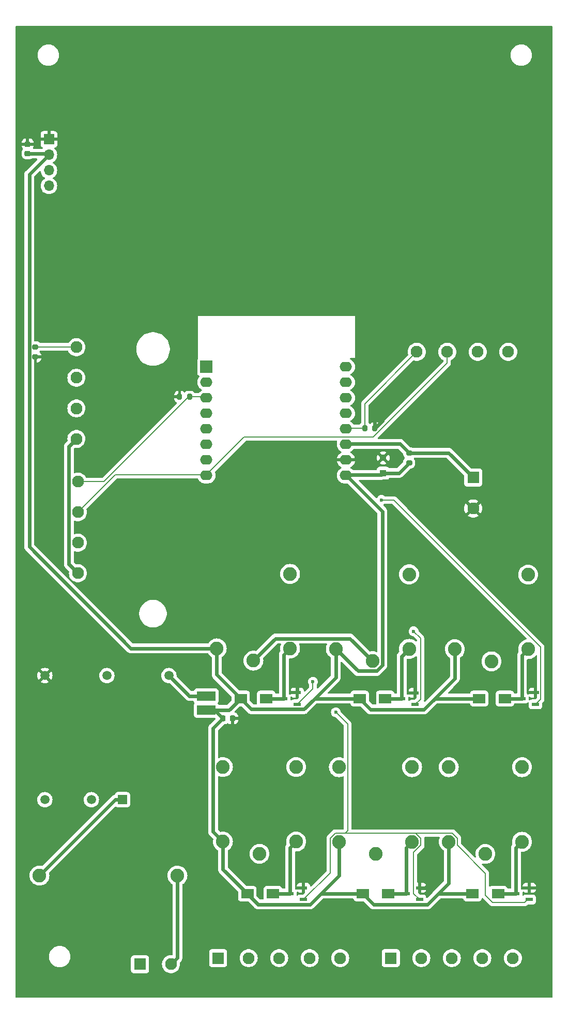
<source format=gtl>
%TF.GenerationSoftware,KiCad,Pcbnew,8.0.6*%
%TF.CreationDate,2024-11-25T21:26:03+01:00*%
%TF.ProjectId,PCB,5043422e-6b69-4636-9164-5f7063625858,rev?*%
%TF.SameCoordinates,Original*%
%TF.FileFunction,Copper,L1,Top*%
%TF.FilePolarity,Positive*%
%FSLAX46Y46*%
G04 Gerber Fmt 4.6, Leading zero omitted, Abs format (unit mm)*
G04 Created by KiCad (PCBNEW 8.0.6) date 2024-11-25 21:26:03*
%MOMM*%
%LPD*%
G01*
G04 APERTURE LIST*
G04 Aperture macros list*
%AMRoundRect*
0 Rectangle with rounded corners*
0 $1 Rounding radius*
0 $2 $3 $4 $5 $6 $7 $8 $9 X,Y pos of 4 corners*
0 Add a 4 corners polygon primitive as box body*
4,1,4,$2,$3,$4,$5,$6,$7,$8,$9,$2,$3,0*
0 Add four circle primitives for the rounded corners*
1,1,$1+$1,$2,$3*
1,1,$1+$1,$4,$5*
1,1,$1+$1,$6,$7*
1,1,$1+$1,$8,$9*
0 Add four rect primitives between the rounded corners*
20,1,$1+$1,$2,$3,$4,$5,0*
20,1,$1+$1,$4,$5,$6,$7,0*
20,1,$1+$1,$6,$7,$8,$9,0*
20,1,$1+$1,$8,$9,$2,$3,0*%
G04 Aperture macros list end*
%TA.AperFunction,ComponentPad*%
%ADD10R,2.000000X2.000000*%
%TD*%
%TA.AperFunction,ComponentPad*%
%ADD11O,2.000000X1.600000*%
%TD*%
%TA.AperFunction,SMDPad,CuDef*%
%ADD12R,2.000000X1.550000*%
%TD*%
%TA.AperFunction,ComponentPad*%
%ADD13R,1.500000X1.500000*%
%TD*%
%TA.AperFunction,ComponentPad*%
%ADD14C,1.500000*%
%TD*%
%TA.AperFunction,SMDPad,CuDef*%
%ADD15R,1.150000X0.600000*%
%TD*%
%TA.AperFunction,ComponentPad*%
%ADD16C,2.250000*%
%TD*%
%TA.AperFunction,SMDPad,CuDef*%
%ADD17RoundRect,0.200000X0.275000X-0.200000X0.275000X0.200000X-0.275000X0.200000X-0.275000X-0.200000X0*%
%TD*%
%TA.AperFunction,ComponentPad*%
%ADD18R,1.950000X1.950000*%
%TD*%
%TA.AperFunction,ComponentPad*%
%ADD19C,1.950000*%
%TD*%
%TA.AperFunction,ComponentPad*%
%ADD20R,1.700000X1.700000*%
%TD*%
%TA.AperFunction,ComponentPad*%
%ADD21O,1.700000X1.700000*%
%TD*%
%TA.AperFunction,SMDPad,CuDef*%
%ADD22RoundRect,0.225000X0.250000X-0.225000X0.250000X0.225000X-0.250000X0.225000X-0.250000X-0.225000X0*%
%TD*%
%TA.AperFunction,SMDPad,CuDef*%
%ADD23RoundRect,0.200000X-0.200000X-0.275000X0.200000X-0.275000X0.200000X0.275000X-0.200000X0.275000X0*%
%TD*%
%TA.AperFunction,SMDPad,CuDef*%
%ADD24RoundRect,0.200000X-0.275000X0.200000X-0.275000X-0.200000X0.275000X-0.200000X0.275000X0.200000X0*%
%TD*%
%TA.AperFunction,SMDPad,CuDef*%
%ADD25R,3.050000X1.520000*%
%TD*%
%TA.AperFunction,SMDPad,CuDef*%
%ADD26RoundRect,0.200000X0.200000X0.275000X-0.200000X0.275000X-0.200000X-0.275000X0.200000X-0.275000X0*%
%TD*%
%TA.AperFunction,SMDPad,CuDef*%
%ADD27RoundRect,0.225000X-0.225000X-0.250000X0.225000X-0.250000X0.225000X0.250000X-0.225000X0.250000X0*%
%TD*%
%TA.AperFunction,ComponentPad*%
%ADD28R,1.100000X1.100000*%
%TD*%
%TA.AperFunction,ComponentPad*%
%ADD29C,1.100000*%
%TD*%
%TA.AperFunction,ViaPad*%
%ADD30C,0.600000*%
%TD*%
%TA.AperFunction,Conductor*%
%ADD31C,0.600000*%
%TD*%
%TA.AperFunction,Conductor*%
%ADD32C,0.200000*%
%TD*%
G04 APERTURE END LIST*
D10*
%TO.P,U_WeMos_D1_Mini_Pro_1,1,~{RST}*%
%TO.N,unconnected-(U_WeMos_D1_Mini_Pro_1-~{RST}-Pad1)*%
X91290000Y-117710000D03*
D11*
%TO.P,U_WeMos_D1_Mini_Pro_1,2,A0*%
%TO.N,DOA*%
X91290000Y-120250000D03*
%TO.P,U_WeMos_D1_Mini_Pro_1,3,D0*%
%TO.N,DO0*%
X91290000Y-122790000D03*
%TO.P,U_WeMos_D1_Mini_Pro_1,4,SCK/D5*%
%TO.N,DO5*%
X91290000Y-125330000D03*
%TO.P,U_WeMos_D1_Mini_Pro_1,5,MISO/D6*%
%TO.N,DO6*%
X91290000Y-127870000D03*
%TO.P,U_WeMos_D1_Mini_Pro_1,6,MOSI/D7*%
%TO.N,DO7*%
X91290000Y-130410000D03*
%TO.P,U_WeMos_D1_Mini_Pro_1,7,CS/D8*%
%TO.N,DO8*%
X91290000Y-132950000D03*
%TO.P,U_WeMos_D1_Mini_Pro_1,8,3V3*%
%TO.N,MCU 3V3*%
X91290000Y-135490000D03*
%TO.P,U_WeMos_D1_Mini_Pro_1,9,5V*%
%TO.N,VCC*%
X114150000Y-135490000D03*
%TO.P,U_WeMos_D1_Mini_Pro_1,10,GND*%
%TO.N,GND*%
X114150000Y-132950000D03*
%TO.P,U_WeMos_D1_Mini_Pro_1,11,D4*%
%TO.N,Net-(SW_LocRem_1-A)*%
X114150000Y-130410000D03*
%TO.P,U_WeMos_D1_Mini_Pro_1,12,D3*%
%TO.N,DO3*%
X114150000Y-127870000D03*
%TO.P,U_WeMos_D1_Mini_Pro_1,13,SDA/D2*%
%TO.N,SDA*%
X114150000Y-125330000D03*
%TO.P,U_WeMos_D1_Mini_Pro_1,14,SCL/D1*%
%TO.N,SCL*%
X114150000Y-122790000D03*
%TO.P,U_WeMos_D1_Mini_Pro_1,15,RX*%
%TO.N,unconnected-(U_WeMos_D1_Mini_Pro_1-RX-Pad15)*%
X114150000Y-120250000D03*
%TO.P,U_WeMos_D1_Mini_Pro_1,16,TX*%
%TO.N,unconnected-(U_WeMos_D1_Mini_Pro_1-TX-Pad16)*%
X114150000Y-117710000D03*
%TD*%
D12*
%TO.P,D_sch_2,1,K*%
%TO.N,VCC*%
X98000000Y-203950000D03*
%TO.P,D_sch_2,2,A*%
%TO.N,Net-(D_sch_2-A)*%
X102200000Y-203950000D03*
%TD*%
%TO.P,D_sch_3,1,K*%
%TO.N,VCC*%
X134900000Y-203950000D03*
%TO.P,D_sch_3,2,A*%
%TO.N,Net-(D_sch_3-A)*%
X139100000Y-203950000D03*
%TD*%
D13*
%TO.P,PS_DCDC_24V5V_1,1,+VIN*%
%TO.N,Net-(PS_DCDC_24V5V_1-+VIN)*%
X77540000Y-188570000D03*
D14*
%TO.P,PS_DCDC_24V5V_1,2,-VIN*%
%TO.N,Net-(J_24Vin+GND_1-Pin_1)*%
X72460000Y-188570000D03*
%TO.P,PS_DCDC_24V5V_1,3,CTRL*%
%TO.N,unconnected-(PS_DCDC_24V5V_1-CTRL-Pad3)*%
X64840000Y-188570000D03*
%TO.P,PS_DCDC_24V5V_1,4,-VOUT*%
%TO.N,GND*%
X64840000Y-168250000D03*
%TO.P,PS_DCDC_24V5V_1,5,TRIM*%
%TO.N,unconnected-(PS_DCDC_24V5V_1-TRIM-Pad5)*%
X75000000Y-168250000D03*
%TO.P,PS_DCDC_24V5V_1,6,+VOUT*%
%TO.N,Net-(PS_DCDC_24V5V_1-+VOUT)*%
X85160000Y-168250000D03*
%TD*%
D12*
%TO.P,D_sch_5,1,K*%
%TO.N,VCC*%
X96900000Y-172000000D03*
%TO.P,D_sch_5,2,A*%
%TO.N,Net-(D_sch_5-A)*%
X101100000Y-172000000D03*
%TD*%
%TO.P,D_sch_1,1,K*%
%TO.N,VCC*%
X116900000Y-203950000D03*
%TO.P,D_sch_1,2,A*%
%TO.N,Net-(D_sch_1-A)*%
X121100000Y-203950000D03*
%TD*%
D15*
%TO.P,Q_NchFET_6,1,G*%
%TO.N,DO5*%
X145200000Y-172960000D03*
%TO.P,Q_NchFET_6,2,S*%
%TO.N,GND*%
X145200000Y-171040000D03*
%TO.P,Q_NchFET_6,3,D*%
%TO.N,Net-(D_sch_6-A)*%
X143000000Y-172000000D03*
%TD*%
D16*
%TO.P,K_TypeCRel_5,1*%
%TO.N,VFD DI1*%
X100000000Y-197425000D03*
%TO.P,K_TypeCRel_5,2*%
%TO.N,Net-(D_sch_2-A)*%
X106000000Y-195425000D03*
%TO.P,K_TypeCRel_5,3*%
%TO.N,remote DI1*%
X106000000Y-183225000D03*
%TO.P,K_TypeCRel_5,4*%
%TO.N,local DI1*%
X94000000Y-183225000D03*
%TO.P,K_TypeCRel_5,5*%
%TO.N,VCC*%
X94000000Y-195425000D03*
%TD*%
D17*
%TO.P,R_4k7_1,1*%
%TO.N,VCC*%
X124500000Y-133435000D03*
%TO.P,R_4k7_1,2*%
%TO.N,Net-(SW_LocRem_1-A)*%
X124500000Y-131785000D03*
%TD*%
D18*
%TO.P,J_24Vin+GND_1,1,Pin_1*%
%TO.N,Net-(J_24Vin+GND_1-Pin_1)*%
X80420000Y-215500000D03*
D19*
%TO.P,J_24Vin+GND_1,2,Pin_2*%
%TO.N,Net-(J_24Vin+GND_1-Pin_2)*%
X85500000Y-215500000D03*
%TD*%
D18*
%TO.P,J_VFDconnectors_3,1,Pin_1*%
%TO.N,J4 24V*%
X121500000Y-214500000D03*
D19*
%TO.P,J_VFDconnectors_3,2,Pin_2*%
%TO.N,unconnected-(J_VFDconnectors_3-Pin_2-Pad2)*%
X126500000Y-214500000D03*
%TO.P,J_VFDconnectors_3,3,Pin_3*%
%TO.N,unconnected-(J_VFDconnectors_3-Pin_3-Pad3)*%
X131500000Y-214500000D03*
%TO.P,J_VFDconnectors_3,4,Pin_4*%
%TO.N,VFD DI2*%
X136500000Y-214500000D03*
%TO.P,J_VFDconnectors_3,5,Pin_5*%
%TO.N,unconnected-(J_VFDconnectors_3-Pin_5-Pad5)*%
X141500000Y-214500000D03*
%TD*%
D16*
%TO.P,K_TypeARel_3,1,COM*%
%TO.N,J4 24V*%
X138000000Y-165925000D03*
%TO.P,K_TypeARel_3,2,COIL_1*%
%TO.N,Net-(D_sch_6-A)*%
X144000000Y-163925000D03*
%TO.P,K_TypeARel_3,3,NO*%
%TO.N,remote DI2*%
X144000000Y-151725000D03*
%TO.P,K_TypeARel_3,5,COIL_2*%
%TO.N,VCC*%
X132000000Y-163925000D03*
%TD*%
D20*
%TO.P,J_LCDconn_1,1,Pin_1*%
%TO.N,GND*%
X65500000Y-80460000D03*
D21*
%TO.P,J_LCDconn_1,2,Pin_2*%
%TO.N,VCC*%
X65500000Y-83000000D03*
%TO.P,J_LCDconn_1,3,Pin_3*%
%TO.N,SDA*%
X65500000Y-85540000D03*
%TO.P,J_LCDconn_1,4,Pin_4*%
%TO.N,SCL*%
X65500000Y-88080000D03*
%TD*%
D15*
%TO.P,Q_NchFET_5,1,G*%
%TO.N,DO8*%
X106200000Y-172960000D03*
%TO.P,Q_NchFET_5,2,S*%
%TO.N,GND*%
X106200000Y-171040000D03*
%TO.P,Q_NchFET_5,3,D*%
%TO.N,Net-(D_sch_5-A)*%
X104000000Y-172000000D03*
%TD*%
D16*
%TO.P,K_TypeCRel_4,1*%
%TO.N,VFD DI0*%
X119000000Y-197450000D03*
%TO.P,K_TypeCRel_4,2*%
%TO.N,Net-(D_sch_1-A)*%
X125000000Y-195450000D03*
%TO.P,K_TypeCRel_4,3*%
%TO.N,remote DI0*%
X125000000Y-183250000D03*
%TO.P,K_TypeCRel_4,4*%
%TO.N,local DI0*%
X113000000Y-183250000D03*
%TO.P,K_TypeCRel_4,5*%
%TO.N,VCC*%
X113000000Y-195450000D03*
%TD*%
D22*
%TO.P,C_10uF_2,1*%
%TO.N,VCC*%
X62000000Y-82800000D03*
%TO.P,C_10uF_2,2*%
%TO.N,GND*%
X62000000Y-81250000D03*
%TD*%
D15*
%TO.P,Q_NchFET_4,1,G*%
%TO.N,DO6*%
X125500000Y-173000000D03*
%TO.P,Q_NchFET_4,2,S*%
%TO.N,GND*%
X125500000Y-171080000D03*
%TO.P,Q_NchFET_4,3,D*%
%TO.N,Net-(D_sch_4-A)*%
X123300000Y-172040000D03*
%TD*%
%TO.P,Q_NchFET_3,1,G*%
%TO.N,DO7*%
X144200000Y-204910000D03*
%TO.P,Q_NchFET_3,2,S*%
%TO.N,GND*%
X144200000Y-202990000D03*
%TO.P,Q_NchFET_3,3,D*%
%TO.N,Net-(D_sch_3-A)*%
X142000000Y-203950000D03*
%TD*%
D18*
%TO.P,J_VFDconnectors_2,1,Pin_1*%
%TO.N,J3 24V*%
X93215000Y-214500000D03*
D19*
%TO.P,J_VFDconnectors_2,2,Pin_2*%
%TO.N,VFD DI1*%
X98215000Y-214500000D03*
%TO.P,J_VFDconnectors_2,3,Pin_3*%
%TO.N,unconnected-(J_VFDconnectors_2-Pin_3-Pad3)*%
X103215000Y-214500000D03*
%TO.P,J_VFDconnectors_2,4,Pin_4*%
%TO.N,VFD DI0*%
X108215000Y-214500000D03*
%TO.P,J_VFDconnectors_2,5,Pin_5*%
%TO.N,unconnected-(J_VFDconnectors_2-Pin_5-Pad5)*%
X113215000Y-214500000D03*
%TD*%
D16*
%TO.P,Fuse_1500mA_1,1,1*%
%TO.N,Net-(J_24Vin+GND_1-Pin_2)*%
X86550000Y-201000000D03*
%TO.P,Fuse_1500mA_1,2,2*%
%TO.N,Net-(PS_DCDC_24V5V_1-+VIN)*%
X63950000Y-201000000D03*
%TD*%
D23*
%TO.P,R_4k7_2,1*%
%TO.N,DO3*%
X117250000Y-127750000D03*
%TO.P,R_4k7_2,2*%
%TO.N,GND*%
X118900000Y-127750000D03*
%TD*%
D12*
%TO.P,D_sch_4,1,K*%
%TO.N,VCC*%
X116400000Y-172000000D03*
%TO.P,D_sch_4,2,A*%
%TO.N,Net-(D_sch_4-A)*%
X120600000Y-172000000D03*
%TD*%
D19*
%TO.P,SW_IncSpeed_3,1,1*%
%TO.N,J3 24V*%
X70250000Y-151500000D03*
%TO.P,SW_IncSpeed_3,2,2*%
%TO.N,local DI1*%
X70250000Y-146500000D03*
%TO.P,SW_IncSpeed_3,3,3*%
%TO.N,MCU 3V3*%
X70250000Y-141500000D03*
%TO.P,SW_IncSpeed_3,4,4*%
%TO.N,DO0*%
X70250000Y-136500000D03*
%TD*%
D24*
%TO.P,R_4k7_4,1*%
%TO.N,DOA*%
X63250000Y-114425000D03*
%TO.P,R_4k7_4,2*%
%TO.N,GND*%
X63250000Y-116075000D03*
%TD*%
D15*
%TO.P,Q_NchFET_1,1,G*%
%TO.N,DO7*%
X126200000Y-204910000D03*
%TO.P,Q_NchFET_1,2,S*%
%TO.N,GND*%
X126200000Y-202990000D03*
%TO.P,Q_NchFET_1,3,D*%
%TO.N,Net-(D_sch_1-A)*%
X124000000Y-203950000D03*
%TD*%
D19*
%TO.P,SW_DecSpeed_4,1,1*%
%TO.N,J4 24V*%
X140750000Y-115250000D03*
%TO.P,SW_DecSpeed_4,2,2*%
%TO.N,local DI2*%
X135750000Y-115250000D03*
%TO.P,SW_DecSpeed_4,3,3*%
%TO.N,MCU 3V3*%
X130750000Y-115250000D03*
%TO.P,SW_DecSpeed_4,4,4*%
%TO.N,DO3*%
X125750000Y-115250000D03*
%TD*%
D25*
%TO.P,L_10uH_1,1,1*%
%TO.N,Net-(PS_DCDC_24V5V_1-+VOUT)*%
X91250000Y-171605000D03*
%TO.P,L_10uH_1,2,2*%
%TO.N,VCC*%
X91250000Y-173895000D03*
%TD*%
D18*
%TO.P,SW_LocRem_1,1,A*%
%TO.N,Net-(SW_LocRem_1-A)*%
X135000000Y-135815000D03*
D19*
%TO.P,SW_LocRem_1,2,B*%
%TO.N,GND*%
X135000000Y-140895000D03*
%TD*%
D26*
%TO.P,R_4k7_3,1*%
%TO.N,DO0*%
X88555000Y-122610000D03*
%TO.P,R_4k7_3,2*%
%TO.N,GND*%
X86905000Y-122610000D03*
%TD*%
D27*
%TO.P,C_22uF_1,1*%
%TO.N,VCC*%
X94000000Y-175250000D03*
%TO.P,C_22uF_1,2*%
%TO.N,GND*%
X95550000Y-175250000D03*
%TD*%
D16*
%TO.P,K_TypeARel_1,1,COM*%
%TO.N,J3 24V*%
X118500000Y-165875000D03*
%TO.P,K_TypeARel_1,2,COIL_1*%
%TO.N,Net-(D_sch_4-A)*%
X124500000Y-163875000D03*
%TO.P,K_TypeARel_1,3,NO*%
%TO.N,remote DI0*%
X124500000Y-151675000D03*
%TO.P,K_TypeARel_1,5,COIL_2*%
%TO.N,VCC*%
X112500000Y-163875000D03*
%TD*%
D19*
%TO.P,SW_OnOff_2,1,1*%
%TO.N,J3 24V*%
X70000000Y-129500000D03*
%TO.P,SW_OnOff_2,2,2*%
%TO.N,local DI0*%
X70000000Y-124500000D03*
%TO.P,SW_OnOff_2,3,3*%
%TO.N,MCU 3V3*%
X70000000Y-119500000D03*
%TO.P,SW_OnOff_2,4,4*%
%TO.N,DOA*%
X70000000Y-114500000D03*
%TD*%
D15*
%TO.P,Q_NchFET_2,1,G*%
%TO.N,DO7*%
X107200000Y-204910000D03*
%TO.P,Q_NchFET_2,2,S*%
%TO.N,GND*%
X107200000Y-202990000D03*
%TO.P,Q_NchFET_2,3,D*%
%TO.N,Net-(D_sch_2-A)*%
X105000000Y-203950000D03*
%TD*%
D16*
%TO.P,K_TypeARel_2,1,COM*%
%TO.N,J3 24V*%
X99000000Y-165800000D03*
%TO.P,K_TypeARel_2,2,COIL_1*%
%TO.N,Net-(D_sch_5-A)*%
X105000000Y-163800000D03*
%TO.P,K_TypeARel_2,3,NO*%
%TO.N,remote DI1*%
X105000000Y-151600000D03*
%TO.P,K_TypeARel_2,5,COIL_2*%
%TO.N,VCC*%
X93000000Y-163800000D03*
%TD*%
%TO.P,K_TypeCRel_6,1*%
%TO.N,VFD DI2*%
X137000000Y-197450000D03*
%TO.P,K_TypeCRel_6,2*%
%TO.N,Net-(D_sch_3-A)*%
X143000000Y-195450000D03*
%TO.P,K_TypeCRel_6,3*%
%TO.N,remote DI2*%
X143000000Y-183250000D03*
%TO.P,K_TypeCRel_6,4*%
%TO.N,local DI2*%
X131000000Y-183250000D03*
%TO.P,K_TypeCRel_6,5*%
%TO.N,VCC*%
X131000000Y-195450000D03*
%TD*%
D28*
%TO.P,C_470uF_3,1,+*%
%TO.N,VCC*%
X120250000Y-135110000D03*
D29*
%TO.P,C_470uF_3,2,-*%
%TO.N,GND*%
X120250000Y-132610000D03*
%TD*%
D12*
%TO.P,D_sch_6,1,K*%
%TO.N,VCC*%
X136000000Y-172000000D03*
%TO.P,D_sch_6,2,A*%
%TO.N,Net-(D_sch_6-A)*%
X140200000Y-172000000D03*
%TD*%
D30*
%TO.N,GND*%
X124700000Y-167050000D03*
X144150000Y-167450000D03*
X129100000Y-201000000D03*
X111000000Y-166450000D03*
%TO.N,DO6*%
X125250000Y-161000000D03*
%TO.N,DO7*%
X112500000Y-174250000D03*
%TO.N,DO5*%
X120000000Y-139500000D03*
%TO.N,DO8*%
X108750000Y-169250000D03*
%TD*%
D31*
%TO.N,VCC*%
X120125000Y-166548098D02*
X119173098Y-167500000D01*
X109867500Y-204117500D02*
X113000000Y-200985000D01*
X126950000Y-173800000D02*
X128375000Y-172375000D01*
X62275000Y-86225000D02*
X62275000Y-147132767D01*
X114165000Y-135390000D02*
X119970000Y-135390000D01*
X65300000Y-82800000D02*
X65500000Y-83000000D01*
X127540000Y-205710000D02*
X128875000Y-204375000D01*
X92375000Y-193800000D02*
X94000000Y-195425000D01*
X120250000Y-135110000D02*
X122825000Y-135110000D01*
X118660000Y-205710000D02*
X127540000Y-205710000D01*
X116900000Y-203950000D02*
X118660000Y-205710000D01*
X78942233Y-163800000D02*
X93000000Y-163800000D01*
X128875000Y-204375000D02*
X131000000Y-202250000D01*
X128375000Y-172375000D02*
X132000000Y-168750000D01*
X91250000Y-173895000D02*
X92645000Y-173895000D01*
X112500000Y-168535000D02*
X112500000Y-163875000D01*
X109035000Y-172000000D02*
X108767500Y-172267500D01*
X96900000Y-172000000D02*
X98660000Y-173760000D01*
X110035000Y-203950000D02*
X109867500Y-204117500D01*
X91250000Y-173895000D02*
X95005000Y-173895000D01*
X62000000Y-82800000D02*
X65300000Y-82800000D01*
X116900000Y-203950000D02*
X110035000Y-203950000D01*
X94000000Y-195425000D02*
X94000000Y-199950000D01*
X93000000Y-163800000D02*
X93000000Y-168100000D01*
X92375000Y-176875000D02*
X92375000Y-193800000D01*
X119970000Y-135390000D02*
X120250000Y-135110000D01*
X108767500Y-172267500D02*
X112500000Y-168535000D01*
X93000000Y-168100000D02*
X96900000Y-172000000D01*
X131000000Y-202250000D02*
X131000000Y-195450000D01*
X120125000Y-141350000D02*
X120125000Y-166548098D01*
X116125000Y-167500000D02*
X112500000Y-163875000D01*
X62275000Y-147132767D02*
X78942233Y-163800000D01*
X132000000Y-168750000D02*
X132000000Y-163925000D01*
X107275000Y-173760000D02*
X108767500Y-172267500D01*
X118200000Y-173800000D02*
X126950000Y-173800000D01*
X98000000Y-203950000D02*
X99760000Y-205710000D01*
X122825000Y-135110000D02*
X124500000Y-133435000D01*
X95005000Y-173895000D02*
X96900000Y-172000000D01*
X92645000Y-173895000D02*
X94000000Y-175250000D01*
X98660000Y-173760000D02*
X107275000Y-173760000D01*
X136000000Y-172000000D02*
X128750000Y-172000000D01*
X94000000Y-175250000D02*
X92375000Y-176875000D01*
X116400000Y-172000000D02*
X109035000Y-172000000D01*
X94000000Y-199950000D02*
X98000000Y-203950000D01*
X114165000Y-135390000D02*
X120125000Y-141350000D01*
X65500000Y-83000000D02*
X62275000Y-86225000D01*
X128750000Y-172000000D02*
X128375000Y-172375000D01*
X129300000Y-203950000D02*
X128875000Y-204375000D01*
X134900000Y-203950000D02*
X129300000Y-203950000D01*
X116400000Y-172000000D02*
X118200000Y-173800000D01*
X113000000Y-200985000D02*
X113000000Y-195450000D01*
X99760000Y-205710000D02*
X108275000Y-205710000D01*
X108275000Y-205710000D02*
X109867500Y-204117500D01*
X119173098Y-167500000D02*
X116125000Y-167500000D01*
%TO.N,GND*%
X120100000Y-126550000D02*
X120100000Y-126250000D01*
X125500000Y-167850000D02*
X124700000Y-167050000D01*
X127110000Y-202990000D02*
X129100000Y-201000000D01*
X126200000Y-202990000D02*
X127110000Y-202990000D01*
X106200000Y-171040000D02*
X106200000Y-170140000D01*
D32*
X145200000Y-171040000D02*
X145200000Y-168500000D01*
D31*
X106200000Y-170140000D02*
X109890000Y-166450000D01*
X118900000Y-127750000D02*
X120100000Y-126550000D01*
X125500000Y-171080000D02*
X125500000Y-167850000D01*
X109890000Y-166450000D02*
X111000000Y-166450000D01*
X118900000Y-127750000D02*
X118900000Y-126100000D01*
D32*
X145200000Y-168500000D02*
X144150000Y-167450000D01*
D31*
%TO.N,J3 24V*%
X70250000Y-151500000D02*
X68775000Y-150025000D01*
X114800000Y-162175000D02*
X118500000Y-165875000D01*
X99000000Y-165800000D02*
X102625000Y-162175000D01*
X68775000Y-130725000D02*
X70000000Y-129500000D01*
X102625000Y-162175000D02*
X114800000Y-162175000D01*
X68775000Y-150025000D02*
X68775000Y-130725000D01*
D32*
%TO.N,DO6*%
X126375000Y-162125000D02*
X126375000Y-172125000D01*
X125250000Y-161000000D02*
X126375000Y-162125000D01*
X126375000Y-172125000D02*
X125500000Y-173000000D01*
%TO.N,DO7*%
X114425000Y-176175000D02*
X112500000Y-174250000D01*
X114425000Y-193600000D02*
X114425000Y-176175000D01*
X126425000Y-196040255D02*
X125250000Y-197215255D01*
X112409745Y-194025000D02*
X114000000Y-194025000D01*
X138185000Y-205410000D02*
X137000000Y-204225000D01*
X125250000Y-197215255D02*
X125250000Y-203960000D01*
X143425000Y-205410000D02*
X138185000Y-205410000D01*
X131590255Y-194025000D02*
X123500000Y-194025000D01*
X132425000Y-194859745D02*
X131590255Y-194025000D01*
X123500000Y-194025000D02*
X123750000Y-194025000D01*
X137000000Y-204225000D02*
X137000000Y-200615255D01*
X111575000Y-200535000D02*
X111575000Y-194859745D01*
X107200000Y-204910000D02*
X111575000Y-200535000D01*
X143925000Y-204910000D02*
X143425000Y-205410000D01*
X123750000Y-194025000D02*
X125590255Y-194025000D01*
X125250000Y-203960000D02*
X126200000Y-204910000D01*
X132425000Y-196040255D02*
X132425000Y-194859745D01*
X114000000Y-194025000D02*
X114425000Y-193600000D01*
X111575000Y-194859745D02*
X112409745Y-194025000D01*
X114000000Y-194025000D02*
X123500000Y-194025000D01*
X125590255Y-194025000D02*
X126425000Y-194859745D01*
X144200000Y-204910000D02*
X143925000Y-204910000D01*
X126425000Y-194859745D02*
X126425000Y-196040255D01*
X137000000Y-200615255D02*
X132425000Y-196040255D01*
%TO.N,DO5*%
X146075000Y-172085000D02*
X146075000Y-163575000D01*
X145200000Y-172960000D02*
X146075000Y-172085000D01*
X122000000Y-139500000D02*
X120000000Y-139500000D01*
X146075000Y-163575000D02*
X122000000Y-139500000D01*
%TO.N,DO8*%
X108750000Y-170410000D02*
X106200000Y-172960000D01*
X108750000Y-169250000D02*
X108750000Y-170410000D01*
%TO.N,DO3*%
X114165000Y-127770000D02*
X117230000Y-127770000D01*
X117230000Y-127770000D02*
X117250000Y-127750000D01*
X117250000Y-127750000D02*
X117250000Y-123750000D01*
X117250000Y-123750000D02*
X125750000Y-115250000D01*
%TO.N,DO0*%
X88375492Y-122610000D02*
X88555000Y-122610000D01*
X74485492Y-136500000D02*
X88375492Y-122610000D01*
X70250000Y-136500000D02*
X74485492Y-136500000D01*
X91225000Y-122610000D02*
X91305000Y-122690000D01*
X88555000Y-122610000D02*
X91225000Y-122610000D01*
%TO.N,MCU 3V3*%
X70250000Y-141500000D02*
X76360000Y-135390000D01*
X130750000Y-117087648D02*
X118627648Y-129210000D01*
X97485000Y-129210000D02*
X91305000Y-135390000D01*
X76360000Y-135390000D02*
X91305000Y-135390000D01*
X130750000Y-115250000D02*
X130750000Y-117087648D01*
X118627648Y-129210000D02*
X97485000Y-129210000D01*
%TO.N,DOA*%
X63250000Y-114425000D02*
X69925000Y-114425000D01*
X69925000Y-114425000D02*
X70000000Y-114500000D01*
D31*
%TO.N,Net-(PS_DCDC_24V5V_1-+VIN)*%
X63950000Y-201000000D02*
X76380000Y-188570000D01*
X76380000Y-188570000D02*
X77540000Y-188570000D01*
%TO.N,Net-(J_24Vin+GND_1-Pin_2)*%
X86550000Y-214450000D02*
X85500000Y-215500000D01*
X86550000Y-201000000D02*
X86550000Y-214450000D01*
%TO.N,Net-(PS_DCDC_24V5V_1-+VOUT)*%
X88515000Y-171605000D02*
X85160000Y-168250000D01*
X91250000Y-171605000D02*
X88515000Y-171605000D01*
%TO.N,Net-(SW_LocRem_1-A)*%
X130970000Y-131785000D02*
X135000000Y-135815000D01*
X124500000Y-131785000D02*
X130970000Y-131785000D01*
X124500000Y-131785000D02*
X123025000Y-130310000D01*
X123025000Y-130310000D02*
X114165000Y-130310000D01*
%TO.N,Net-(D_sch_1-A)*%
X121100000Y-203950000D02*
X124000000Y-203950000D01*
X124000000Y-203950000D02*
X124000000Y-196450000D01*
X124000000Y-196450000D02*
X125000000Y-195450000D01*
%TO.N,Net-(D_sch_2-A)*%
X102200000Y-203950000D02*
X105000000Y-203950000D01*
X105000000Y-196425000D02*
X106000000Y-195425000D01*
X105000000Y-203950000D02*
X105000000Y-196425000D01*
%TO.N,Net-(D_sch_3-A)*%
X142000000Y-196450000D02*
X143000000Y-195450000D01*
X139100000Y-203950000D02*
X142000000Y-203950000D01*
X142000000Y-203950000D02*
X142000000Y-196450000D01*
%TO.N,Net-(D_sch_4-A)*%
X123300000Y-172040000D02*
X123300000Y-165075000D01*
X123260000Y-172000000D02*
X123300000Y-172040000D01*
X123300000Y-165075000D02*
X124500000Y-163875000D01*
X120600000Y-172000000D02*
X123260000Y-172000000D01*
%TO.N,Net-(D_sch_5-A)*%
X101100000Y-172000000D02*
X104000000Y-172000000D01*
X104000000Y-164800000D02*
X105000000Y-163800000D01*
X104000000Y-172000000D02*
X104000000Y-164800000D01*
%TO.N,Net-(D_sch_6-A)*%
X143000000Y-164925000D02*
X144000000Y-163925000D01*
X140200000Y-172000000D02*
X143000000Y-172000000D01*
X143000000Y-172000000D02*
X143000000Y-164925000D01*
%TD*%
%TA.AperFunction,Conductor*%
%TO.N,GND*%
G36*
X129463551Y-194645185D02*
G01*
X129509306Y-194697989D01*
X129519250Y-194767147D01*
X129511073Y-194796952D01*
X129449279Y-194946135D01*
X129389547Y-195194935D01*
X129369474Y-195450000D01*
X129389547Y-195705064D01*
X129389547Y-195705067D01*
X129389548Y-195705070D01*
X129436174Y-195899278D01*
X129449279Y-195953864D01*
X129547188Y-196190239D01*
X129547190Y-196190242D01*
X129680875Y-196408396D01*
X129680878Y-196408401D01*
X129730586Y-196466601D01*
X129847044Y-196602956D01*
X130041601Y-196769123D01*
X130140290Y-196829599D01*
X130187165Y-196881411D01*
X130199500Y-196935327D01*
X130199500Y-201867060D01*
X130179815Y-201934099D01*
X130163181Y-201954741D01*
X128364711Y-203753211D01*
X127485974Y-204631946D01*
X127424651Y-204665431D01*
X127354959Y-204660447D01*
X127299026Y-204618575D01*
X127275003Y-204557517D01*
X127269091Y-204502516D01*
X127218797Y-204367671D01*
X127218793Y-204367664D01*
X127132547Y-204252455D01*
X127132544Y-204252452D01*
X127017335Y-204166206D01*
X127017328Y-204166202D01*
X126882482Y-204115908D01*
X126882483Y-204115908D01*
X126822883Y-204109501D01*
X126822881Y-204109500D01*
X126822873Y-204109500D01*
X126822865Y-204109500D01*
X126300097Y-204109500D01*
X126233058Y-204089815D01*
X126212416Y-204073181D01*
X125986319Y-203847084D01*
X125955149Y-203790000D01*
X126450000Y-203790000D01*
X126822828Y-203790000D01*
X126822844Y-203789999D01*
X126882372Y-203783598D01*
X126882379Y-203783596D01*
X127017086Y-203733354D01*
X127017093Y-203733350D01*
X127132187Y-203647190D01*
X127132190Y-203647187D01*
X127218350Y-203532093D01*
X127218354Y-203532086D01*
X127268596Y-203397379D01*
X127268598Y-203397372D01*
X127274999Y-203337844D01*
X127275000Y-203337827D01*
X127275000Y-203240000D01*
X126450000Y-203240000D01*
X126450000Y-203790000D01*
X125955149Y-203790000D01*
X125952834Y-203785761D01*
X125950000Y-203759403D01*
X125950000Y-202740000D01*
X126450000Y-202740000D01*
X127275000Y-202740000D01*
X127275000Y-202642172D01*
X127274999Y-202642155D01*
X127268598Y-202582627D01*
X127268596Y-202582620D01*
X127218354Y-202447913D01*
X127218350Y-202447906D01*
X127132190Y-202332812D01*
X127132187Y-202332809D01*
X127017093Y-202246649D01*
X127017086Y-202246645D01*
X126882379Y-202196403D01*
X126882372Y-202196401D01*
X126822844Y-202190000D01*
X126450000Y-202190000D01*
X126450000Y-202740000D01*
X125950000Y-202740000D01*
X125950000Y-202190000D01*
X125939815Y-202179815D01*
X125907461Y-202170315D01*
X125861706Y-202117511D01*
X125850500Y-202066000D01*
X125850500Y-197515351D01*
X125870185Y-197448312D01*
X125886815Y-197427674D01*
X126793713Y-196520776D01*
X126793716Y-196520775D01*
X126905520Y-196408971D01*
X126955639Y-196322159D01*
X126984577Y-196272040D01*
X127025501Y-196119312D01*
X127025501Y-195961198D01*
X127025501Y-195953603D01*
X127025500Y-195953585D01*
X127025500Y-194948805D01*
X127025501Y-194948792D01*
X127025501Y-194780689D01*
X127024440Y-194772631D01*
X127025962Y-194772430D01*
X127027404Y-194711749D01*
X127066564Y-194653885D01*
X127130791Y-194626378D01*
X127145518Y-194625500D01*
X129396512Y-194625500D01*
X129463551Y-194645185D01*
G37*
%TD.AperFunction*%
%TA.AperFunction,Conductor*%
G36*
X125702815Y-165080700D02*
G01*
X125755291Y-165126831D01*
X125774500Y-165193124D01*
X125774500Y-170204138D01*
X125754815Y-170271177D01*
X125750000Y-170277152D01*
X125750000Y-171849402D01*
X125730315Y-171916441D01*
X125713681Y-171937083D01*
X125487583Y-172163181D01*
X125426260Y-172196666D01*
X125399902Y-172199500D01*
X124877129Y-172199500D01*
X124877123Y-172199501D01*
X124817516Y-172205908D01*
X124682671Y-172256202D01*
X124682668Y-172256204D01*
X124573810Y-172337695D01*
X124508345Y-172362112D01*
X124440072Y-172347260D01*
X124390667Y-172297855D01*
X124375499Y-172238431D01*
X124375499Y-171840945D01*
X124395184Y-171773907D01*
X124447988Y-171728152D01*
X124517146Y-171718208D01*
X124573811Y-171741680D01*
X124682910Y-171823352D01*
X124682913Y-171823354D01*
X124817620Y-171873596D01*
X124817627Y-171873598D01*
X124877155Y-171879999D01*
X124877172Y-171880000D01*
X125250000Y-171880000D01*
X125250000Y-171330000D01*
X124425000Y-171330000D01*
X124388681Y-171366319D01*
X124385432Y-171363070D01*
X124352511Y-171391597D01*
X124283353Y-171401541D01*
X124226688Y-171378069D01*
X124150188Y-171320800D01*
X124108318Y-171264866D01*
X124100500Y-171221534D01*
X124100500Y-170732155D01*
X124425000Y-170732155D01*
X124425000Y-170830000D01*
X125250000Y-170830000D01*
X125250000Y-170280000D01*
X124877155Y-170280000D01*
X124817627Y-170286401D01*
X124817620Y-170286403D01*
X124682913Y-170336645D01*
X124682906Y-170336649D01*
X124567812Y-170422809D01*
X124567809Y-170422812D01*
X124481649Y-170537906D01*
X124481645Y-170537913D01*
X124431403Y-170672620D01*
X124431401Y-170672627D01*
X124425000Y-170732155D01*
X124100500Y-170732155D01*
X124100500Y-165607761D01*
X124120185Y-165540722D01*
X124172989Y-165494967D01*
X124240052Y-165485324D01*
X124240073Y-165485069D01*
X124241206Y-165485158D01*
X124242147Y-165485023D01*
X124243906Y-165485289D01*
X124244919Y-165485449D01*
X124244930Y-165485452D01*
X124500000Y-165505526D01*
X124755070Y-165485452D01*
X125003860Y-165425722D01*
X125171192Y-165356411D01*
X125240239Y-165327811D01*
X125240240Y-165327810D01*
X125240243Y-165327809D01*
X125458399Y-165194123D01*
X125569968Y-165098833D01*
X125633729Y-165070263D01*
X125702815Y-165080700D01*
G37*
%TD.AperFunction*%
%TA.AperFunction,Conductor*%
G36*
X110994617Y-162995185D02*
G01*
X111040372Y-163047989D01*
X111050316Y-163117147D01*
X111042139Y-163146952D01*
X110949279Y-163371135D01*
X110889547Y-163619935D01*
X110869474Y-163875000D01*
X110889547Y-164130064D01*
X110889547Y-164130067D01*
X110889548Y-164130070D01*
X110948178Y-164374278D01*
X110949279Y-164378864D01*
X111047188Y-164615239D01*
X111047190Y-164615242D01*
X111180875Y-164833396D01*
X111180878Y-164833401D01*
X111225499Y-164885645D01*
X111347044Y-165027956D01*
X111462812Y-165126831D01*
X111524595Y-165179599D01*
X111541601Y-165194123D01*
X111637372Y-165252811D01*
X111640290Y-165254599D01*
X111687165Y-165306411D01*
X111699500Y-165360327D01*
X111699500Y-168152059D01*
X111679815Y-168219098D01*
X111663181Y-168239740D01*
X109562181Y-170340740D01*
X109500858Y-170374225D01*
X109431166Y-170369241D01*
X109375233Y-170327369D01*
X109350816Y-170261905D01*
X109350500Y-170253059D01*
X109350500Y-169832412D01*
X109370185Y-169765373D01*
X109377555Y-169755097D01*
X109379810Y-169752267D01*
X109379816Y-169752262D01*
X109475789Y-169599522D01*
X109535368Y-169429255D01*
X109535385Y-169429105D01*
X109555565Y-169250003D01*
X109555565Y-169249996D01*
X109535369Y-169070750D01*
X109535368Y-169070745D01*
X109504840Y-168983501D01*
X109475789Y-168900478D01*
X109461277Y-168877383D01*
X109392862Y-168768501D01*
X109379816Y-168747738D01*
X109252262Y-168620184D01*
X109225794Y-168603553D01*
X109099523Y-168524211D01*
X108929254Y-168464631D01*
X108929249Y-168464630D01*
X108750004Y-168444435D01*
X108749996Y-168444435D01*
X108570750Y-168464630D01*
X108570745Y-168464631D01*
X108400476Y-168524211D01*
X108247737Y-168620184D01*
X108120184Y-168747737D01*
X108024211Y-168900476D01*
X107964631Y-169070745D01*
X107964630Y-169070750D01*
X107944435Y-169249996D01*
X107944435Y-169250003D01*
X107964630Y-169429249D01*
X107964631Y-169429254D01*
X108024211Y-169599523D01*
X108120185Y-169752263D01*
X108122445Y-169755097D01*
X108123334Y-169757275D01*
X108123889Y-169758158D01*
X108123734Y-169758255D01*
X108148855Y-169819783D01*
X108149500Y-169832412D01*
X108149500Y-170109902D01*
X108129815Y-170176941D01*
X108113181Y-170197583D01*
X107486681Y-170824083D01*
X107425358Y-170857568D01*
X107355666Y-170852584D01*
X107299733Y-170810712D01*
X107275316Y-170745248D01*
X107275000Y-170736402D01*
X107275000Y-170692172D01*
X107274999Y-170692155D01*
X107268598Y-170632627D01*
X107268596Y-170632620D01*
X107218354Y-170497913D01*
X107218350Y-170497906D01*
X107132190Y-170382812D01*
X107132187Y-170382809D01*
X107017093Y-170296649D01*
X107017086Y-170296645D01*
X106882379Y-170246403D01*
X106882372Y-170246401D01*
X106822844Y-170240000D01*
X106450000Y-170240000D01*
X106450000Y-171809402D01*
X106430315Y-171876441D01*
X106413681Y-171897083D01*
X106187582Y-172123181D01*
X106126259Y-172156666D01*
X106099901Y-172159500D01*
X105577129Y-172159500D01*
X105577123Y-172159501D01*
X105517516Y-172165908D01*
X105382671Y-172216202D01*
X105382668Y-172216204D01*
X105273810Y-172297695D01*
X105208345Y-172322112D01*
X105140072Y-172307260D01*
X105090667Y-172257855D01*
X105075499Y-172198431D01*
X105075499Y-171800945D01*
X105095184Y-171733907D01*
X105147988Y-171688152D01*
X105217146Y-171678208D01*
X105273811Y-171701680D01*
X105382910Y-171783352D01*
X105382913Y-171783354D01*
X105517620Y-171833596D01*
X105517627Y-171833598D01*
X105577155Y-171839999D01*
X105577172Y-171840000D01*
X105950000Y-171840000D01*
X105950000Y-171290000D01*
X105125000Y-171290000D01*
X105088681Y-171326319D01*
X105085432Y-171323070D01*
X105052511Y-171351597D01*
X104983353Y-171361541D01*
X104926688Y-171338069D01*
X104915909Y-171330000D01*
X104903620Y-171320800D01*
X104850188Y-171280800D01*
X104808318Y-171224866D01*
X104800500Y-171181534D01*
X104800500Y-170692155D01*
X105125000Y-170692155D01*
X105125000Y-170790000D01*
X105950000Y-170790000D01*
X105950000Y-170240000D01*
X105577155Y-170240000D01*
X105517627Y-170246401D01*
X105517620Y-170246403D01*
X105382913Y-170296645D01*
X105382906Y-170296649D01*
X105267812Y-170382809D01*
X105267809Y-170382812D01*
X105181649Y-170497906D01*
X105181645Y-170497913D01*
X105131403Y-170632620D01*
X105131401Y-170632627D01*
X105125000Y-170692155D01*
X104800500Y-170692155D01*
X104800500Y-165548967D01*
X104820185Y-165481928D01*
X104872989Y-165436173D01*
X104934226Y-165425349D01*
X105000000Y-165430526D01*
X105255070Y-165410452D01*
X105503860Y-165350722D01*
X105735922Y-165254599D01*
X105740239Y-165252811D01*
X105740240Y-165252810D01*
X105740243Y-165252809D01*
X105958399Y-165119123D01*
X106152956Y-164952956D01*
X106319123Y-164758399D01*
X106452809Y-164540243D01*
X106480998Y-164472190D01*
X106519656Y-164378860D01*
X106550722Y-164303860D01*
X106610452Y-164055070D01*
X106630526Y-163800000D01*
X106610452Y-163544930D01*
X106550722Y-163296140D01*
X106513505Y-163206290D01*
X106488927Y-163146952D01*
X106481458Y-163077483D01*
X106512733Y-163015004D01*
X106572822Y-162979352D01*
X106603488Y-162975500D01*
X110927578Y-162975500D01*
X110994617Y-162995185D01*
G37*
%TD.AperFunction*%
%TA.AperFunction,Conductor*%
G36*
X145443631Y-164955723D02*
G01*
X145473109Y-165019070D01*
X145474500Y-165037593D01*
X145474500Y-170164138D01*
X145454815Y-170231177D01*
X145450000Y-170237152D01*
X145450000Y-171809402D01*
X145430315Y-171876441D01*
X145413681Y-171897083D01*
X145187583Y-172123181D01*
X145126260Y-172156666D01*
X145099902Y-172159500D01*
X144577129Y-172159500D01*
X144577123Y-172159501D01*
X144517516Y-172165908D01*
X144382671Y-172216202D01*
X144382668Y-172216204D01*
X144273810Y-172297695D01*
X144208345Y-172322112D01*
X144140072Y-172307260D01*
X144090667Y-172257855D01*
X144075499Y-172198431D01*
X144075499Y-171800945D01*
X144095184Y-171733907D01*
X144147988Y-171688152D01*
X144217146Y-171678208D01*
X144273811Y-171701680D01*
X144382910Y-171783352D01*
X144382913Y-171783354D01*
X144517620Y-171833596D01*
X144517627Y-171833598D01*
X144577155Y-171839999D01*
X144577172Y-171840000D01*
X144950000Y-171840000D01*
X144950000Y-171290000D01*
X144125000Y-171290000D01*
X144088681Y-171326319D01*
X144085432Y-171323070D01*
X144052511Y-171351597D01*
X143983353Y-171361541D01*
X143926688Y-171338069D01*
X143915909Y-171330000D01*
X143903620Y-171320800D01*
X143850188Y-171280800D01*
X143808318Y-171224866D01*
X143800500Y-171181534D01*
X143800500Y-170692155D01*
X144125000Y-170692155D01*
X144125000Y-170790000D01*
X144950000Y-170790000D01*
X144950000Y-170240000D01*
X144577155Y-170240000D01*
X144517627Y-170246401D01*
X144517620Y-170246403D01*
X144382913Y-170296645D01*
X144382906Y-170296649D01*
X144267812Y-170382809D01*
X144267809Y-170382812D01*
X144181649Y-170497906D01*
X144181645Y-170497913D01*
X144131403Y-170632620D01*
X144131401Y-170632627D01*
X144125000Y-170692155D01*
X143800500Y-170692155D01*
X143800500Y-165673967D01*
X143820185Y-165606928D01*
X143872989Y-165561173D01*
X143934226Y-165550349D01*
X144000000Y-165555526D01*
X144255070Y-165535452D01*
X144503860Y-165475722D01*
X144635645Y-165421135D01*
X144740239Y-165377811D01*
X144740240Y-165377810D01*
X144740243Y-165377809D01*
X144958399Y-165244123D01*
X145152956Y-165077956D01*
X145256210Y-164957061D01*
X145314717Y-164918868D01*
X145384585Y-164918370D01*
X145443631Y-164955723D01*
G37*
%TD.AperFunction*%
%TA.AperFunction,Conductor*%
G36*
X122709099Y-131130185D02*
G01*
X122729741Y-131146819D01*
X123488181Y-131905259D01*
X123521666Y-131966582D01*
X123524500Y-131992940D01*
X123524500Y-132041613D01*
X123530913Y-132112192D01*
X123530913Y-132112194D01*
X123530914Y-132112196D01*
X123581522Y-132274606D01*
X123654360Y-132395095D01*
X123669530Y-132420188D01*
X123771661Y-132522319D01*
X123805146Y-132583642D01*
X123800162Y-132653334D01*
X123771661Y-132697681D01*
X123669531Y-132799810D01*
X123669530Y-132799811D01*
X123581522Y-132945393D01*
X123530913Y-133107807D01*
X123524500Y-133178386D01*
X123524500Y-133227060D01*
X123504815Y-133294099D01*
X123488181Y-133314741D01*
X122529741Y-134273181D01*
X122468418Y-134306666D01*
X122442060Y-134309500D01*
X121299751Y-134309500D01*
X121232712Y-134289815D01*
X121200485Y-134259812D01*
X121157548Y-134202457D01*
X121157546Y-134202454D01*
X121140242Y-134189500D01*
X121042335Y-134116206D01*
X121042328Y-134116202D01*
X120907482Y-134065908D01*
X120907483Y-134065908D01*
X120847883Y-134059501D01*
X120847881Y-134059500D01*
X120847873Y-134059500D01*
X120847864Y-134059500D01*
X119652129Y-134059500D01*
X119652123Y-134059501D01*
X119592516Y-134065908D01*
X119457671Y-134116202D01*
X119457664Y-134116206D01*
X119342455Y-134202452D01*
X119342452Y-134202455D01*
X119256206Y-134317664D01*
X119256202Y-134317671D01*
X119205910Y-134452513D01*
X119205909Y-134452517D01*
X119203087Y-134478758D01*
X119176351Y-134543306D01*
X119118959Y-134583154D01*
X119079799Y-134589500D01*
X115340047Y-134589500D01*
X115273008Y-134569815D01*
X115252366Y-134553181D01*
X115197213Y-134498028D01*
X115031611Y-134377713D01*
X114938369Y-134330203D01*
X114887574Y-134282229D01*
X114870779Y-134214407D01*
X114893317Y-134148273D01*
X114938371Y-134109234D01*
X115031347Y-134061861D01*
X115196894Y-133941582D01*
X115196895Y-133941582D01*
X115341582Y-133796895D01*
X115341582Y-133796894D01*
X115461859Y-133631349D01*
X115524187Y-133509023D01*
X119704528Y-133509023D01*
X119846233Y-133584766D01*
X120044165Y-133644808D01*
X120250000Y-133665080D01*
X120455834Y-133644808D01*
X120653764Y-133584766D01*
X120795470Y-133509022D01*
X120250001Y-132963553D01*
X120250000Y-132963553D01*
X119704528Y-133509023D01*
X115524187Y-133509023D01*
X115554755Y-133449029D01*
X115617990Y-133254413D01*
X115626609Y-133200000D01*
X114583012Y-133200000D01*
X114615925Y-133142993D01*
X114650000Y-133015826D01*
X114650000Y-132884174D01*
X114615925Y-132757007D01*
X114583012Y-132700000D01*
X115626609Y-132700000D01*
X115617990Y-132645586D01*
X115606427Y-132610000D01*
X119194919Y-132610000D01*
X119215191Y-132815834D01*
X119275233Y-133013766D01*
X119350975Y-133155469D01*
X119350976Y-133155469D01*
X119896447Y-132610000D01*
X119850369Y-132563922D01*
X119900000Y-132563922D01*
X119900000Y-132656078D01*
X119923852Y-132745095D01*
X119969930Y-132824905D01*
X120035095Y-132890070D01*
X120114905Y-132936148D01*
X120203922Y-132960000D01*
X120296078Y-132960000D01*
X120385095Y-132936148D01*
X120464905Y-132890070D01*
X120530070Y-132824905D01*
X120576148Y-132745095D01*
X120600000Y-132656078D01*
X120600000Y-132609999D01*
X120603553Y-132609999D01*
X120603553Y-132610000D01*
X121149022Y-133155469D01*
X121224766Y-133013764D01*
X121284808Y-132815834D01*
X121305080Y-132610000D01*
X121284808Y-132404165D01*
X121224766Y-132206233D01*
X121149023Y-132064528D01*
X120603553Y-132609999D01*
X120600000Y-132609999D01*
X120600000Y-132563922D01*
X120576148Y-132474905D01*
X120530070Y-132395095D01*
X120464905Y-132329930D01*
X120385095Y-132283852D01*
X120296078Y-132260000D01*
X120203922Y-132260000D01*
X120114905Y-132283852D01*
X120035095Y-132329930D01*
X119969930Y-132395095D01*
X119923852Y-132474905D01*
X119900000Y-132563922D01*
X119850369Y-132563922D01*
X119350976Y-132064529D01*
X119350975Y-132064529D01*
X119275234Y-132206234D01*
X119215191Y-132404166D01*
X119194919Y-132610000D01*
X115606427Y-132610000D01*
X115554755Y-132450970D01*
X115461859Y-132268650D01*
X115341582Y-132103105D01*
X115341582Y-132103104D01*
X115196895Y-131958417D01*
X115031349Y-131838140D01*
X114938370Y-131790765D01*
X114887574Y-131742790D01*
X114879695Y-131710975D01*
X119704529Y-131710975D01*
X119704529Y-131710976D01*
X120250000Y-132256447D01*
X120250001Y-132256447D01*
X120795469Y-131710976D01*
X120795469Y-131710975D01*
X120653766Y-131635233D01*
X120455834Y-131575191D01*
X120250000Y-131554919D01*
X120044166Y-131575191D01*
X119846234Y-131635234D01*
X119704529Y-131710975D01*
X114879695Y-131710975D01*
X114870779Y-131674969D01*
X114893316Y-131608835D01*
X114938370Y-131569795D01*
X114938920Y-131569515D01*
X115031610Y-131522287D01*
X115052770Y-131506913D01*
X115197213Y-131401971D01*
X115197215Y-131401968D01*
X115197219Y-131401966D01*
X115341966Y-131257219D01*
X115411425Y-131161615D01*
X115466755Y-131118949D01*
X115511744Y-131110500D01*
X122642060Y-131110500D01*
X122709099Y-131130185D01*
G37*
%TD.AperFunction*%
%TA.AperFunction,Conductor*%
G36*
X147942539Y-61920185D02*
G01*
X147988294Y-61972989D01*
X147999500Y-62024500D01*
X147999500Y-220875500D01*
X147979815Y-220942539D01*
X147927011Y-220988294D01*
X147875500Y-220999500D01*
X60124500Y-220999500D01*
X60057461Y-220979815D01*
X60011706Y-220927011D01*
X60000500Y-220875500D01*
X60000500Y-214135258D01*
X65499500Y-214135258D01*
X65499500Y-214364741D01*
X65521106Y-214528844D01*
X65529452Y-214592238D01*
X65553906Y-214683501D01*
X65588842Y-214813887D01*
X65676650Y-215025876D01*
X65676657Y-215025890D01*
X65791392Y-215224617D01*
X65931081Y-215406661D01*
X65931089Y-215406670D01*
X66093330Y-215568911D01*
X66093338Y-215568918D01*
X66275382Y-215708607D01*
X66275385Y-215708608D01*
X66275388Y-215708611D01*
X66474112Y-215823344D01*
X66474117Y-215823346D01*
X66474123Y-215823349D01*
X66565480Y-215861190D01*
X66686113Y-215911158D01*
X66907762Y-215970548D01*
X67135266Y-216000500D01*
X67135273Y-216000500D01*
X67364727Y-216000500D01*
X67364734Y-216000500D01*
X67592238Y-215970548D01*
X67813887Y-215911158D01*
X68025888Y-215823344D01*
X68224612Y-215708611D01*
X68406661Y-215568919D01*
X68406665Y-215568914D01*
X68406670Y-215568911D01*
X68568911Y-215406670D01*
X68568914Y-215406665D01*
X68568919Y-215406661D01*
X68708611Y-215224612D01*
X68823344Y-215025888D01*
X68911158Y-214813887D01*
X68970548Y-214592238D01*
X68985702Y-214477135D01*
X78944500Y-214477135D01*
X78944500Y-216522870D01*
X78944501Y-216522876D01*
X78950908Y-216582483D01*
X79001202Y-216717328D01*
X79001206Y-216717335D01*
X79087452Y-216832544D01*
X79087455Y-216832547D01*
X79202664Y-216918793D01*
X79202671Y-216918797D01*
X79337517Y-216969091D01*
X79337516Y-216969091D01*
X79344444Y-216969835D01*
X79397127Y-216975500D01*
X81442872Y-216975499D01*
X81502483Y-216969091D01*
X81637331Y-216918796D01*
X81752546Y-216832546D01*
X81838796Y-216717331D01*
X81889091Y-216582483D01*
X81895500Y-216522873D01*
X81895499Y-215499994D01*
X84019443Y-215499994D01*
X84019443Y-215500005D01*
X84039634Y-215743683D01*
X84039636Y-215743695D01*
X84099663Y-215980734D01*
X84197888Y-216204666D01*
X84331632Y-216409378D01*
X84497242Y-216589277D01*
X84497252Y-216589286D01*
X84690208Y-216739470D01*
X84690212Y-216739473D01*
X84862197Y-216832547D01*
X84905267Y-216855855D01*
X84905270Y-216855856D01*
X85136541Y-216935251D01*
X85136543Y-216935251D01*
X85136545Y-216935252D01*
X85377737Y-216975500D01*
X85377738Y-216975500D01*
X85622262Y-216975500D01*
X85622263Y-216975500D01*
X85863455Y-216935252D01*
X86094733Y-216855855D01*
X86309788Y-216739473D01*
X86502754Y-216589281D01*
X86668368Y-216409377D01*
X86802111Y-216204667D01*
X86900336Y-215980736D01*
X86960364Y-215743692D01*
X86962548Y-215717335D01*
X86980557Y-215500005D01*
X86980557Y-215499994D01*
X86960365Y-215256316D01*
X86959519Y-215251244D01*
X86960796Y-215251030D01*
X86963189Y-215187293D01*
X86993087Y-215138989D01*
X87171789Y-214960289D01*
X87259394Y-214829179D01*
X87319737Y-214683497D01*
X87350500Y-214528842D01*
X87350500Y-213477135D01*
X91739500Y-213477135D01*
X91739500Y-215522870D01*
X91739501Y-215522876D01*
X91745908Y-215582483D01*
X91796202Y-215717328D01*
X91796206Y-215717335D01*
X91882452Y-215832544D01*
X91882455Y-215832547D01*
X91997664Y-215918793D01*
X91997671Y-215918797D01*
X92132517Y-215969091D01*
X92132516Y-215969091D01*
X92139444Y-215969835D01*
X92192127Y-215975500D01*
X94237872Y-215975499D01*
X94297483Y-215969091D01*
X94432331Y-215918796D01*
X94547546Y-215832546D01*
X94633796Y-215717331D01*
X94684091Y-215582483D01*
X94690500Y-215522873D01*
X94690499Y-214499994D01*
X96734443Y-214499994D01*
X96734443Y-214500005D01*
X96754634Y-214743683D01*
X96754636Y-214743695D01*
X96814663Y-214980734D01*
X96912888Y-215204666D01*
X97046632Y-215409378D01*
X97212242Y-215589277D01*
X97212252Y-215589286D01*
X97405208Y-215739470D01*
X97405212Y-215739473D01*
X97577197Y-215832547D01*
X97620267Y-215855855D01*
X97620270Y-215855856D01*
X97851541Y-215935251D01*
X97851543Y-215935251D01*
X97851545Y-215935252D01*
X98092737Y-215975500D01*
X98092738Y-215975500D01*
X98337262Y-215975500D01*
X98337263Y-215975500D01*
X98578455Y-215935252D01*
X98809733Y-215855855D01*
X99024788Y-215739473D01*
X99217754Y-215589281D01*
X99383368Y-215409377D01*
X99517111Y-215204667D01*
X99615336Y-214980736D01*
X99675364Y-214743692D01*
X99695557Y-214500000D01*
X99695557Y-214499994D01*
X101734443Y-214499994D01*
X101734443Y-214500005D01*
X101754634Y-214743683D01*
X101754636Y-214743695D01*
X101814663Y-214980734D01*
X101912888Y-215204666D01*
X102046632Y-215409378D01*
X102212242Y-215589277D01*
X102212252Y-215589286D01*
X102405208Y-215739470D01*
X102405212Y-215739473D01*
X102577197Y-215832547D01*
X102620267Y-215855855D01*
X102620270Y-215855856D01*
X102851541Y-215935251D01*
X102851543Y-215935251D01*
X102851545Y-215935252D01*
X103092737Y-215975500D01*
X103092738Y-215975500D01*
X103337262Y-215975500D01*
X103337263Y-215975500D01*
X103578455Y-215935252D01*
X103809733Y-215855855D01*
X104024788Y-215739473D01*
X104217754Y-215589281D01*
X104383368Y-215409377D01*
X104517111Y-215204667D01*
X104615336Y-214980736D01*
X104675364Y-214743692D01*
X104695557Y-214500000D01*
X104695557Y-214499994D01*
X106734443Y-214499994D01*
X106734443Y-214500005D01*
X106754634Y-214743683D01*
X106754636Y-214743695D01*
X106814663Y-214980734D01*
X106912888Y-215204666D01*
X107046632Y-215409378D01*
X107212242Y-215589277D01*
X107212252Y-215589286D01*
X107405208Y-215739470D01*
X107405212Y-215739473D01*
X107577197Y-215832547D01*
X107620267Y-215855855D01*
X107620270Y-215855856D01*
X107851541Y-215935251D01*
X107851543Y-215935251D01*
X107851545Y-215935252D01*
X108092737Y-215975500D01*
X108092738Y-215975500D01*
X108337262Y-215975500D01*
X108337263Y-215975500D01*
X108578455Y-215935252D01*
X108809733Y-215855855D01*
X109024788Y-215739473D01*
X109217754Y-215589281D01*
X109383368Y-215409377D01*
X109517111Y-215204667D01*
X109615336Y-214980736D01*
X109675364Y-214743692D01*
X109695557Y-214500000D01*
X109695557Y-214499994D01*
X111734443Y-214499994D01*
X111734443Y-214500005D01*
X111754634Y-214743683D01*
X111754636Y-214743695D01*
X111814663Y-214980734D01*
X111912888Y-215204666D01*
X112046632Y-215409378D01*
X112212242Y-215589277D01*
X112212252Y-215589286D01*
X112405208Y-215739470D01*
X112405212Y-215739473D01*
X112577197Y-215832547D01*
X112620267Y-215855855D01*
X112620270Y-215855856D01*
X112851541Y-215935251D01*
X112851543Y-215935251D01*
X112851545Y-215935252D01*
X113092737Y-215975500D01*
X113092738Y-215975500D01*
X113337262Y-215975500D01*
X113337263Y-215975500D01*
X113578455Y-215935252D01*
X113809733Y-215855855D01*
X114024788Y-215739473D01*
X114217754Y-215589281D01*
X114383368Y-215409377D01*
X114517111Y-215204667D01*
X114615336Y-214980736D01*
X114675364Y-214743692D01*
X114695557Y-214500000D01*
X114693662Y-214477135D01*
X114675365Y-214256316D01*
X114675363Y-214256304D01*
X114626854Y-214064748D01*
X114615336Y-214019264D01*
X114517111Y-213795333D01*
X114383367Y-213590621D01*
X114278895Y-213477135D01*
X120024500Y-213477135D01*
X120024500Y-215522870D01*
X120024501Y-215522876D01*
X120030908Y-215582483D01*
X120081202Y-215717328D01*
X120081206Y-215717335D01*
X120167452Y-215832544D01*
X120167455Y-215832547D01*
X120282664Y-215918793D01*
X120282671Y-215918797D01*
X120417517Y-215969091D01*
X120417516Y-215969091D01*
X120424444Y-215969835D01*
X120477127Y-215975500D01*
X122522872Y-215975499D01*
X122582483Y-215969091D01*
X122717331Y-215918796D01*
X122832546Y-215832546D01*
X122918796Y-215717331D01*
X122969091Y-215582483D01*
X122975500Y-215522873D01*
X122975499Y-214499994D01*
X125019443Y-214499994D01*
X125019443Y-214500005D01*
X125039634Y-214743683D01*
X125039636Y-214743695D01*
X125099663Y-214980734D01*
X125197888Y-215204666D01*
X125331632Y-215409378D01*
X125497242Y-215589277D01*
X125497252Y-215589286D01*
X125690208Y-215739470D01*
X125690212Y-215739473D01*
X125862197Y-215832547D01*
X125905267Y-215855855D01*
X125905270Y-215855856D01*
X126136541Y-215935251D01*
X126136543Y-215935251D01*
X126136545Y-215935252D01*
X126377737Y-215975500D01*
X126377738Y-215975500D01*
X126622262Y-215975500D01*
X126622263Y-215975500D01*
X126863455Y-215935252D01*
X127094733Y-215855855D01*
X127309788Y-215739473D01*
X127502754Y-215589281D01*
X127668368Y-215409377D01*
X127802111Y-215204667D01*
X127900336Y-214980736D01*
X127960364Y-214743692D01*
X127980557Y-214500000D01*
X127980557Y-214499994D01*
X130019443Y-214499994D01*
X130019443Y-214500005D01*
X130039634Y-214743683D01*
X130039636Y-214743695D01*
X130099663Y-214980734D01*
X130197888Y-215204666D01*
X130331632Y-215409378D01*
X130497242Y-215589277D01*
X130497252Y-215589286D01*
X130690208Y-215739470D01*
X130690212Y-215739473D01*
X130862197Y-215832547D01*
X130905267Y-215855855D01*
X130905270Y-215855856D01*
X131136541Y-215935251D01*
X131136543Y-215935251D01*
X131136545Y-215935252D01*
X131377737Y-215975500D01*
X131377738Y-215975500D01*
X131622262Y-215975500D01*
X131622263Y-215975500D01*
X131863455Y-215935252D01*
X132094733Y-215855855D01*
X132309788Y-215739473D01*
X132502754Y-215589281D01*
X132668368Y-215409377D01*
X132802111Y-215204667D01*
X132900336Y-214980736D01*
X132960364Y-214743692D01*
X132980557Y-214500000D01*
X132980557Y-214499994D01*
X135019443Y-214499994D01*
X135019443Y-214500005D01*
X135039634Y-214743683D01*
X135039636Y-214743695D01*
X135099663Y-214980734D01*
X135197888Y-215204666D01*
X135331632Y-215409378D01*
X135497242Y-215589277D01*
X135497252Y-215589286D01*
X135690208Y-215739470D01*
X135690212Y-215739473D01*
X135862197Y-215832547D01*
X135905267Y-215855855D01*
X135905270Y-215855856D01*
X136136541Y-215935251D01*
X136136543Y-215935251D01*
X136136545Y-215935252D01*
X136377737Y-215975500D01*
X136377738Y-215975500D01*
X136622262Y-215975500D01*
X136622263Y-215975500D01*
X136863455Y-215935252D01*
X137094733Y-215855855D01*
X137309788Y-215739473D01*
X137502754Y-215589281D01*
X137668368Y-215409377D01*
X137802111Y-215204667D01*
X137900336Y-214980736D01*
X137960364Y-214743692D01*
X137980557Y-214500000D01*
X137980557Y-214499994D01*
X140019443Y-214499994D01*
X140019443Y-214500005D01*
X140039634Y-214743683D01*
X140039636Y-214743695D01*
X140099663Y-214980734D01*
X140197888Y-215204666D01*
X140331632Y-215409378D01*
X140497242Y-215589277D01*
X140497252Y-215589286D01*
X140690208Y-215739470D01*
X140690212Y-215739473D01*
X140862197Y-215832547D01*
X140905267Y-215855855D01*
X140905270Y-215855856D01*
X141136541Y-215935251D01*
X141136543Y-215935251D01*
X141136545Y-215935252D01*
X141377737Y-215975500D01*
X141377738Y-215975500D01*
X141622262Y-215975500D01*
X141622263Y-215975500D01*
X141863455Y-215935252D01*
X142094733Y-215855855D01*
X142309788Y-215739473D01*
X142502754Y-215589281D01*
X142668368Y-215409377D01*
X142802111Y-215204667D01*
X142900336Y-214980736D01*
X142960364Y-214743692D01*
X142980557Y-214500000D01*
X142978662Y-214477135D01*
X142960365Y-214256316D01*
X142960363Y-214256304D01*
X142911854Y-214064748D01*
X142900336Y-214019264D01*
X142802111Y-213795333D01*
X142668367Y-213590621D01*
X142502757Y-213410722D01*
X142502747Y-213410713D01*
X142309791Y-213260529D01*
X142309787Y-213260526D01*
X142094734Y-213144145D01*
X142094729Y-213144143D01*
X141863458Y-213064748D01*
X141660664Y-213030908D01*
X141622263Y-213024500D01*
X141377737Y-213024500D01*
X141339336Y-213030908D01*
X141136541Y-213064748D01*
X140905270Y-213144143D01*
X140905265Y-213144145D01*
X140690212Y-213260526D01*
X140690208Y-213260529D01*
X140497252Y-213410713D01*
X140497242Y-213410722D01*
X140331632Y-213590621D01*
X140197888Y-213795333D01*
X140099663Y-214019265D01*
X140039636Y-214256304D01*
X140039634Y-214256316D01*
X140019443Y-214499994D01*
X137980557Y-214499994D01*
X137978662Y-214477135D01*
X137960365Y-214256316D01*
X137960363Y-214256304D01*
X137911854Y-214064748D01*
X137900336Y-214019264D01*
X137802111Y-213795333D01*
X137668367Y-213590621D01*
X137502757Y-213410722D01*
X137502747Y-213410713D01*
X137309791Y-213260529D01*
X137309787Y-213260526D01*
X137094734Y-213144145D01*
X137094729Y-213144143D01*
X136863458Y-213064748D01*
X136660664Y-213030908D01*
X136622263Y-213024500D01*
X136377737Y-213024500D01*
X136339336Y-213030908D01*
X136136541Y-213064748D01*
X135905270Y-213144143D01*
X135905265Y-213144145D01*
X135690212Y-213260526D01*
X135690208Y-213260529D01*
X135497252Y-213410713D01*
X135497242Y-213410722D01*
X135331632Y-213590621D01*
X135197888Y-213795333D01*
X135099663Y-214019265D01*
X135039636Y-214256304D01*
X135039634Y-214256316D01*
X135019443Y-214499994D01*
X132980557Y-214499994D01*
X132978662Y-214477135D01*
X132960365Y-214256316D01*
X132960363Y-214256304D01*
X132911854Y-214064748D01*
X132900336Y-214019264D01*
X132802111Y-213795333D01*
X132668367Y-213590621D01*
X132502757Y-213410722D01*
X132502747Y-213410713D01*
X132309791Y-213260529D01*
X132309787Y-213260526D01*
X132094734Y-213144145D01*
X132094729Y-213144143D01*
X131863458Y-213064748D01*
X131660664Y-213030908D01*
X131622263Y-213024500D01*
X131377737Y-213024500D01*
X131339336Y-213030908D01*
X131136541Y-213064748D01*
X130905270Y-213144143D01*
X130905265Y-213144145D01*
X130690212Y-213260526D01*
X130690208Y-213260529D01*
X130497252Y-213410713D01*
X130497242Y-213410722D01*
X130331632Y-213590621D01*
X130197888Y-213795333D01*
X130099663Y-214019265D01*
X130039636Y-214256304D01*
X130039634Y-214256316D01*
X130019443Y-214499994D01*
X127980557Y-214499994D01*
X127978662Y-214477135D01*
X127960365Y-214256316D01*
X127960363Y-214256304D01*
X127911854Y-214064748D01*
X127900336Y-214019264D01*
X127802111Y-213795333D01*
X127668367Y-213590621D01*
X127502757Y-213410722D01*
X127502747Y-213410713D01*
X127309791Y-213260529D01*
X127309787Y-213260526D01*
X127094734Y-213144145D01*
X127094729Y-213144143D01*
X126863458Y-213064748D01*
X126660664Y-213030908D01*
X126622263Y-213024500D01*
X126377737Y-213024500D01*
X126339336Y-213030908D01*
X126136541Y-213064748D01*
X125905270Y-213144143D01*
X125905265Y-213144145D01*
X125690212Y-213260526D01*
X125690208Y-213260529D01*
X125497252Y-213410713D01*
X125497242Y-213410722D01*
X125331632Y-213590621D01*
X125197888Y-213795333D01*
X125099663Y-214019265D01*
X125039636Y-214256304D01*
X125039634Y-214256316D01*
X125019443Y-214499994D01*
X122975499Y-214499994D01*
X122975499Y-213477128D01*
X122969091Y-213417517D01*
X122966553Y-213410713D01*
X122918797Y-213282671D01*
X122918793Y-213282664D01*
X122832547Y-213167455D01*
X122832544Y-213167452D01*
X122717335Y-213081206D01*
X122717328Y-213081202D01*
X122582482Y-213030908D01*
X122582483Y-213030908D01*
X122522883Y-213024501D01*
X122522881Y-213024500D01*
X122522873Y-213024500D01*
X122522864Y-213024500D01*
X120477129Y-213024500D01*
X120477123Y-213024501D01*
X120417516Y-213030908D01*
X120282671Y-213081202D01*
X120282664Y-213081206D01*
X120167455Y-213167452D01*
X120167452Y-213167455D01*
X120081206Y-213282664D01*
X120081202Y-213282671D01*
X120030908Y-213417517D01*
X120024824Y-213474109D01*
X120024501Y-213477123D01*
X120024500Y-213477135D01*
X114278895Y-213477135D01*
X114217757Y-213410722D01*
X114217747Y-213410713D01*
X114024791Y-213260529D01*
X114024787Y-213260526D01*
X113809734Y-213144145D01*
X113809729Y-213144143D01*
X113578458Y-213064748D01*
X113375664Y-213030908D01*
X113337263Y-213024500D01*
X113092737Y-213024500D01*
X113054336Y-213030908D01*
X112851541Y-213064748D01*
X112620270Y-213144143D01*
X112620265Y-213144145D01*
X112405212Y-213260526D01*
X112405208Y-213260529D01*
X112212252Y-213410713D01*
X112212242Y-213410722D01*
X112046632Y-213590621D01*
X111912888Y-213795333D01*
X111814663Y-214019265D01*
X111754636Y-214256304D01*
X111754634Y-214256316D01*
X111734443Y-214499994D01*
X109695557Y-214499994D01*
X109693662Y-214477135D01*
X109675365Y-214256316D01*
X109675363Y-214256304D01*
X109626854Y-214064748D01*
X109615336Y-214019264D01*
X109517111Y-213795333D01*
X109383367Y-213590621D01*
X109217757Y-213410722D01*
X109217747Y-213410713D01*
X109024791Y-213260529D01*
X109024787Y-213260526D01*
X108809734Y-213144145D01*
X108809729Y-213144143D01*
X108578458Y-213064748D01*
X108375664Y-213030908D01*
X108337263Y-213024500D01*
X108092737Y-213024500D01*
X108054336Y-213030908D01*
X107851541Y-213064748D01*
X107620270Y-213144143D01*
X107620265Y-213144145D01*
X107405212Y-213260526D01*
X107405208Y-213260529D01*
X107212252Y-213410713D01*
X107212242Y-213410722D01*
X107046632Y-213590621D01*
X106912888Y-213795333D01*
X106814663Y-214019265D01*
X106754636Y-214256304D01*
X106754634Y-214256316D01*
X106734443Y-214499994D01*
X104695557Y-214499994D01*
X104693662Y-214477135D01*
X104675365Y-214256316D01*
X104675363Y-214256304D01*
X104626854Y-214064748D01*
X104615336Y-214019264D01*
X104517111Y-213795333D01*
X104383367Y-213590621D01*
X104217757Y-213410722D01*
X104217747Y-213410713D01*
X104024791Y-213260529D01*
X104024787Y-213260526D01*
X103809734Y-213144145D01*
X103809729Y-213144143D01*
X103578458Y-213064748D01*
X103375664Y-213030908D01*
X103337263Y-213024500D01*
X103092737Y-213024500D01*
X103054336Y-213030908D01*
X102851541Y-213064748D01*
X102620270Y-213144143D01*
X102620265Y-213144145D01*
X102405212Y-213260526D01*
X102405208Y-213260529D01*
X102212252Y-213410713D01*
X102212242Y-213410722D01*
X102046632Y-213590621D01*
X101912888Y-213795333D01*
X101814663Y-214019265D01*
X101754636Y-214256304D01*
X101754634Y-214256316D01*
X101734443Y-214499994D01*
X99695557Y-214499994D01*
X99693662Y-214477135D01*
X99675365Y-214256316D01*
X99675363Y-214256304D01*
X99626854Y-214064748D01*
X99615336Y-214019264D01*
X99517111Y-213795333D01*
X99383367Y-213590621D01*
X99217757Y-213410722D01*
X99217747Y-213410713D01*
X99024791Y-213260529D01*
X99024787Y-213260526D01*
X98809734Y-213144145D01*
X98809729Y-213144143D01*
X98578458Y-213064748D01*
X98375664Y-213030908D01*
X98337263Y-213024500D01*
X98092737Y-213024500D01*
X98054336Y-213030908D01*
X97851541Y-213064748D01*
X97620270Y-213144143D01*
X97620265Y-213144145D01*
X97405212Y-213260526D01*
X97405208Y-213260529D01*
X97212252Y-213410713D01*
X97212242Y-213410722D01*
X97046632Y-213590621D01*
X96912888Y-213795333D01*
X96814663Y-214019265D01*
X96754636Y-214256304D01*
X96754634Y-214256316D01*
X96734443Y-214499994D01*
X94690499Y-214499994D01*
X94690499Y-213477128D01*
X94684091Y-213417517D01*
X94681553Y-213410713D01*
X94633797Y-213282671D01*
X94633793Y-213282664D01*
X94547547Y-213167455D01*
X94547544Y-213167452D01*
X94432335Y-213081206D01*
X94432328Y-213081202D01*
X94297482Y-213030908D01*
X94297483Y-213030908D01*
X94237883Y-213024501D01*
X94237881Y-213024500D01*
X94237873Y-213024500D01*
X94237864Y-213024500D01*
X92192129Y-213024500D01*
X92192123Y-213024501D01*
X92132516Y-213030908D01*
X91997671Y-213081202D01*
X91997664Y-213081206D01*
X91882455Y-213167452D01*
X91882452Y-213167455D01*
X91796206Y-213282664D01*
X91796202Y-213282671D01*
X91745908Y-213417517D01*
X91739824Y-213474109D01*
X91739501Y-213477123D01*
X91739500Y-213477135D01*
X87350500Y-213477135D01*
X87350500Y-202485327D01*
X87370185Y-202418288D01*
X87409710Y-202379599D01*
X87508399Y-202319123D01*
X87702956Y-202152956D01*
X87869123Y-201958399D01*
X88002809Y-201740243D01*
X88100722Y-201503860D01*
X88160452Y-201255070D01*
X88180526Y-201000000D01*
X88160452Y-200744930D01*
X88100722Y-200496140D01*
X88054052Y-200383468D01*
X88002811Y-200259760D01*
X88002809Y-200259757D01*
X87956072Y-200183489D01*
X87869123Y-200041601D01*
X87869122Y-200041600D01*
X87869121Y-200041598D01*
X87809319Y-199971579D01*
X87702956Y-199847044D01*
X87596591Y-199756200D01*
X87508401Y-199680878D01*
X87508396Y-199680875D01*
X87290242Y-199547190D01*
X87290239Y-199547188D01*
X87053864Y-199449279D01*
X87053860Y-199449278D01*
X86805070Y-199389548D01*
X86805067Y-199389547D01*
X86805064Y-199389547D01*
X86550000Y-199369474D01*
X86294935Y-199389547D01*
X86294931Y-199389547D01*
X86294930Y-199389548D01*
X86182385Y-199416568D01*
X86046135Y-199449279D01*
X85809760Y-199547188D01*
X85809757Y-199547190D01*
X85591603Y-199680875D01*
X85591598Y-199680878D01*
X85397044Y-199847044D01*
X85230878Y-200041598D01*
X85230875Y-200041603D01*
X85097190Y-200259757D01*
X85097188Y-200259760D01*
X84999279Y-200496135D01*
X84999278Y-200496140D01*
X84951701Y-200694312D01*
X84939547Y-200744935D01*
X84919474Y-201000000D01*
X84939547Y-201255064D01*
X84939547Y-201255067D01*
X84939548Y-201255070D01*
X84965743Y-201364179D01*
X84999279Y-201503864D01*
X85097188Y-201740239D01*
X85097190Y-201740242D01*
X85230875Y-201958396D01*
X85230878Y-201958401D01*
X85306200Y-202046591D01*
X85397044Y-202152956D01*
X85591601Y-202319123D01*
X85690290Y-202379599D01*
X85737165Y-202431411D01*
X85749500Y-202485327D01*
X85749500Y-213900500D01*
X85729815Y-213967539D01*
X85677011Y-214013294D01*
X85625500Y-214024500D01*
X85622263Y-214024500D01*
X85377737Y-214024500D01*
X85339336Y-214030908D01*
X85136541Y-214064748D01*
X84905270Y-214144143D01*
X84905265Y-214144145D01*
X84690212Y-214260526D01*
X84690208Y-214260529D01*
X84497252Y-214410713D01*
X84497242Y-214410722D01*
X84331632Y-214590621D01*
X84197888Y-214795333D01*
X84099663Y-215019265D01*
X84039636Y-215256304D01*
X84039634Y-215256316D01*
X84019443Y-215499994D01*
X81895499Y-215499994D01*
X81895499Y-214477128D01*
X81889091Y-214417517D01*
X81886553Y-214410713D01*
X81838797Y-214282671D01*
X81838793Y-214282664D01*
X81752547Y-214167455D01*
X81752544Y-214167452D01*
X81637335Y-214081206D01*
X81637328Y-214081202D01*
X81502482Y-214030908D01*
X81502483Y-214030908D01*
X81442883Y-214024501D01*
X81442881Y-214024500D01*
X81442873Y-214024500D01*
X81442864Y-214024500D01*
X79397129Y-214024500D01*
X79397123Y-214024501D01*
X79337516Y-214030908D01*
X79202671Y-214081202D01*
X79202664Y-214081206D01*
X79087455Y-214167452D01*
X79087452Y-214167455D01*
X79001206Y-214282664D01*
X79001202Y-214282671D01*
X78950908Y-214417517D01*
X78944501Y-214477116D01*
X78944501Y-214477123D01*
X78944500Y-214477135D01*
X68985702Y-214477135D01*
X69000500Y-214364734D01*
X69000500Y-214135266D01*
X68970548Y-213907762D01*
X68911158Y-213686113D01*
X68861190Y-213565480D01*
X68823349Y-213474123D01*
X68823346Y-213474117D01*
X68823344Y-213474112D01*
X68708611Y-213275388D01*
X68708608Y-213275385D01*
X68708607Y-213275382D01*
X68568918Y-213093338D01*
X68568911Y-213093330D01*
X68406670Y-212931089D01*
X68406661Y-212931081D01*
X68224617Y-212791392D01*
X68025890Y-212676657D01*
X68025876Y-212676650D01*
X67813887Y-212588842D01*
X67592238Y-212529452D01*
X67554215Y-212524446D01*
X67364741Y-212499500D01*
X67364734Y-212499500D01*
X67135266Y-212499500D01*
X67135258Y-212499500D01*
X66918715Y-212528009D01*
X66907762Y-212529452D01*
X66814076Y-212554554D01*
X66686112Y-212588842D01*
X66474123Y-212676650D01*
X66474109Y-212676657D01*
X66275382Y-212791392D01*
X66093338Y-212931081D01*
X65931081Y-213093338D01*
X65791392Y-213275382D01*
X65676657Y-213474109D01*
X65676650Y-213474123D01*
X65588842Y-213686112D01*
X65529453Y-213907759D01*
X65529451Y-213907770D01*
X65499500Y-214135258D01*
X60000500Y-214135258D01*
X60000500Y-201000000D01*
X62319474Y-201000000D01*
X62339547Y-201255064D01*
X62339547Y-201255067D01*
X62339548Y-201255070D01*
X62365743Y-201364179D01*
X62399279Y-201503864D01*
X62497188Y-201740239D01*
X62497190Y-201740242D01*
X62630875Y-201958396D01*
X62630878Y-201958401D01*
X62706200Y-202046591D01*
X62797044Y-202152956D01*
X62906740Y-202246645D01*
X62991598Y-202319121D01*
X62991600Y-202319122D01*
X62991601Y-202319123D01*
X63090289Y-202379599D01*
X63209757Y-202452809D01*
X63209760Y-202452811D01*
X63446135Y-202550720D01*
X63446140Y-202550722D01*
X63694930Y-202610452D01*
X63950000Y-202630526D01*
X64205070Y-202610452D01*
X64453860Y-202550722D01*
X64616175Y-202483489D01*
X64690239Y-202452811D01*
X64690240Y-202452810D01*
X64690243Y-202452809D01*
X64908399Y-202319123D01*
X65102956Y-202152956D01*
X65269123Y-201958399D01*
X65402809Y-201740243D01*
X65500722Y-201503860D01*
X65560452Y-201255070D01*
X65580526Y-201000000D01*
X65560452Y-200744930D01*
X65533430Y-200632379D01*
X65536920Y-200562600D01*
X65566321Y-200515755D01*
X76340510Y-189741566D01*
X76401831Y-189708083D01*
X76471523Y-189713067D01*
X76502499Y-189729982D01*
X76528672Y-189749575D01*
X76547668Y-189763795D01*
X76547671Y-189763797D01*
X76682517Y-189814091D01*
X76682516Y-189814091D01*
X76689444Y-189814835D01*
X76742127Y-189820500D01*
X78337872Y-189820499D01*
X78397483Y-189814091D01*
X78532331Y-189763796D01*
X78647546Y-189677546D01*
X78733796Y-189562331D01*
X78784091Y-189427483D01*
X78790500Y-189367873D01*
X78790499Y-187772128D01*
X78784091Y-187712517D01*
X78783301Y-187710400D01*
X78733797Y-187577671D01*
X78733793Y-187577664D01*
X78647547Y-187462455D01*
X78647544Y-187462452D01*
X78532335Y-187376206D01*
X78532328Y-187376202D01*
X78397482Y-187325908D01*
X78397483Y-187325908D01*
X78337883Y-187319501D01*
X78337881Y-187319500D01*
X78337873Y-187319500D01*
X78337864Y-187319500D01*
X76742129Y-187319500D01*
X76742123Y-187319501D01*
X76682516Y-187325908D01*
X76547671Y-187376202D01*
X76547664Y-187376206D01*
X76432455Y-187462452D01*
X76432452Y-187462455D01*
X76346206Y-187577664D01*
X76346202Y-187577671D01*
X76296698Y-187710400D01*
X76254827Y-187766334D01*
X76204707Y-187788684D01*
X76146510Y-187800260D01*
X76146502Y-187800262D01*
X76000824Y-187860604D01*
X76000814Y-187860609D01*
X75869711Y-187948210D01*
X75869707Y-187948213D01*
X64434245Y-199383675D01*
X64372922Y-199417160D01*
X64317617Y-199416568D01*
X64205066Y-199389547D01*
X63950000Y-199369474D01*
X63694935Y-199389547D01*
X63694931Y-199389547D01*
X63694930Y-199389548D01*
X63582385Y-199416568D01*
X63446135Y-199449279D01*
X63209760Y-199547188D01*
X63209757Y-199547190D01*
X62991603Y-199680875D01*
X62991598Y-199680878D01*
X62797044Y-199847044D01*
X62630878Y-200041598D01*
X62630875Y-200041603D01*
X62497190Y-200259757D01*
X62497188Y-200259760D01*
X62399279Y-200496135D01*
X62399278Y-200496140D01*
X62351701Y-200694312D01*
X62339547Y-200744935D01*
X62319474Y-201000000D01*
X60000500Y-201000000D01*
X60000500Y-188569997D01*
X63584723Y-188569997D01*
X63584723Y-188570002D01*
X63603793Y-188787975D01*
X63603793Y-188787979D01*
X63660422Y-188999322D01*
X63660424Y-188999326D01*
X63660425Y-188999330D01*
X63706661Y-189098484D01*
X63752897Y-189197638D01*
X63752898Y-189197639D01*
X63878402Y-189376877D01*
X64033123Y-189531598D01*
X64212361Y-189657102D01*
X64410670Y-189749575D01*
X64622023Y-189806207D01*
X64804926Y-189822208D01*
X64839998Y-189825277D01*
X64840000Y-189825277D01*
X64840002Y-189825277D01*
X64868254Y-189822805D01*
X65057977Y-189806207D01*
X65269330Y-189749575D01*
X65467639Y-189657102D01*
X65646877Y-189531598D01*
X65801598Y-189376877D01*
X65927102Y-189197639D01*
X66019575Y-188999330D01*
X66076207Y-188787977D01*
X66095277Y-188570000D01*
X66095277Y-188569997D01*
X71204723Y-188569997D01*
X71204723Y-188570002D01*
X71223793Y-188787975D01*
X71223793Y-188787979D01*
X71280422Y-188999322D01*
X71280424Y-188999326D01*
X71280425Y-188999330D01*
X71326661Y-189098484D01*
X71372897Y-189197638D01*
X71372898Y-189197639D01*
X71498402Y-189376877D01*
X71653123Y-189531598D01*
X71832361Y-189657102D01*
X72030670Y-189749575D01*
X72242023Y-189806207D01*
X72424926Y-189822208D01*
X72459998Y-189825277D01*
X72460000Y-189825277D01*
X72460002Y-189825277D01*
X72488254Y-189822805D01*
X72677977Y-189806207D01*
X72889330Y-189749575D01*
X73087639Y-189657102D01*
X73266877Y-189531598D01*
X73421598Y-189376877D01*
X73547102Y-189197639D01*
X73639575Y-188999330D01*
X73696207Y-188787977D01*
X73715277Y-188570000D01*
X73696207Y-188352023D01*
X73639575Y-188140670D01*
X73547102Y-187942362D01*
X73547100Y-187942359D01*
X73547099Y-187942357D01*
X73421599Y-187763124D01*
X73368875Y-187710400D01*
X73266877Y-187608402D01*
X73087639Y-187482898D01*
X73087640Y-187482898D01*
X73087638Y-187482897D01*
X72988484Y-187436661D01*
X72889330Y-187390425D01*
X72889326Y-187390424D01*
X72889322Y-187390422D01*
X72677977Y-187333793D01*
X72460002Y-187314723D01*
X72459998Y-187314723D01*
X72332151Y-187325908D01*
X72242023Y-187333793D01*
X72242020Y-187333793D01*
X72030677Y-187390422D01*
X72030668Y-187390426D01*
X71832361Y-187482898D01*
X71832357Y-187482900D01*
X71653121Y-187608402D01*
X71498402Y-187763121D01*
X71372900Y-187942357D01*
X71372898Y-187942361D01*
X71280426Y-188140668D01*
X71280422Y-188140677D01*
X71223793Y-188352020D01*
X71223793Y-188352024D01*
X71204723Y-188569997D01*
X66095277Y-188569997D01*
X66076207Y-188352023D01*
X66019575Y-188140670D01*
X65927102Y-187942362D01*
X65927100Y-187942359D01*
X65927099Y-187942357D01*
X65801599Y-187763124D01*
X65748875Y-187710400D01*
X65646877Y-187608402D01*
X65467639Y-187482898D01*
X65467640Y-187482898D01*
X65467638Y-187482897D01*
X65368484Y-187436661D01*
X65269330Y-187390425D01*
X65269326Y-187390424D01*
X65269322Y-187390422D01*
X65057977Y-187333793D01*
X64840002Y-187314723D01*
X64839998Y-187314723D01*
X64712151Y-187325908D01*
X64622023Y-187333793D01*
X64622020Y-187333793D01*
X64410677Y-187390422D01*
X64410668Y-187390426D01*
X64212361Y-187482898D01*
X64212357Y-187482900D01*
X64033121Y-187608402D01*
X63878402Y-187763121D01*
X63752900Y-187942357D01*
X63752898Y-187942361D01*
X63660426Y-188140668D01*
X63660422Y-188140677D01*
X63603793Y-188352020D01*
X63603793Y-188352024D01*
X63584723Y-188569997D01*
X60000500Y-188569997D01*
X60000500Y-168249999D01*
X63585225Y-168249999D01*
X63585225Y-168250000D01*
X63604287Y-168467884D01*
X63604289Y-168467894D01*
X63660894Y-168679150D01*
X63660898Y-168679159D01*
X63753333Y-168877387D01*
X63796874Y-168939571D01*
X64357037Y-168379408D01*
X64374075Y-168442993D01*
X64439901Y-168557007D01*
X64532993Y-168650099D01*
X64647007Y-168715925D01*
X64710590Y-168732962D01*
X64150427Y-169293124D01*
X64212612Y-169336666D01*
X64410840Y-169429101D01*
X64410849Y-169429105D01*
X64622105Y-169485710D01*
X64622115Y-169485712D01*
X64839999Y-169504775D01*
X64840001Y-169504775D01*
X65057884Y-169485712D01*
X65057894Y-169485710D01*
X65269150Y-169429105D01*
X65269164Y-169429100D01*
X65467383Y-169336669D01*
X65467385Y-169336668D01*
X65529571Y-169293124D01*
X64969410Y-168732962D01*
X65032993Y-168715925D01*
X65147007Y-168650099D01*
X65240099Y-168557007D01*
X65305925Y-168442993D01*
X65322962Y-168379409D01*
X65883124Y-168939570D01*
X65926668Y-168877385D01*
X65926669Y-168877383D01*
X66019100Y-168679164D01*
X66019105Y-168679150D01*
X66075710Y-168467894D01*
X66075712Y-168467884D01*
X66094775Y-168250000D01*
X66094775Y-168249999D01*
X66094775Y-168249997D01*
X73744723Y-168249997D01*
X73744723Y-168250002D01*
X73746450Y-168269737D01*
X73763500Y-168464632D01*
X73763793Y-168467975D01*
X73763793Y-168467979D01*
X73820422Y-168679322D01*
X73820424Y-168679326D01*
X73820425Y-168679330D01*
X73837490Y-168715925D01*
X73912897Y-168877638D01*
X73912898Y-168877639D01*
X74038402Y-169056877D01*
X74193123Y-169211598D01*
X74372361Y-169337102D01*
X74570670Y-169429575D01*
X74782023Y-169486207D01*
X74964926Y-169502208D01*
X74999998Y-169505277D01*
X75000000Y-169505277D01*
X75000002Y-169505277D01*
X75028254Y-169502805D01*
X75217977Y-169486207D01*
X75429330Y-169429575D01*
X75627639Y-169337102D01*
X75806877Y-169211598D01*
X75961598Y-169056877D01*
X76087102Y-168877639D01*
X76179575Y-168679330D01*
X76236207Y-168467977D01*
X76253550Y-168269737D01*
X76255277Y-168250002D01*
X76255277Y-168249997D01*
X76249052Y-168178846D01*
X76236207Y-168032023D01*
X76199879Y-167896446D01*
X76179577Y-167820677D01*
X76179576Y-167820676D01*
X76179575Y-167820670D01*
X76087102Y-167622362D01*
X76087100Y-167622359D01*
X76087099Y-167622357D01*
X75961599Y-167443124D01*
X75896284Y-167377809D01*
X75806877Y-167288402D01*
X75668978Y-167191844D01*
X75627638Y-167162897D01*
X75528484Y-167116661D01*
X75429330Y-167070425D01*
X75429326Y-167070424D01*
X75429322Y-167070422D01*
X75217977Y-167013793D01*
X75000002Y-166994723D01*
X74999998Y-166994723D01*
X74854682Y-167007436D01*
X74782023Y-167013793D01*
X74782020Y-167013793D01*
X74570677Y-167070422D01*
X74570668Y-167070426D01*
X74372361Y-167162898D01*
X74372357Y-167162900D01*
X74193121Y-167288402D01*
X74038402Y-167443121D01*
X73912900Y-167622357D01*
X73912898Y-167622361D01*
X73820426Y-167820668D01*
X73820422Y-167820677D01*
X73763793Y-168032020D01*
X73763793Y-168032024D01*
X73744723Y-168249997D01*
X66094775Y-168249997D01*
X66075712Y-168032115D01*
X66075710Y-168032105D01*
X66019105Y-167820849D01*
X66019101Y-167820840D01*
X65926667Y-167622614D01*
X65926666Y-167622612D01*
X65883124Y-167560428D01*
X65883124Y-167560427D01*
X65322962Y-168120589D01*
X65305925Y-168057007D01*
X65240099Y-167942993D01*
X65147007Y-167849901D01*
X65032993Y-167784075D01*
X64969409Y-167767037D01*
X65529571Y-167206874D01*
X65467387Y-167163333D01*
X65269159Y-167070898D01*
X65269150Y-167070894D01*
X65057894Y-167014289D01*
X65057884Y-167014287D01*
X64840001Y-166995225D01*
X64839999Y-166995225D01*
X64622115Y-167014287D01*
X64622105Y-167014289D01*
X64410849Y-167070894D01*
X64410840Y-167070898D01*
X64212613Y-167163333D01*
X64150428Y-167206874D01*
X64710591Y-167767037D01*
X64647007Y-167784075D01*
X64532993Y-167849901D01*
X64439901Y-167942993D01*
X64374075Y-168057007D01*
X64357037Y-168120591D01*
X63796874Y-167560428D01*
X63753333Y-167622613D01*
X63660898Y-167820840D01*
X63660894Y-167820849D01*
X63604289Y-168032105D01*
X63604287Y-168032115D01*
X63585225Y-168249999D01*
X60000500Y-168249999D01*
X60000500Y-82526647D01*
X61024500Y-82526647D01*
X61024500Y-83073337D01*
X61024501Y-83073355D01*
X61034650Y-83172707D01*
X61034651Y-83172710D01*
X61087996Y-83333694D01*
X61088001Y-83333705D01*
X61177029Y-83478040D01*
X61177032Y-83478044D01*
X61296955Y-83597967D01*
X61296959Y-83597970D01*
X61441294Y-83686998D01*
X61441297Y-83686999D01*
X61441303Y-83687003D01*
X61602292Y-83740349D01*
X61701655Y-83750500D01*
X62298344Y-83750499D01*
X62298352Y-83750498D01*
X62298355Y-83750498D01*
X62380106Y-83742147D01*
X62397708Y-83740349D01*
X62558697Y-83687003D01*
X62669008Y-83618961D01*
X62734105Y-83600500D01*
X63468060Y-83600500D01*
X63535099Y-83620185D01*
X63580854Y-83672989D01*
X63590798Y-83742147D01*
X63561773Y-83805703D01*
X63555741Y-83812181D01*
X61764711Y-85603211D01*
X61721434Y-85646488D01*
X61653209Y-85714712D01*
X61565609Y-85845814D01*
X61565602Y-85845827D01*
X61505264Y-85991498D01*
X61505261Y-85991510D01*
X61474500Y-86146153D01*
X61474500Y-147211613D01*
X61505261Y-147366256D01*
X61505264Y-147366268D01*
X61565602Y-147511939D01*
X61565609Y-147511952D01*
X61653210Y-147643055D01*
X61653213Y-147643059D01*
X78431940Y-164421786D01*
X78431944Y-164421789D01*
X78563047Y-164509390D01*
X78563060Y-164509397D01*
X78696592Y-164564707D01*
X78708736Y-164569737D01*
X78863386Y-164600499D01*
X78863389Y-164600500D01*
X78863391Y-164600500D01*
X79021075Y-164600500D01*
X91514673Y-164600500D01*
X91581712Y-164620185D01*
X91620398Y-164659707D01*
X91642533Y-164695827D01*
X91680879Y-164758402D01*
X91817930Y-164918868D01*
X91847044Y-164952956D01*
X91967309Y-165055672D01*
X92017845Y-165098834D01*
X92041601Y-165119123D01*
X92140290Y-165179599D01*
X92187165Y-165231411D01*
X92199500Y-165285327D01*
X92199500Y-168178846D01*
X92230261Y-168333489D01*
X92230264Y-168333501D01*
X92290602Y-168479172D01*
X92290609Y-168479185D01*
X92378210Y-168610288D01*
X92378213Y-168610292D01*
X95363181Y-171595259D01*
X95396666Y-171656582D01*
X95399500Y-171682940D01*
X95399500Y-172317059D01*
X95379815Y-172384098D01*
X95363181Y-172404740D01*
X94709741Y-173058181D01*
X94648418Y-173091666D01*
X94622060Y-173094500D01*
X93380169Y-173094500D01*
X93313130Y-173074815D01*
X93267375Y-173022011D01*
X93263987Y-173013833D01*
X93257630Y-172996790D01*
X93218796Y-172892669D01*
X93167622Y-172824310D01*
X93143206Y-172758847D01*
X93158057Y-172690574D01*
X93167623Y-172675689D01*
X93184804Y-172652738D01*
X93218796Y-172607331D01*
X93269091Y-172472483D01*
X93275500Y-172412873D01*
X93275499Y-170797128D01*
X93269091Y-170737517D01*
X93268675Y-170736402D01*
X93218797Y-170602671D01*
X93218793Y-170602664D01*
X93132547Y-170487455D01*
X93132544Y-170487452D01*
X93017335Y-170401206D01*
X93017328Y-170401202D01*
X92882482Y-170350908D01*
X92882483Y-170350908D01*
X92822883Y-170344501D01*
X92822881Y-170344500D01*
X92822873Y-170344500D01*
X92822864Y-170344500D01*
X89677129Y-170344500D01*
X89677123Y-170344501D01*
X89617516Y-170350908D01*
X89482671Y-170401202D01*
X89482664Y-170401206D01*
X89367455Y-170487452D01*
X89367452Y-170487455D01*
X89281206Y-170602664D01*
X89281202Y-170602671D01*
X89236013Y-170723833D01*
X89194142Y-170779766D01*
X89128678Y-170804184D01*
X89119831Y-170804500D01*
X88897940Y-170804500D01*
X88830901Y-170784815D01*
X88810259Y-170768181D01*
X86446251Y-168404173D01*
X86412766Y-168342850D01*
X86410404Y-168305689D01*
X86415277Y-168250000D01*
X86414379Y-168239740D01*
X86409052Y-168178846D01*
X86396207Y-168032023D01*
X86359879Y-167896446D01*
X86339577Y-167820677D01*
X86339576Y-167820676D01*
X86339575Y-167820670D01*
X86247102Y-167622362D01*
X86247100Y-167622359D01*
X86247099Y-167622357D01*
X86121599Y-167443124D01*
X86056284Y-167377809D01*
X85966877Y-167288402D01*
X85828978Y-167191844D01*
X85787638Y-167162897D01*
X85688484Y-167116661D01*
X85589330Y-167070425D01*
X85589326Y-167070424D01*
X85589322Y-167070422D01*
X85377977Y-167013793D01*
X85160002Y-166994723D01*
X85159998Y-166994723D01*
X85014682Y-167007436D01*
X84942023Y-167013793D01*
X84942020Y-167013793D01*
X84730677Y-167070422D01*
X84730668Y-167070426D01*
X84532361Y-167162898D01*
X84532357Y-167162900D01*
X84353121Y-167288402D01*
X84198402Y-167443121D01*
X84072900Y-167622357D01*
X84072898Y-167622361D01*
X83980426Y-167820668D01*
X83980422Y-167820677D01*
X83923793Y-168032020D01*
X83923793Y-168032024D01*
X83904723Y-168249997D01*
X83904723Y-168250002D01*
X83906450Y-168269737D01*
X83923500Y-168464632D01*
X83923793Y-168467975D01*
X83923793Y-168467979D01*
X83980422Y-168679322D01*
X83980424Y-168679326D01*
X83980425Y-168679330D01*
X83997490Y-168715925D01*
X84072897Y-168877638D01*
X84072898Y-168877639D01*
X84198402Y-169056877D01*
X84353123Y-169211598D01*
X84532361Y-169337102D01*
X84730670Y-169429575D01*
X84942023Y-169486207D01*
X85124926Y-169502208D01*
X85159998Y-169505277D01*
X85159999Y-169505277D01*
X85159999Y-169505276D01*
X85160000Y-169505277D01*
X85215685Y-169500404D01*
X85284182Y-169514169D01*
X85314173Y-169536251D01*
X88004707Y-172226786D01*
X88004711Y-172226789D01*
X88135814Y-172314390D01*
X88135818Y-172314392D01*
X88135821Y-172314394D01*
X88281503Y-172374738D01*
X88432337Y-172404740D01*
X88436153Y-172405499D01*
X88436157Y-172405500D01*
X88436158Y-172405500D01*
X89119831Y-172405500D01*
X89186870Y-172425185D01*
X89232625Y-172477989D01*
X89236010Y-172486162D01*
X89242718Y-172504144D01*
X89281202Y-172607328D01*
X89281203Y-172607330D01*
X89332377Y-172675689D01*
X89356794Y-172741153D01*
X89341943Y-172809426D01*
X89332378Y-172824309D01*
X89330928Y-172826246D01*
X89281203Y-172892669D01*
X89281202Y-172892671D01*
X89230908Y-173027517D01*
X89224501Y-173087116D01*
X89224500Y-173087135D01*
X89224500Y-174702870D01*
X89224501Y-174702876D01*
X89230908Y-174762483D01*
X89281202Y-174897328D01*
X89281206Y-174897335D01*
X89367452Y-175012544D01*
X89367455Y-175012547D01*
X89482664Y-175098793D01*
X89482671Y-175098797D01*
X89617517Y-175149091D01*
X89617516Y-175149091D01*
X89624444Y-175149835D01*
X89677127Y-175155500D01*
X92663060Y-175155499D01*
X92730099Y-175175184D01*
X92775854Y-175227988D01*
X92785798Y-175297146D01*
X92756773Y-175360702D01*
X92750741Y-175367180D01*
X92246136Y-175871786D01*
X91864711Y-176253211D01*
X91808960Y-176308962D01*
X91753209Y-176364712D01*
X91665609Y-176495814D01*
X91665602Y-176495827D01*
X91605264Y-176641498D01*
X91605261Y-176641510D01*
X91574500Y-176796153D01*
X91574500Y-193878846D01*
X91605261Y-194033489D01*
X91605264Y-194033501D01*
X91665602Y-194179172D01*
X91665609Y-194179185D01*
X91753210Y-194310288D01*
X91753213Y-194310292D01*
X92383675Y-194940753D01*
X92417160Y-195002076D01*
X92416568Y-195057380D01*
X92389547Y-195169930D01*
X92389547Y-195169933D01*
X92369474Y-195425000D01*
X92389547Y-195680064D01*
X92389547Y-195680067D01*
X92389548Y-195680070D01*
X92442176Y-195899278D01*
X92449279Y-195928864D01*
X92547188Y-196165239D01*
X92547190Y-196165242D01*
X92680875Y-196383396D01*
X92680878Y-196383401D01*
X92751935Y-196466598D01*
X92847044Y-196577956D01*
X93041601Y-196744123D01*
X93140290Y-196804599D01*
X93187165Y-196856411D01*
X93199500Y-196910327D01*
X93199500Y-200028846D01*
X93230261Y-200183489D01*
X93230264Y-200183501D01*
X93290602Y-200329172D01*
X93290609Y-200329185D01*
X93378210Y-200460288D01*
X93378213Y-200460292D01*
X96463181Y-203545259D01*
X96496666Y-203606582D01*
X96499500Y-203632940D01*
X96499500Y-204772870D01*
X96499501Y-204772876D01*
X96505908Y-204832483D01*
X96556202Y-204967328D01*
X96556206Y-204967335D01*
X96642452Y-205082544D01*
X96642455Y-205082547D01*
X96757664Y-205168793D01*
X96757671Y-205168797D01*
X96892517Y-205219091D01*
X96892516Y-205219091D01*
X96899444Y-205219835D01*
X96952127Y-205225500D01*
X98092059Y-205225499D01*
X98159098Y-205245184D01*
X98179740Y-205261818D01*
X99138211Y-206220289D01*
X99249708Y-206331786D01*
X99249712Y-206331790D01*
X99380814Y-206419390D01*
X99380827Y-206419397D01*
X99526498Y-206479735D01*
X99526503Y-206479737D01*
X99681153Y-206510499D01*
X99681156Y-206510500D01*
X99681158Y-206510500D01*
X108353844Y-206510500D01*
X108353845Y-206510499D01*
X108508497Y-206479737D01*
X108654179Y-206419394D01*
X108785289Y-206331789D01*
X110330259Y-204786819D01*
X110391582Y-204753334D01*
X110417940Y-204750500D01*
X115289236Y-204750500D01*
X115356275Y-204770185D01*
X115402030Y-204822989D01*
X115405418Y-204831167D01*
X115456202Y-204967328D01*
X115456206Y-204967335D01*
X115542452Y-205082544D01*
X115542455Y-205082547D01*
X115657664Y-205168793D01*
X115657671Y-205168797D01*
X115792517Y-205219091D01*
X115792516Y-205219091D01*
X115799444Y-205219835D01*
X115852127Y-205225500D01*
X116992059Y-205225499D01*
X117059098Y-205245184D01*
X117079740Y-205261818D01*
X118149707Y-206331786D01*
X118149711Y-206331789D01*
X118280814Y-206419390D01*
X118280827Y-206419397D01*
X118426498Y-206479735D01*
X118426503Y-206479737D01*
X118581153Y-206510499D01*
X118581156Y-206510500D01*
X118581158Y-206510500D01*
X127618844Y-206510500D01*
X127618845Y-206510499D01*
X127773497Y-206479737D01*
X127919179Y-206419394D01*
X128050289Y-206331789D01*
X129496789Y-204885289D01*
X129595259Y-204786819D01*
X129656582Y-204753334D01*
X129682940Y-204750500D01*
X133289236Y-204750500D01*
X133356275Y-204770185D01*
X133402030Y-204822989D01*
X133405418Y-204831167D01*
X133456202Y-204967328D01*
X133456206Y-204967335D01*
X133542452Y-205082544D01*
X133542455Y-205082547D01*
X133657664Y-205168793D01*
X133657671Y-205168797D01*
X133792517Y-205219091D01*
X133792516Y-205219091D01*
X133799444Y-205219835D01*
X133852127Y-205225500D01*
X135947872Y-205225499D01*
X136007483Y-205219091D01*
X136142331Y-205168796D01*
X136257546Y-205082546D01*
X136343796Y-204967331D01*
X136394091Y-204832483D01*
X136400500Y-204772873D01*
X136400499Y-204772845D01*
X136400678Y-204769547D01*
X136401831Y-204769608D01*
X136420152Y-204707107D01*
X136472934Y-204661327D01*
X136542088Y-204651351D01*
X136605657Y-204680345D01*
X136612180Y-204686416D01*
X136638349Y-204712585D01*
X136638355Y-204712590D01*
X137700139Y-205774374D01*
X137700149Y-205774385D01*
X137704479Y-205778715D01*
X137704480Y-205778716D01*
X137816284Y-205890520D01*
X137903095Y-205940639D01*
X137903097Y-205940641D01*
X137941151Y-205962611D01*
X137953215Y-205969577D01*
X138105943Y-206010500D01*
X143338331Y-206010500D01*
X143338347Y-206010501D01*
X143345943Y-206010501D01*
X143504054Y-206010501D01*
X143504057Y-206010501D01*
X143656785Y-205969577D01*
X143706904Y-205940639D01*
X143793716Y-205890520D01*
X143905520Y-205778716D01*
X143905521Y-205778714D01*
X143912590Y-205771645D01*
X143937420Y-205746816D01*
X143998743Y-205713332D01*
X144025099Y-205710499D01*
X144822871Y-205710499D01*
X144822872Y-205710499D01*
X144882483Y-205704091D01*
X145017331Y-205653796D01*
X145132546Y-205567546D01*
X145218796Y-205452331D01*
X145269091Y-205317483D01*
X145275500Y-205257873D01*
X145275499Y-204562128D01*
X145269091Y-204502517D01*
X145218796Y-204367669D01*
X145218795Y-204367668D01*
X145218793Y-204367664D01*
X145132547Y-204252455D01*
X145132544Y-204252452D01*
X145017335Y-204166206D01*
X145017328Y-204166202D01*
X144882482Y-204115908D01*
X144882483Y-204115908D01*
X144822883Y-204109501D01*
X144822881Y-204109500D01*
X144822873Y-204109500D01*
X144822864Y-204109500D01*
X143577129Y-204109500D01*
X143577123Y-204109501D01*
X143517516Y-204115908D01*
X143382671Y-204166202D01*
X143382668Y-204166204D01*
X143273810Y-204247695D01*
X143208345Y-204272112D01*
X143140072Y-204257260D01*
X143090667Y-204207855D01*
X143075499Y-204148431D01*
X143075499Y-203750945D01*
X143095184Y-203683907D01*
X143147988Y-203638152D01*
X143217146Y-203628208D01*
X143273811Y-203651680D01*
X143382910Y-203733352D01*
X143382913Y-203733354D01*
X143517620Y-203783596D01*
X143517627Y-203783598D01*
X143577155Y-203789999D01*
X143577172Y-203790000D01*
X143950000Y-203790000D01*
X144450000Y-203790000D01*
X144822828Y-203790000D01*
X144822844Y-203789999D01*
X144882372Y-203783598D01*
X144882379Y-203783596D01*
X145017086Y-203733354D01*
X145017093Y-203733350D01*
X145132187Y-203647190D01*
X145132190Y-203647187D01*
X145218350Y-203532093D01*
X145218354Y-203532086D01*
X145268596Y-203397379D01*
X145268598Y-203397372D01*
X145274999Y-203337844D01*
X145275000Y-203337827D01*
X145275000Y-203240000D01*
X144450000Y-203240000D01*
X144450000Y-203790000D01*
X143950000Y-203790000D01*
X143950000Y-203240000D01*
X143125000Y-203240000D01*
X143088681Y-203276319D01*
X143085432Y-203273070D01*
X143052511Y-203301597D01*
X142983353Y-203311541D01*
X142926688Y-203288069D01*
X142850188Y-203230800D01*
X142808318Y-203174866D01*
X142800500Y-203131534D01*
X142800500Y-202642155D01*
X143125000Y-202642155D01*
X143125000Y-202740000D01*
X143950000Y-202740000D01*
X144450000Y-202740000D01*
X145275000Y-202740000D01*
X145275000Y-202642172D01*
X145274999Y-202642155D01*
X145268598Y-202582627D01*
X145268596Y-202582620D01*
X145218354Y-202447913D01*
X145218350Y-202447906D01*
X145132190Y-202332812D01*
X145132187Y-202332809D01*
X145017093Y-202246649D01*
X145017086Y-202246645D01*
X144882379Y-202196403D01*
X144882372Y-202196401D01*
X144822844Y-202190000D01*
X144450000Y-202190000D01*
X144450000Y-202740000D01*
X143950000Y-202740000D01*
X143950000Y-202190000D01*
X143577155Y-202190000D01*
X143517627Y-202196401D01*
X143517620Y-202196403D01*
X143382913Y-202246645D01*
X143382906Y-202246649D01*
X143267812Y-202332809D01*
X143267809Y-202332812D01*
X143181649Y-202447906D01*
X143181645Y-202447913D01*
X143131403Y-202582620D01*
X143131401Y-202582627D01*
X143125000Y-202642155D01*
X142800500Y-202642155D01*
X142800500Y-197198967D01*
X142820185Y-197131928D01*
X142872989Y-197086173D01*
X142934226Y-197075349D01*
X143000000Y-197080526D01*
X143255070Y-197060452D01*
X143503860Y-197000722D01*
X143661738Y-196935327D01*
X143740239Y-196902811D01*
X143740240Y-196902810D01*
X143740243Y-196902809D01*
X143958399Y-196769123D01*
X144152956Y-196602956D01*
X144319123Y-196408399D01*
X144452809Y-196190243D01*
X144463165Y-196165243D01*
X144512628Y-196045827D01*
X144550722Y-195953860D01*
X144610452Y-195705070D01*
X144630526Y-195450000D01*
X144610452Y-195194930D01*
X144550722Y-194946140D01*
X144540365Y-194921135D01*
X144452811Y-194709760D01*
X144452809Y-194709757D01*
X144402683Y-194627959D01*
X144319123Y-194491601D01*
X144319122Y-194491600D01*
X144319121Y-194491598D01*
X144223143Y-194379223D01*
X144152956Y-194297044D01*
X144014954Y-194179179D01*
X143958401Y-194130878D01*
X143958396Y-194130875D01*
X143740242Y-193997190D01*
X143740239Y-193997188D01*
X143503864Y-193899279D01*
X143503860Y-193899278D01*
X143255070Y-193839548D01*
X143255067Y-193839547D01*
X143255064Y-193839547D01*
X143000000Y-193819474D01*
X142744935Y-193839547D01*
X142744931Y-193839547D01*
X142744930Y-193839548D01*
X142620535Y-193869413D01*
X142496135Y-193899279D01*
X142259760Y-193997188D01*
X142259757Y-193997190D01*
X142041603Y-194130875D01*
X142041598Y-194130878D01*
X141847044Y-194297044D01*
X141680878Y-194491598D01*
X141680875Y-194491603D01*
X141547190Y-194709757D01*
X141547188Y-194709760D01*
X141449279Y-194946135D01*
X141389547Y-195194935D01*
X141369474Y-195450000D01*
X141389547Y-195705066D01*
X141416568Y-195817618D01*
X141413077Y-195887401D01*
X141383680Y-195934242D01*
X141378208Y-195939714D01*
X141290609Y-196070814D01*
X141290602Y-196070827D01*
X141230264Y-196216498D01*
X141230261Y-196216510D01*
X141199500Y-196371153D01*
X141199500Y-203025500D01*
X141179815Y-203092539D01*
X141127011Y-203138294D01*
X141075500Y-203149500D01*
X140710764Y-203149500D01*
X140643725Y-203129815D01*
X140597970Y-203077011D01*
X140594582Y-203068833D01*
X140543797Y-202932671D01*
X140543793Y-202932664D01*
X140457547Y-202817455D01*
X140457544Y-202817452D01*
X140342335Y-202731206D01*
X140342328Y-202731202D01*
X140207482Y-202680908D01*
X140207483Y-202680908D01*
X140147883Y-202674501D01*
X140147881Y-202674500D01*
X140147873Y-202674500D01*
X140147864Y-202674500D01*
X138052129Y-202674500D01*
X138052123Y-202674501D01*
X137992516Y-202680908D01*
X137857671Y-202731202D01*
X137857668Y-202731204D01*
X137798811Y-202775265D01*
X137733347Y-202799682D01*
X137665074Y-202784830D01*
X137615668Y-202735425D01*
X137600500Y-202675998D01*
X137600500Y-200704314D01*
X137600501Y-200704301D01*
X137600501Y-200536200D01*
X137600501Y-200536198D01*
X137559577Y-200383470D01*
X137513242Y-200303216D01*
X137480520Y-200246539D01*
X137368716Y-200134735D01*
X137368715Y-200134734D01*
X137364385Y-200130404D01*
X137364374Y-200130394D01*
X136463000Y-199229020D01*
X136429515Y-199167697D01*
X136434499Y-199098005D01*
X136476371Y-199042072D01*
X136541835Y-199017655D01*
X136579621Y-199020764D01*
X136744930Y-199060452D01*
X137000000Y-199080526D01*
X137255070Y-199060452D01*
X137503860Y-199000722D01*
X137622051Y-198951765D01*
X137740239Y-198902811D01*
X137740240Y-198902810D01*
X137740243Y-198902809D01*
X137958399Y-198769123D01*
X138152956Y-198602956D01*
X138319123Y-198408399D01*
X138452809Y-198190243D01*
X138463165Y-198165243D01*
X138550720Y-197953864D01*
X138550722Y-197953860D01*
X138610452Y-197705070D01*
X138630526Y-197450000D01*
X138610452Y-197194930D01*
X138550722Y-196946140D01*
X138532774Y-196902809D01*
X138452811Y-196709760D01*
X138452809Y-196709757D01*
X138319124Y-196491603D01*
X138319121Y-196491598D01*
X138248059Y-196408396D01*
X138152956Y-196297044D01*
X137998637Y-196165243D01*
X137958401Y-196130878D01*
X137958396Y-196130875D01*
X137740242Y-195997190D01*
X137740239Y-195997188D01*
X137503864Y-195899279D01*
X137454389Y-195887401D01*
X137255070Y-195839548D01*
X137255067Y-195839547D01*
X137255064Y-195839547D01*
X137000000Y-195819474D01*
X136744935Y-195839547D01*
X136744931Y-195839547D01*
X136744930Y-195839548D01*
X136659155Y-195860141D01*
X136496135Y-195899279D01*
X136259760Y-195997188D01*
X136259757Y-195997190D01*
X136041603Y-196130875D01*
X136041598Y-196130878D01*
X135847044Y-196297044D01*
X135680878Y-196491598D01*
X135680875Y-196491603D01*
X135547190Y-196709757D01*
X135547188Y-196709760D01*
X135449279Y-196946135D01*
X135389547Y-197194935D01*
X135369474Y-197450000D01*
X135389547Y-197705064D01*
X135429234Y-197870370D01*
X135425743Y-197940153D01*
X135385080Y-197996971D01*
X135320153Y-198022784D01*
X135251578Y-198009398D01*
X135220979Y-197986999D01*
X133061819Y-195827839D01*
X133028334Y-195766516D01*
X133025500Y-195740158D01*
X133025500Y-194948805D01*
X133025501Y-194948792D01*
X133025501Y-194780689D01*
X133023288Y-194772430D01*
X132984577Y-194627961D01*
X132950962Y-194569737D01*
X132905524Y-194491035D01*
X132905518Y-194491027D01*
X132077845Y-193663355D01*
X132077843Y-193663352D01*
X131958972Y-193544481D01*
X131958971Y-193544480D01*
X131872159Y-193494360D01*
X131872159Y-193494359D01*
X131872155Y-193494358D01*
X131822040Y-193465423D01*
X131669312Y-193424499D01*
X131511198Y-193424499D01*
X131503602Y-193424499D01*
X131503586Y-193424500D01*
X125676924Y-193424500D01*
X125676908Y-193424499D01*
X125669312Y-193424499D01*
X125511198Y-193424499D01*
X125503602Y-193424499D01*
X125503586Y-193424500D01*
X115149500Y-193424500D01*
X115082461Y-193404815D01*
X115036706Y-193352011D01*
X115025500Y-193300500D01*
X115025500Y-183250000D01*
X123369474Y-183250000D01*
X123389547Y-183505064D01*
X123449279Y-183753864D01*
X123547188Y-183990239D01*
X123547190Y-183990242D01*
X123680875Y-184208396D01*
X123680878Y-184208401D01*
X123756200Y-184296591D01*
X123847044Y-184402956D01*
X123971579Y-184509319D01*
X124041598Y-184569121D01*
X124041600Y-184569122D01*
X124041601Y-184569123D01*
X124218961Y-184677809D01*
X124259757Y-184702809D01*
X124259760Y-184702811D01*
X124496135Y-184800720D01*
X124496140Y-184800722D01*
X124744930Y-184860452D01*
X125000000Y-184880526D01*
X125255070Y-184860452D01*
X125503860Y-184800722D01*
X125671081Y-184731457D01*
X125740239Y-184702811D01*
X125740240Y-184702810D01*
X125740243Y-184702809D01*
X125958399Y-184569123D01*
X126152956Y-184402956D01*
X126319123Y-184208399D01*
X126452809Y-183990243D01*
X126463165Y-183965243D01*
X126550720Y-183753864D01*
X126550722Y-183753860D01*
X126610452Y-183505070D01*
X126630526Y-183250000D01*
X129369474Y-183250000D01*
X129389547Y-183505064D01*
X129449279Y-183753864D01*
X129547188Y-183990239D01*
X129547190Y-183990242D01*
X129680875Y-184208396D01*
X129680878Y-184208401D01*
X129756200Y-184296591D01*
X129847044Y-184402956D01*
X129971579Y-184509319D01*
X130041598Y-184569121D01*
X130041600Y-184569122D01*
X130041601Y-184569123D01*
X130218961Y-184677809D01*
X130259757Y-184702809D01*
X130259760Y-184702811D01*
X130496135Y-184800720D01*
X130496140Y-184800722D01*
X130744930Y-184860452D01*
X131000000Y-184880526D01*
X131255070Y-184860452D01*
X131503860Y-184800722D01*
X131671081Y-184731457D01*
X131740239Y-184702811D01*
X131740240Y-184702810D01*
X131740243Y-184702809D01*
X131958399Y-184569123D01*
X132152956Y-184402956D01*
X132319123Y-184208399D01*
X132452809Y-183990243D01*
X132463165Y-183965243D01*
X132550720Y-183753864D01*
X132550722Y-183753860D01*
X132610452Y-183505070D01*
X132630526Y-183250000D01*
X141369474Y-183250000D01*
X141389547Y-183505064D01*
X141449279Y-183753864D01*
X141547188Y-183990239D01*
X141547190Y-183990242D01*
X141680875Y-184208396D01*
X141680878Y-184208401D01*
X141756200Y-184296591D01*
X141847044Y-184402956D01*
X141971579Y-184509319D01*
X142041598Y-184569121D01*
X142041600Y-184569122D01*
X142041601Y-184569123D01*
X142218961Y-184677809D01*
X142259757Y-184702809D01*
X142259760Y-184702811D01*
X142496135Y-184800720D01*
X142496140Y-184800722D01*
X142744930Y-184860452D01*
X143000000Y-184880526D01*
X143255070Y-184860452D01*
X143503860Y-184800722D01*
X143671081Y-184731457D01*
X143740239Y-184702811D01*
X143740240Y-184702810D01*
X143740243Y-184702809D01*
X143958399Y-184569123D01*
X144152956Y-184402956D01*
X144319123Y-184208399D01*
X144452809Y-183990243D01*
X144463165Y-183965243D01*
X144550720Y-183753864D01*
X144550722Y-183753860D01*
X144610452Y-183505070D01*
X144630526Y-183250000D01*
X144610452Y-182994930D01*
X144550722Y-182746140D01*
X144540365Y-182721135D01*
X144452811Y-182509760D01*
X144452809Y-182509757D01*
X144319124Y-182291603D01*
X144319121Y-182291598D01*
X144259319Y-182221579D01*
X144152956Y-182097044D01*
X144046591Y-182006200D01*
X143958401Y-181930878D01*
X143958396Y-181930875D01*
X143740242Y-181797190D01*
X143740239Y-181797188D01*
X143503864Y-181699279D01*
X143503860Y-181699278D01*
X143255070Y-181639548D01*
X143255067Y-181639547D01*
X143255064Y-181639547D01*
X143000000Y-181619474D01*
X142744935Y-181639547D01*
X142744931Y-181639547D01*
X142744930Y-181639548D01*
X142692323Y-181652178D01*
X142496135Y-181699279D01*
X142259760Y-181797188D01*
X142259757Y-181797190D01*
X142041603Y-181930875D01*
X142041598Y-181930878D01*
X141847044Y-182097044D01*
X141680878Y-182291598D01*
X141680875Y-182291603D01*
X141547190Y-182509757D01*
X141547188Y-182509760D01*
X141449279Y-182746135D01*
X141389547Y-182994935D01*
X141369474Y-183250000D01*
X132630526Y-183250000D01*
X132610452Y-182994930D01*
X132550722Y-182746140D01*
X132540365Y-182721135D01*
X132452811Y-182509760D01*
X132452809Y-182509757D01*
X132319124Y-182291603D01*
X132319121Y-182291598D01*
X132259319Y-182221579D01*
X132152956Y-182097044D01*
X132046591Y-182006200D01*
X131958401Y-181930878D01*
X131958396Y-181930875D01*
X131740242Y-181797190D01*
X131740239Y-181797188D01*
X131503864Y-181699279D01*
X131503860Y-181699278D01*
X131255070Y-181639548D01*
X131255067Y-181639547D01*
X131255064Y-181639547D01*
X131000000Y-181619474D01*
X130744935Y-181639547D01*
X130744931Y-181639547D01*
X130744930Y-181639548D01*
X130692323Y-181652178D01*
X130496135Y-181699279D01*
X130259760Y-181797188D01*
X130259757Y-181797190D01*
X130041603Y-181930875D01*
X130041598Y-181930878D01*
X129847044Y-182097044D01*
X129680878Y-182291598D01*
X129680875Y-182291603D01*
X129547190Y-182509757D01*
X129547188Y-182509760D01*
X129449279Y-182746135D01*
X129389547Y-182994935D01*
X129369474Y-183250000D01*
X126630526Y-183250000D01*
X126610452Y-182994930D01*
X126550722Y-182746140D01*
X126540365Y-182721135D01*
X126452811Y-182509760D01*
X126452809Y-182509757D01*
X126319124Y-182291603D01*
X126319121Y-182291598D01*
X126259319Y-182221579D01*
X126152956Y-182097044D01*
X126046591Y-182006200D01*
X125958401Y-181930878D01*
X125958396Y-181930875D01*
X125740242Y-181797190D01*
X125740239Y-181797188D01*
X125503864Y-181699279D01*
X125503860Y-181699278D01*
X125255070Y-181639548D01*
X125255067Y-181639547D01*
X125255064Y-181639547D01*
X125000000Y-181619474D01*
X124744935Y-181639547D01*
X124744931Y-181639547D01*
X124744930Y-181639548D01*
X124692323Y-181652178D01*
X124496135Y-181699279D01*
X124259760Y-181797188D01*
X124259757Y-181797190D01*
X124041603Y-181930875D01*
X124041598Y-181930878D01*
X123847044Y-182097044D01*
X123680878Y-182291598D01*
X123680875Y-182291603D01*
X123547190Y-182509757D01*
X123547188Y-182509760D01*
X123449279Y-182746135D01*
X123389547Y-182994935D01*
X123369474Y-183250000D01*
X115025500Y-183250000D01*
X115025500Y-176095945D01*
X115025500Y-176095943D01*
X114988912Y-175959393D01*
X114988912Y-175959392D01*
X114988912Y-175959391D01*
X114984578Y-175943219D01*
X114984577Y-175943215D01*
X114967147Y-175913026D01*
X114943338Y-175871787D01*
X114943337Y-175871786D01*
X114905521Y-175806286D01*
X114905520Y-175806284D01*
X114793716Y-175694480D01*
X114793715Y-175694479D01*
X114789385Y-175690149D01*
X114789374Y-175690139D01*
X113330700Y-174231465D01*
X113297215Y-174170142D01*
X113295163Y-174157686D01*
X113285368Y-174070745D01*
X113225789Y-173900478D01*
X113129816Y-173747738D01*
X113002262Y-173620184D01*
X112998060Y-173617544D01*
X112849523Y-173524211D01*
X112679254Y-173464631D01*
X112679249Y-173464630D01*
X112500004Y-173444435D01*
X112499996Y-173444435D01*
X112320750Y-173464630D01*
X112320745Y-173464631D01*
X112150476Y-173524211D01*
X111997737Y-173620184D01*
X111870184Y-173747737D01*
X111774211Y-173900476D01*
X111714631Y-174070745D01*
X111714630Y-174070750D01*
X111694435Y-174249996D01*
X111694435Y-174250003D01*
X111714630Y-174429249D01*
X111714631Y-174429254D01*
X111774211Y-174599523D01*
X111870184Y-174752262D01*
X111997738Y-174879816D01*
X112150478Y-174975789D01*
X112320745Y-175035368D01*
X112407669Y-175045161D01*
X112472080Y-175072226D01*
X112481465Y-175080700D01*
X113788181Y-176387416D01*
X113821666Y-176448739D01*
X113824500Y-176475097D01*
X113824500Y-181646512D01*
X113804815Y-181713551D01*
X113752011Y-181759306D01*
X113682853Y-181769250D01*
X113653048Y-181761073D01*
X113503864Y-181699279D01*
X113503860Y-181699278D01*
X113255070Y-181639548D01*
X113255067Y-181639547D01*
X113255064Y-181639547D01*
X113000000Y-181619474D01*
X112744935Y-181639547D01*
X112744931Y-181639547D01*
X112744930Y-181639548D01*
X112692323Y-181652178D01*
X112496135Y-181699279D01*
X112259760Y-181797188D01*
X112259757Y-181797190D01*
X112041603Y-181930875D01*
X112041598Y-181930878D01*
X111847044Y-182097044D01*
X111680878Y-182291598D01*
X111680875Y-182291603D01*
X111547190Y-182509757D01*
X111547188Y-182509760D01*
X111449279Y-182746135D01*
X111389547Y-182994935D01*
X111369474Y-183250000D01*
X111389547Y-183505064D01*
X111449279Y-183753864D01*
X111547188Y-183990239D01*
X111547190Y-183990242D01*
X111680875Y-184208396D01*
X111680878Y-184208401D01*
X111756200Y-184296591D01*
X111847044Y-184402956D01*
X111971579Y-184509319D01*
X112041598Y-184569121D01*
X112041600Y-184569122D01*
X112041601Y-184569123D01*
X112218961Y-184677809D01*
X112259757Y-184702809D01*
X112259760Y-184702811D01*
X112496135Y-184800720D01*
X112496140Y-184800722D01*
X112744930Y-184860452D01*
X113000000Y-184880526D01*
X113255070Y-184860452D01*
X113503860Y-184800722D01*
X113653049Y-184738925D01*
X113722516Y-184731457D01*
X113784996Y-184762732D01*
X113820648Y-184822821D01*
X113824500Y-184853487D01*
X113824500Y-193299901D01*
X113804815Y-193366940D01*
X113788254Y-193387509D01*
X113787656Y-193388108D01*
X113726361Y-193421644D01*
X113699902Y-193424500D01*
X112496415Y-193424500D01*
X112496399Y-193424499D01*
X112488803Y-193424499D01*
X112330688Y-193424499D01*
X112260083Y-193443418D01*
X112177959Y-193465423D01*
X112177954Y-193465426D01*
X112041035Y-193544475D01*
X112041027Y-193544481D01*
X111094481Y-194491027D01*
X111049038Y-194569737D01*
X111015423Y-194627960D01*
X110974499Y-194780688D01*
X110974499Y-194780689D01*
X110974499Y-194780690D01*
X110974499Y-194948791D01*
X110974500Y-194948804D01*
X110974500Y-200234902D01*
X110954815Y-200301941D01*
X110938181Y-200322583D01*
X108486681Y-202774083D01*
X108425358Y-202807568D01*
X108355666Y-202802584D01*
X108299733Y-202760712D01*
X108275316Y-202695248D01*
X108275000Y-202686402D01*
X108275000Y-202642172D01*
X108274999Y-202642155D01*
X108268598Y-202582627D01*
X108268596Y-202582620D01*
X108218354Y-202447913D01*
X108218350Y-202447906D01*
X108132190Y-202332812D01*
X108132187Y-202332809D01*
X108017093Y-202246649D01*
X108017086Y-202246645D01*
X107882379Y-202196403D01*
X107882372Y-202196401D01*
X107822844Y-202190000D01*
X107450000Y-202190000D01*
X107450000Y-203759402D01*
X107430315Y-203826441D01*
X107413681Y-203847083D01*
X107187582Y-204073181D01*
X107126259Y-204106666D01*
X107099901Y-204109500D01*
X106577129Y-204109500D01*
X106577123Y-204109501D01*
X106517516Y-204115908D01*
X106382671Y-204166202D01*
X106382668Y-204166204D01*
X106273810Y-204247695D01*
X106208345Y-204272112D01*
X106140072Y-204257260D01*
X106090667Y-204207855D01*
X106075499Y-204148431D01*
X106075499Y-203750945D01*
X106095184Y-203683907D01*
X106147988Y-203638152D01*
X106217146Y-203628208D01*
X106273811Y-203651680D01*
X106382910Y-203733352D01*
X106382913Y-203733354D01*
X106517620Y-203783596D01*
X106517627Y-203783598D01*
X106577155Y-203789999D01*
X106577172Y-203790000D01*
X106950000Y-203790000D01*
X106950000Y-203240000D01*
X106125000Y-203240000D01*
X106088681Y-203276319D01*
X106085432Y-203273070D01*
X106052511Y-203301597D01*
X105983353Y-203311541D01*
X105926688Y-203288069D01*
X105850188Y-203230800D01*
X105808318Y-203174866D01*
X105800500Y-203131534D01*
X105800500Y-202642155D01*
X106125000Y-202642155D01*
X106125000Y-202740000D01*
X106950000Y-202740000D01*
X106950000Y-202190000D01*
X106577155Y-202190000D01*
X106517627Y-202196401D01*
X106517620Y-202196403D01*
X106382913Y-202246645D01*
X106382906Y-202246649D01*
X106267812Y-202332809D01*
X106267809Y-202332812D01*
X106181649Y-202447906D01*
X106181645Y-202447913D01*
X106131403Y-202582620D01*
X106131401Y-202582627D01*
X106125000Y-202642155D01*
X105800500Y-202642155D01*
X105800500Y-197173967D01*
X105820185Y-197106928D01*
X105872989Y-197061173D01*
X105934226Y-197050349D01*
X106000000Y-197055526D01*
X106255070Y-197035452D01*
X106503860Y-196975722D01*
X106679888Y-196902809D01*
X106740239Y-196877811D01*
X106740240Y-196877810D01*
X106740243Y-196877809D01*
X106958399Y-196744123D01*
X107152956Y-196577956D01*
X107319123Y-196383399D01*
X107452809Y-196165243D01*
X107467044Y-196130878D01*
X107522419Y-195997190D01*
X107550722Y-195928860D01*
X107610452Y-195680070D01*
X107630526Y-195425000D01*
X107610452Y-195169930D01*
X107550722Y-194921140D01*
X107492546Y-194780690D01*
X107452811Y-194684760D01*
X107452809Y-194684757D01*
X107319124Y-194466603D01*
X107319121Y-194466598D01*
X107244495Y-194379223D01*
X107152956Y-194272044D01*
X107044217Y-194179172D01*
X106958401Y-194105878D01*
X106958396Y-194105875D01*
X106740242Y-193972190D01*
X106740239Y-193972188D01*
X106503864Y-193874279D01*
X106503860Y-193874278D01*
X106255070Y-193814548D01*
X106255067Y-193814547D01*
X106255064Y-193814547D01*
X106000000Y-193794474D01*
X105744935Y-193814547D01*
X105744931Y-193814547D01*
X105744930Y-193814548D01*
X105646926Y-193838077D01*
X105496135Y-193874279D01*
X105259760Y-193972188D01*
X105259757Y-193972190D01*
X105041603Y-194105875D01*
X105041598Y-194105878D01*
X104847044Y-194272044D01*
X104680878Y-194466598D01*
X104680875Y-194466603D01*
X104547190Y-194684757D01*
X104547188Y-194684760D01*
X104449279Y-194921135D01*
X104389547Y-195169935D01*
X104369474Y-195425000D01*
X104389547Y-195680066D01*
X104416568Y-195792618D01*
X104413077Y-195862401D01*
X104383680Y-195909242D01*
X104378208Y-195914714D01*
X104290609Y-196045814D01*
X104290602Y-196045827D01*
X104230264Y-196191498D01*
X104230261Y-196191510D01*
X104199500Y-196346153D01*
X104199500Y-203025500D01*
X104179815Y-203092539D01*
X104127011Y-203138294D01*
X104075500Y-203149500D01*
X103810764Y-203149500D01*
X103743725Y-203129815D01*
X103697970Y-203077011D01*
X103694582Y-203068833D01*
X103643797Y-202932671D01*
X103643793Y-202932664D01*
X103557547Y-202817455D01*
X103557544Y-202817452D01*
X103442335Y-202731206D01*
X103442328Y-202731202D01*
X103307482Y-202680908D01*
X103307483Y-202680908D01*
X103247883Y-202674501D01*
X103247881Y-202674500D01*
X103247873Y-202674500D01*
X103247864Y-202674500D01*
X101152129Y-202674500D01*
X101152123Y-202674501D01*
X101092516Y-202680908D01*
X100957671Y-202731202D01*
X100957664Y-202731206D01*
X100842455Y-202817452D01*
X100842452Y-202817455D01*
X100756206Y-202932664D01*
X100756202Y-202932671D01*
X100705908Y-203067517D01*
X100700500Y-203117826D01*
X100699501Y-203127123D01*
X100699500Y-203127135D01*
X100699500Y-204772870D01*
X100699679Y-204776195D01*
X100698707Y-204776246D01*
X100687034Y-204840992D01*
X100639429Y-204892135D01*
X100576144Y-204909500D01*
X100142940Y-204909500D01*
X100075901Y-204889815D01*
X100055259Y-204873181D01*
X99536818Y-204354740D01*
X99503333Y-204293417D01*
X99500499Y-204267059D01*
X99500499Y-203127129D01*
X99500498Y-203127123D01*
X99500497Y-203127116D01*
X99495112Y-203077011D01*
X99494091Y-203067516D01*
X99443797Y-202932671D01*
X99443793Y-202932664D01*
X99357547Y-202817455D01*
X99357544Y-202817452D01*
X99242335Y-202731206D01*
X99242328Y-202731202D01*
X99107482Y-202680908D01*
X99107483Y-202680908D01*
X99047883Y-202674501D01*
X99047881Y-202674500D01*
X99047873Y-202674500D01*
X99047865Y-202674500D01*
X97907940Y-202674500D01*
X97840901Y-202654815D01*
X97820259Y-202638181D01*
X94836819Y-199654741D01*
X94803334Y-199593418D01*
X94800500Y-199567060D01*
X94800500Y-197425000D01*
X98369474Y-197425000D01*
X98389547Y-197680064D01*
X98449279Y-197928864D01*
X98547188Y-198165239D01*
X98547190Y-198165242D01*
X98680875Y-198383396D01*
X98680878Y-198383401D01*
X98756200Y-198471591D01*
X98847044Y-198577956D01*
X98971579Y-198684319D01*
X99041598Y-198744121D01*
X99041600Y-198744122D01*
X99041601Y-198744123D01*
X99082399Y-198769124D01*
X99259757Y-198877809D01*
X99259760Y-198877811D01*
X99496135Y-198975720D01*
X99496140Y-198975722D01*
X99744930Y-199035452D01*
X100000000Y-199055526D01*
X100255070Y-199035452D01*
X100503860Y-198975722D01*
X100679888Y-198902809D01*
X100740239Y-198877811D01*
X100740240Y-198877810D01*
X100740243Y-198877809D01*
X100958399Y-198744123D01*
X101152956Y-198577956D01*
X101319123Y-198383399D01*
X101452809Y-198165243D01*
X101550722Y-197928860D01*
X101610452Y-197680070D01*
X101630526Y-197425000D01*
X101610452Y-197169930D01*
X101550722Y-196921140D01*
X101527834Y-196865883D01*
X101452811Y-196684760D01*
X101452809Y-196684757D01*
X101319124Y-196466603D01*
X101319121Y-196466598D01*
X101216251Y-196346153D01*
X101152956Y-196272044D01*
X101027903Y-196165239D01*
X100958401Y-196105878D01*
X100958396Y-196105875D01*
X100740242Y-195972190D01*
X100740239Y-195972188D01*
X100503864Y-195874279D01*
X100454389Y-195862401D01*
X100255070Y-195814548D01*
X100255067Y-195814547D01*
X100255064Y-195814547D01*
X100000000Y-195794474D01*
X99744935Y-195814547D01*
X99744931Y-195814547D01*
X99744930Y-195814548D01*
X99689570Y-195827839D01*
X99496135Y-195874279D01*
X99259760Y-195972188D01*
X99259757Y-195972190D01*
X99041603Y-196105875D01*
X99041598Y-196105878D01*
X98847044Y-196272044D01*
X98680878Y-196466598D01*
X98680875Y-196466603D01*
X98547190Y-196684757D01*
X98547188Y-196684760D01*
X98449279Y-196921135D01*
X98389547Y-197169935D01*
X98369474Y-197425000D01*
X94800500Y-197425000D01*
X94800500Y-196910327D01*
X94820185Y-196843288D01*
X94859710Y-196804599D01*
X94958399Y-196744123D01*
X95152956Y-196577956D01*
X95319123Y-196383399D01*
X95452809Y-196165243D01*
X95467044Y-196130878D01*
X95522419Y-195997190D01*
X95550722Y-195928860D01*
X95610452Y-195680070D01*
X95630526Y-195425000D01*
X95610452Y-195169930D01*
X95550722Y-194921140D01*
X95492546Y-194780690D01*
X95452811Y-194684760D01*
X95452809Y-194684757D01*
X95319124Y-194466603D01*
X95319121Y-194466598D01*
X95244495Y-194379223D01*
X95152956Y-194272044D01*
X95044217Y-194179172D01*
X94958401Y-194105878D01*
X94958396Y-194105875D01*
X94740242Y-193972190D01*
X94740239Y-193972188D01*
X94503864Y-193874279D01*
X94503860Y-193874278D01*
X94255070Y-193814548D01*
X94255067Y-193814547D01*
X94255064Y-193814547D01*
X94000000Y-193794474D01*
X93744933Y-193814547D01*
X93744930Y-193814547D01*
X93632380Y-193841568D01*
X93562598Y-193838077D01*
X93515753Y-193808675D01*
X93211819Y-193504741D01*
X93178334Y-193443418D01*
X93175500Y-193417060D01*
X93175500Y-184828487D01*
X93195185Y-184761448D01*
X93247989Y-184715693D01*
X93317147Y-184705749D01*
X93346947Y-184713924D01*
X93496140Y-184775722D01*
X93744930Y-184835452D01*
X94000000Y-184855526D01*
X94255070Y-184835452D01*
X94503860Y-184775722D01*
X94679888Y-184702809D01*
X94740239Y-184677811D01*
X94740240Y-184677810D01*
X94740243Y-184677809D01*
X94958399Y-184544123D01*
X95152956Y-184377956D01*
X95319123Y-184183399D01*
X95452809Y-183965243D01*
X95550722Y-183728860D01*
X95610452Y-183480070D01*
X95630526Y-183225000D01*
X104369474Y-183225000D01*
X104389547Y-183480064D01*
X104449279Y-183728864D01*
X104547188Y-183965239D01*
X104547190Y-183965242D01*
X104680875Y-184183396D01*
X104680878Y-184183401D01*
X104756200Y-184271591D01*
X104847044Y-184377956D01*
X104971579Y-184484319D01*
X105041598Y-184544121D01*
X105041600Y-184544122D01*
X105041601Y-184544123D01*
X105216296Y-184651176D01*
X105259757Y-184677809D01*
X105259760Y-184677811D01*
X105461679Y-184761448D01*
X105496140Y-184775722D01*
X105744930Y-184835452D01*
X106000000Y-184855526D01*
X106255070Y-184835452D01*
X106503860Y-184775722D01*
X106679888Y-184702809D01*
X106740239Y-184677811D01*
X106740240Y-184677810D01*
X106740243Y-184677809D01*
X106958399Y-184544123D01*
X107152956Y-184377956D01*
X107319123Y-184183399D01*
X107452809Y-183965243D01*
X107550722Y-183728860D01*
X107610452Y-183480070D01*
X107630526Y-183225000D01*
X107610452Y-182969930D01*
X107550722Y-182721140D01*
X107463166Y-182509760D01*
X107452811Y-182484760D01*
X107452809Y-182484757D01*
X107319124Y-182266603D01*
X107319121Y-182266598D01*
X107259319Y-182196579D01*
X107152956Y-182072044D01*
X107046591Y-181981200D01*
X106958401Y-181905878D01*
X106958396Y-181905875D01*
X106740242Y-181772190D01*
X106740239Y-181772188D01*
X106503864Y-181674279D01*
X106503860Y-181674278D01*
X106255070Y-181614548D01*
X106255067Y-181614547D01*
X106255064Y-181614547D01*
X106000000Y-181594474D01*
X105744935Y-181614547D01*
X105744931Y-181614547D01*
X105744930Y-181614548D01*
X105640803Y-181639547D01*
X105496135Y-181674279D01*
X105259760Y-181772188D01*
X105259757Y-181772190D01*
X105041603Y-181905875D01*
X105041598Y-181905878D01*
X104847044Y-182072044D01*
X104680878Y-182266598D01*
X104680875Y-182266603D01*
X104547190Y-182484757D01*
X104547188Y-182484760D01*
X104449279Y-182721135D01*
X104389547Y-182969935D01*
X104369474Y-183225000D01*
X95630526Y-183225000D01*
X95610452Y-182969930D01*
X95550722Y-182721140D01*
X95463166Y-182509760D01*
X95452811Y-182484760D01*
X95452809Y-182484757D01*
X95319124Y-182266603D01*
X95319121Y-182266598D01*
X95259319Y-182196579D01*
X95152956Y-182072044D01*
X95046591Y-181981200D01*
X94958401Y-181905878D01*
X94958396Y-181905875D01*
X94740242Y-181772190D01*
X94740239Y-181772188D01*
X94503864Y-181674279D01*
X94503860Y-181674278D01*
X94255070Y-181614548D01*
X94255067Y-181614547D01*
X94255064Y-181614547D01*
X94000000Y-181594474D01*
X93744935Y-181614547D01*
X93744931Y-181614547D01*
X93744930Y-181614548D01*
X93640803Y-181639547D01*
X93496135Y-181674279D01*
X93346952Y-181736073D01*
X93277483Y-181743542D01*
X93215004Y-181712267D01*
X93179352Y-181652178D01*
X93175500Y-181621512D01*
X93175500Y-177257939D01*
X93195185Y-177190900D01*
X93211815Y-177170262D01*
X94120259Y-176261817D01*
X94181582Y-176228333D01*
X94207940Y-176225499D01*
X94273338Y-176225499D01*
X94273344Y-176225499D01*
X94273352Y-176225498D01*
X94273355Y-176225498D01*
X94327760Y-176219940D01*
X94372708Y-176215349D01*
X94533697Y-176162003D01*
X94678044Y-176072968D01*
X94687668Y-176063343D01*
X94748987Y-176029856D01*
X94818679Y-176034835D01*
X94863034Y-176063339D01*
X94872267Y-176072572D01*
X94872271Y-176072575D01*
X95016507Y-176161542D01*
X95016518Y-176161547D01*
X95177393Y-176214855D01*
X95276683Y-176224999D01*
X95800000Y-176224999D01*
X95823308Y-176224999D01*
X95823322Y-176224998D01*
X95922607Y-176214855D01*
X96083481Y-176161547D01*
X96083492Y-176161542D01*
X96227728Y-176072575D01*
X96227732Y-176072572D01*
X96347572Y-175952732D01*
X96347575Y-175952728D01*
X96436542Y-175808492D01*
X96436547Y-175808481D01*
X96489855Y-175647606D01*
X96499999Y-175548322D01*
X96500000Y-175548309D01*
X96500000Y-175500000D01*
X95800000Y-175500000D01*
X95800000Y-176224999D01*
X95276683Y-176224999D01*
X95300000Y-176224998D01*
X95300000Y-175124000D01*
X95319685Y-175056961D01*
X95372489Y-175011206D01*
X95424000Y-175000000D01*
X96499999Y-175000000D01*
X96499999Y-174951692D01*
X96499998Y-174951677D01*
X96489855Y-174852392D01*
X96436547Y-174691518D01*
X96436542Y-174691507D01*
X96347575Y-174547271D01*
X96347572Y-174547267D01*
X96227732Y-174427427D01*
X96227728Y-174427424D01*
X96083492Y-174338457D01*
X96083483Y-174338453D01*
X95981485Y-174304654D01*
X95924041Y-174264881D01*
X95897218Y-174200365D01*
X95909533Y-174131589D01*
X95932804Y-174099272D01*
X96720259Y-173311817D01*
X96781582Y-173278333D01*
X96807940Y-173275499D01*
X96992059Y-173275499D01*
X97059098Y-173295184D01*
X97079740Y-173311818D01*
X98038211Y-174270289D01*
X98106375Y-174338453D01*
X98149712Y-174381790D01*
X98280814Y-174469390D01*
X98280827Y-174469397D01*
X98426498Y-174529735D01*
X98426503Y-174529737D01*
X98538723Y-174552059D01*
X98581153Y-174560499D01*
X98581156Y-174560500D01*
X98581158Y-174560500D01*
X107353844Y-174560500D01*
X107353845Y-174560499D01*
X107508497Y-174529737D01*
X107654179Y-174469394D01*
X107785289Y-174381789D01*
X109330259Y-172836819D01*
X109391582Y-172803334D01*
X109417940Y-172800500D01*
X114789236Y-172800500D01*
X114856275Y-172820185D01*
X114902030Y-172872989D01*
X114905418Y-172881167D01*
X114956202Y-173017328D01*
X114956206Y-173017335D01*
X115042452Y-173132544D01*
X115042455Y-173132547D01*
X115157664Y-173218793D01*
X115157671Y-173218797D01*
X115292517Y-173269091D01*
X115292516Y-173269091D01*
X115299444Y-173269835D01*
X115352127Y-173275500D01*
X116492059Y-173275499D01*
X116559098Y-173295184D01*
X116579740Y-173311818D01*
X117578211Y-174310289D01*
X117649708Y-174381786D01*
X117689712Y-174421790D01*
X117760951Y-174469390D01*
X117820821Y-174509394D01*
X117923833Y-174552062D01*
X117966502Y-174569737D01*
X118116240Y-174599522D01*
X118121152Y-174600499D01*
X118121155Y-174600500D01*
X118121157Y-174600500D01*
X127028844Y-174600500D01*
X127028845Y-174600499D01*
X127183497Y-174569737D01*
X127329179Y-174509394D01*
X127460289Y-174421789D01*
X128875079Y-173006996D01*
X128875084Y-173006993D01*
X128885287Y-172996789D01*
X128885289Y-172996789D01*
X129045259Y-172836819D01*
X129106582Y-172803334D01*
X129132940Y-172800500D01*
X134389236Y-172800500D01*
X134456275Y-172820185D01*
X134502030Y-172872989D01*
X134505418Y-172881167D01*
X134556202Y-173017328D01*
X134556206Y-173017335D01*
X134642452Y-173132544D01*
X134642455Y-173132547D01*
X134757664Y-173218793D01*
X134757671Y-173218797D01*
X134892517Y-173269091D01*
X134892516Y-173269091D01*
X134899444Y-173269835D01*
X134952127Y-173275500D01*
X137047872Y-173275499D01*
X137107483Y-173269091D01*
X137242331Y-173218796D01*
X137357546Y-173132546D01*
X137443796Y-173017331D01*
X137494091Y-172882483D01*
X137500500Y-172822873D01*
X137500499Y-171177128D01*
X137495112Y-171127011D01*
X137494091Y-171117516D01*
X137443797Y-170982671D01*
X137443793Y-170982664D01*
X137357547Y-170867455D01*
X137357544Y-170867452D01*
X137242335Y-170781206D01*
X137242328Y-170781202D01*
X137107482Y-170730908D01*
X137107483Y-170730908D01*
X137047883Y-170724501D01*
X137047881Y-170724500D01*
X137047873Y-170724500D01*
X137047864Y-170724500D01*
X134952129Y-170724500D01*
X134952123Y-170724501D01*
X134892516Y-170730908D01*
X134757671Y-170781202D01*
X134757664Y-170781206D01*
X134642455Y-170867452D01*
X134642452Y-170867455D01*
X134556206Y-170982664D01*
X134556202Y-170982671D01*
X134505418Y-171118833D01*
X134463547Y-171174767D01*
X134398083Y-171199184D01*
X134389236Y-171199500D01*
X130981940Y-171199500D01*
X130914901Y-171179815D01*
X130869146Y-171127011D01*
X130859202Y-171057853D01*
X130888227Y-170994297D01*
X130894259Y-170987819D01*
X131720814Y-170161264D01*
X132621789Y-169260289D01*
X132632410Y-169244394D01*
X132709394Y-169129179D01*
X132769737Y-168983497D01*
X132790794Y-168877639D01*
X132800500Y-168828843D01*
X132800500Y-168671158D01*
X132800500Y-165925000D01*
X136369474Y-165925000D01*
X136389547Y-166180064D01*
X136449279Y-166428864D01*
X136547188Y-166665239D01*
X136547190Y-166665242D01*
X136680875Y-166883396D01*
X136680878Y-166883401D01*
X136718352Y-166927277D01*
X136847044Y-167077956D01*
X136946499Y-167162898D01*
X137041598Y-167244121D01*
X137041600Y-167244122D01*
X137041601Y-167244123D01*
X137215552Y-167350720D01*
X137259757Y-167377809D01*
X137259760Y-167377811D01*
X137417441Y-167443124D01*
X137496140Y-167475722D01*
X137744930Y-167535452D01*
X138000000Y-167555526D01*
X138255070Y-167535452D01*
X138503860Y-167475722D01*
X138661436Y-167410452D01*
X138740239Y-167377811D01*
X138740240Y-167377810D01*
X138740243Y-167377809D01*
X138958399Y-167244123D01*
X139152956Y-167077956D01*
X139319123Y-166883399D01*
X139452809Y-166665243D01*
X139454983Y-166659996D01*
X139550720Y-166428864D01*
X139550722Y-166428860D01*
X139610452Y-166180070D01*
X139630526Y-165925000D01*
X139610452Y-165669930D01*
X139550722Y-165421140D01*
X139526474Y-165362600D01*
X139452811Y-165184760D01*
X139452809Y-165184757D01*
X139351276Y-165019070D01*
X139319123Y-164966601D01*
X139319122Y-164966600D01*
X139319121Y-164966598D01*
X139216251Y-164846153D01*
X139152956Y-164772044D01*
X139027903Y-164665239D01*
X138958401Y-164605878D01*
X138958396Y-164605875D01*
X138740242Y-164472190D01*
X138740239Y-164472188D01*
X138503864Y-164374279D01*
X138454389Y-164362401D01*
X138255070Y-164314548D01*
X138255067Y-164314547D01*
X138255064Y-164314547D01*
X138000000Y-164294474D01*
X137744935Y-164314547D01*
X137744931Y-164314547D01*
X137744930Y-164314548D01*
X137644952Y-164338551D01*
X137496135Y-164374279D01*
X137259760Y-164472188D01*
X137259757Y-164472190D01*
X137041603Y-164605875D01*
X137041598Y-164605878D01*
X136847044Y-164772044D01*
X136680878Y-164966598D01*
X136680875Y-164966603D01*
X136547190Y-165184757D01*
X136547188Y-165184760D01*
X136449279Y-165421135D01*
X136389547Y-165669935D01*
X136369474Y-165925000D01*
X132800500Y-165925000D01*
X132800500Y-165410327D01*
X132820185Y-165343288D01*
X132859710Y-165304599D01*
X132873514Y-165296140D01*
X132958399Y-165244123D01*
X133152956Y-165077956D01*
X133319123Y-164883399D01*
X133452809Y-164665243D01*
X133460348Y-164647044D01*
X133529176Y-164480877D01*
X133550722Y-164428860D01*
X133610452Y-164180070D01*
X133630526Y-163925000D01*
X133610452Y-163669930D01*
X133550722Y-163421140D01*
X133550720Y-163421135D01*
X133452811Y-163184760D01*
X133452809Y-163184757D01*
X133376209Y-163059757D01*
X133319123Y-162966601D01*
X133319122Y-162966600D01*
X133319121Y-162966598D01*
X133231796Y-162864354D01*
X133152956Y-162772044D01*
X133006602Y-162647046D01*
X132958401Y-162605878D01*
X132958396Y-162605875D01*
X132740242Y-162472190D01*
X132740239Y-162472188D01*
X132503864Y-162374279D01*
X132501598Y-162373735D01*
X132255070Y-162314548D01*
X132255067Y-162314547D01*
X132255064Y-162314547D01*
X132000000Y-162294474D01*
X131744935Y-162314547D01*
X131744931Y-162314547D01*
X131744930Y-162314548D01*
X131649679Y-162337416D01*
X131496135Y-162374279D01*
X131259760Y-162472188D01*
X131259757Y-162472190D01*
X131041603Y-162605875D01*
X131041598Y-162605878D01*
X130847044Y-162772044D01*
X130680878Y-162966598D01*
X130680875Y-162966603D01*
X130547190Y-163184757D01*
X130547188Y-163184760D01*
X130449279Y-163421135D01*
X130449278Y-163421140D01*
X130390961Y-163664047D01*
X130389547Y-163669935D01*
X130369474Y-163925000D01*
X130389547Y-164180064D01*
X130389547Y-164180067D01*
X130389548Y-164180070D01*
X130436174Y-164374278D01*
X130449279Y-164428864D01*
X130547188Y-164665239D01*
X130547190Y-164665242D01*
X130680875Y-164883396D01*
X130680878Y-164883401D01*
X130740283Y-164952955D01*
X130847044Y-165077956D01*
X131041601Y-165244123D01*
X131126486Y-165296140D01*
X131140290Y-165304599D01*
X131187165Y-165356411D01*
X131199500Y-165410327D01*
X131199500Y-168367060D01*
X131179815Y-168434099D01*
X131163181Y-168454741D01*
X127753209Y-171864713D01*
X127142278Y-172475643D01*
X127080955Y-172509128D01*
X127011263Y-172504144D01*
X126955330Y-172462272D01*
X126930913Y-172396808D01*
X126934821Y-172355872D01*
X126975501Y-172204057D01*
X126975501Y-172045943D01*
X126975501Y-172038348D01*
X126975500Y-172038330D01*
X126975500Y-162045945D01*
X126975499Y-162045941D01*
X126947516Y-161941501D01*
X126947516Y-161941500D01*
X126934578Y-161893218D01*
X126934577Y-161893215D01*
X126878346Y-161795821D01*
X126878345Y-161795819D01*
X126855522Y-161756287D01*
X126855521Y-161756286D01*
X126855520Y-161756284D01*
X126743716Y-161644480D01*
X126743715Y-161644479D01*
X126739385Y-161640149D01*
X126739374Y-161640139D01*
X126080700Y-160981465D01*
X126047215Y-160920142D01*
X126045163Y-160907686D01*
X126035368Y-160820745D01*
X125975789Y-160650478D01*
X125879816Y-160497738D01*
X125752262Y-160370184D01*
X125599523Y-160274211D01*
X125429254Y-160214631D01*
X125429249Y-160214630D01*
X125250004Y-160194435D01*
X125249996Y-160194435D01*
X125070750Y-160214630D01*
X125070745Y-160214631D01*
X124900476Y-160274211D01*
X124747737Y-160370184D01*
X124620184Y-160497737D01*
X124524211Y-160650476D01*
X124464631Y-160820745D01*
X124464630Y-160820750D01*
X124444435Y-160999996D01*
X124444435Y-161000003D01*
X124464630Y-161179249D01*
X124464631Y-161179254D01*
X124524211Y-161349523D01*
X124559234Y-161405261D01*
X124620184Y-161502262D01*
X124747738Y-161629816D01*
X124900478Y-161725789D01*
X125070745Y-161785368D01*
X125157669Y-161795161D01*
X125222080Y-161822226D01*
X125231465Y-161830700D01*
X125738181Y-162337416D01*
X125771666Y-162398739D01*
X125774500Y-162425097D01*
X125774500Y-162556875D01*
X125754815Y-162623914D01*
X125702011Y-162669669D01*
X125632853Y-162679613D01*
X125569969Y-162651165D01*
X125458408Y-162555883D01*
X125458396Y-162555875D01*
X125240242Y-162422190D01*
X125240239Y-162422188D01*
X125003864Y-162324279D01*
X124912166Y-162302264D01*
X124755070Y-162264548D01*
X124755067Y-162264547D01*
X124755064Y-162264547D01*
X124500000Y-162244474D01*
X124244935Y-162264547D01*
X124244931Y-162264547D01*
X124244930Y-162264548D01*
X124120535Y-162294413D01*
X123996135Y-162324279D01*
X123759760Y-162422188D01*
X123759757Y-162422190D01*
X123541603Y-162555875D01*
X123541598Y-162555878D01*
X123347044Y-162722044D01*
X123180878Y-162916598D01*
X123180875Y-162916603D01*
X123047190Y-163134757D01*
X123047188Y-163134760D01*
X122949279Y-163371135D01*
X122889547Y-163619935D01*
X122869474Y-163875000D01*
X122889547Y-164130066D01*
X122916568Y-164242617D01*
X122913077Y-164312400D01*
X122883675Y-164359245D01*
X122772270Y-164470650D01*
X122772268Y-164470653D01*
X122678213Y-164564707D01*
X122678210Y-164564711D01*
X122590609Y-164695814D01*
X122590602Y-164695827D01*
X122530264Y-164841498D01*
X122530261Y-164841510D01*
X122499500Y-164996153D01*
X122499500Y-171075500D01*
X122479815Y-171142539D01*
X122427011Y-171188294D01*
X122375500Y-171199500D01*
X122210764Y-171199500D01*
X122143725Y-171179815D01*
X122097970Y-171127011D01*
X122094582Y-171118833D01*
X122043797Y-170982671D01*
X122043793Y-170982664D01*
X121957547Y-170867455D01*
X121957544Y-170867452D01*
X121842335Y-170781206D01*
X121842328Y-170781202D01*
X121707482Y-170730908D01*
X121707483Y-170730908D01*
X121647883Y-170724501D01*
X121647881Y-170724500D01*
X121647873Y-170724500D01*
X121647864Y-170724500D01*
X119552129Y-170724500D01*
X119552123Y-170724501D01*
X119492516Y-170730908D01*
X119357671Y-170781202D01*
X119357664Y-170781206D01*
X119242455Y-170867452D01*
X119242452Y-170867455D01*
X119156206Y-170982664D01*
X119156202Y-170982671D01*
X119105908Y-171117517D01*
X119099754Y-171174767D01*
X119099501Y-171177123D01*
X119099500Y-171177135D01*
X119099500Y-172822870D01*
X119099501Y-172822872D01*
X119103733Y-172862246D01*
X119091328Y-172931005D01*
X119043717Y-172982142D01*
X118980444Y-172999500D01*
X118582940Y-172999500D01*
X118515901Y-172979815D01*
X118495259Y-172963181D01*
X117936818Y-172404740D01*
X117903333Y-172343417D01*
X117900499Y-172317059D01*
X117900499Y-171177129D01*
X117900498Y-171177123D01*
X117900497Y-171177116D01*
X117895112Y-171127011D01*
X117894091Y-171117516D01*
X117843797Y-170982671D01*
X117843793Y-170982664D01*
X117757547Y-170867455D01*
X117757544Y-170867452D01*
X117642335Y-170781206D01*
X117642328Y-170781202D01*
X117507482Y-170730908D01*
X117507483Y-170730908D01*
X117447883Y-170724501D01*
X117447881Y-170724500D01*
X117447873Y-170724500D01*
X117447864Y-170724500D01*
X115352129Y-170724500D01*
X115352123Y-170724501D01*
X115292516Y-170730908D01*
X115157671Y-170781202D01*
X115157664Y-170781206D01*
X115042455Y-170867452D01*
X115042452Y-170867455D01*
X114956206Y-170982664D01*
X114956202Y-170982671D01*
X114905418Y-171118833D01*
X114863547Y-171174767D01*
X114798083Y-171199184D01*
X114789236Y-171199500D01*
X111266940Y-171199500D01*
X111199901Y-171179815D01*
X111154146Y-171127011D01*
X111144202Y-171057853D01*
X111173227Y-170994297D01*
X111179259Y-170987819D01*
X112057176Y-170109902D01*
X113121789Y-169045289D01*
X113121794Y-169045282D01*
X113133914Y-169027143D01*
X113133916Y-169027139D01*
X113192428Y-168939570D01*
X113209394Y-168914179D01*
X113269737Y-168768497D01*
X113300500Y-168613842D01*
X113300500Y-166106940D01*
X113320185Y-166039901D01*
X113372989Y-165994146D01*
X113442147Y-165984202D01*
X113505703Y-166013227D01*
X113512181Y-166019259D01*
X115503211Y-168010289D01*
X115614708Y-168121786D01*
X115614712Y-168121790D01*
X115745814Y-168209390D01*
X115745827Y-168209397D01*
X115843853Y-168250000D01*
X115891503Y-168269737D01*
X115891507Y-168269737D01*
X115891508Y-168269738D01*
X116046154Y-168300500D01*
X116046157Y-168300500D01*
X119251942Y-168300500D01*
X119251943Y-168300499D01*
X119406595Y-168269737D01*
X119552277Y-168209394D01*
X119683387Y-168121789D01*
X120746789Y-167058387D01*
X120834394Y-166927277D01*
X120894738Y-166781595D01*
X120925500Y-166626940D01*
X120925500Y-166469255D01*
X120925500Y-151675000D01*
X122869474Y-151675000D01*
X122889547Y-151930064D01*
X122949279Y-152178864D01*
X123047188Y-152415239D01*
X123047190Y-152415242D01*
X123180875Y-152633396D01*
X123180878Y-152633401D01*
X123256200Y-152721591D01*
X123347044Y-152827956D01*
X123405587Y-152877956D01*
X123541598Y-152994121D01*
X123541600Y-152994122D01*
X123541601Y-152994123D01*
X123637368Y-153052809D01*
X123759757Y-153127809D01*
X123759760Y-153127811D01*
X123959275Y-153210452D01*
X123996140Y-153225722D01*
X124244930Y-153285452D01*
X124500000Y-153305526D01*
X124755070Y-153285452D01*
X125003860Y-153225722D01*
X125122051Y-153176765D01*
X125240239Y-153127811D01*
X125240240Y-153127810D01*
X125240243Y-153127809D01*
X125458399Y-152994123D01*
X125652956Y-152827956D01*
X125819123Y-152633399D01*
X125952809Y-152415243D01*
X125955239Y-152409378D01*
X126001765Y-152297051D01*
X126050722Y-152178860D01*
X126110452Y-151930070D01*
X126130526Y-151675000D01*
X126110452Y-151419930D01*
X126050722Y-151171140D01*
X126050720Y-151171135D01*
X125952811Y-150934760D01*
X125952809Y-150934757D01*
X125819124Y-150716603D01*
X125819121Y-150716598D01*
X125755067Y-150641601D01*
X125652956Y-150522044D01*
X125546591Y-150431200D01*
X125458401Y-150355878D01*
X125458396Y-150355875D01*
X125240242Y-150222190D01*
X125240239Y-150222188D01*
X125003864Y-150124279D01*
X124963328Y-150114547D01*
X124755070Y-150064548D01*
X124755067Y-150064547D01*
X124755064Y-150064547D01*
X124500000Y-150044474D01*
X124244935Y-150064547D01*
X124244931Y-150064547D01*
X124244930Y-150064548D01*
X124120535Y-150094413D01*
X123996135Y-150124279D01*
X123759760Y-150222188D01*
X123759757Y-150222190D01*
X123541603Y-150355875D01*
X123541598Y-150355878D01*
X123347044Y-150522044D01*
X123180878Y-150716598D01*
X123180875Y-150716603D01*
X123047190Y-150934757D01*
X123047188Y-150934760D01*
X122949279Y-151171135D01*
X122889547Y-151419935D01*
X122869474Y-151675000D01*
X120925500Y-151675000D01*
X120925500Y-141271158D01*
X120925500Y-141271155D01*
X120925499Y-141271153D01*
X120922544Y-141256295D01*
X120894737Y-141116503D01*
X120854460Y-141019264D01*
X120834397Y-140970827D01*
X120834390Y-140970814D01*
X120746790Y-140839712D01*
X120738059Y-140830981D01*
X120635289Y-140728211D01*
X120326418Y-140419340D01*
X120292933Y-140358017D01*
X120297917Y-140288325D01*
X120339789Y-140232392D01*
X120348127Y-140226665D01*
X120349520Y-140225789D01*
X120349522Y-140225789D01*
X120502262Y-140129816D01*
X120502267Y-140129810D01*
X120505097Y-140127555D01*
X120507275Y-140126665D01*
X120508158Y-140126111D01*
X120508255Y-140126265D01*
X120569783Y-140101145D01*
X120582412Y-140100500D01*
X121699903Y-140100500D01*
X121766942Y-140120185D01*
X121787584Y-140136819D01*
X143766080Y-162115316D01*
X143799565Y-162176639D01*
X143794581Y-162246331D01*
X143752709Y-162302264D01*
X143707347Y-162323571D01*
X143496135Y-162374279D01*
X143259760Y-162472188D01*
X143259757Y-162472190D01*
X143041603Y-162605875D01*
X143041598Y-162605878D01*
X142847044Y-162772044D01*
X142680878Y-162966598D01*
X142680875Y-162966603D01*
X142547190Y-163184757D01*
X142547188Y-163184760D01*
X142449279Y-163421135D01*
X142449278Y-163421140D01*
X142390961Y-163664047D01*
X142389547Y-163669935D01*
X142369474Y-163925000D01*
X142389547Y-164180066D01*
X142416568Y-164292618D01*
X142413077Y-164362401D01*
X142383680Y-164409242D01*
X142378208Y-164414714D01*
X142290609Y-164545814D01*
X142290602Y-164545827D01*
X142230264Y-164691498D01*
X142230261Y-164691510D01*
X142199500Y-164846153D01*
X142199500Y-171075500D01*
X142179815Y-171142539D01*
X142127011Y-171188294D01*
X142075500Y-171199500D01*
X141810764Y-171199500D01*
X141743725Y-171179815D01*
X141697970Y-171127011D01*
X141694582Y-171118833D01*
X141643797Y-170982671D01*
X141643793Y-170982664D01*
X141557547Y-170867455D01*
X141557544Y-170867452D01*
X141442335Y-170781206D01*
X141442328Y-170781202D01*
X141307482Y-170730908D01*
X141307483Y-170730908D01*
X141247883Y-170724501D01*
X141247881Y-170724500D01*
X141247873Y-170724500D01*
X141247864Y-170724500D01*
X139152129Y-170724500D01*
X139152123Y-170724501D01*
X139092516Y-170730908D01*
X138957671Y-170781202D01*
X138957664Y-170781206D01*
X138842455Y-170867452D01*
X138842452Y-170867455D01*
X138756206Y-170982664D01*
X138756202Y-170982671D01*
X138705908Y-171117517D01*
X138699754Y-171174767D01*
X138699501Y-171177123D01*
X138699500Y-171177135D01*
X138699500Y-172822870D01*
X138699501Y-172822876D01*
X138705908Y-172882483D01*
X138756202Y-173017328D01*
X138756206Y-173017335D01*
X138842452Y-173132544D01*
X138842455Y-173132547D01*
X138957664Y-173218793D01*
X138957671Y-173218797D01*
X139092517Y-173269091D01*
X139092516Y-173269091D01*
X139099444Y-173269835D01*
X139152127Y-173275500D01*
X141247872Y-173275499D01*
X141307483Y-173269091D01*
X141442331Y-173218796D01*
X141557546Y-173132546D01*
X141643796Y-173017331D01*
X141672708Y-172939815D01*
X141694582Y-172881167D01*
X141736453Y-172825233D01*
X141801917Y-172800816D01*
X141810764Y-172800500D01*
X143093276Y-172800500D01*
X143093284Y-172800499D01*
X143622871Y-172800499D01*
X143622872Y-172800499D01*
X143682483Y-172794091D01*
X143817331Y-172743796D01*
X143926189Y-172662305D01*
X143991653Y-172637887D01*
X144059926Y-172652738D01*
X144109332Y-172702143D01*
X144124500Y-172761571D01*
X144124500Y-173307870D01*
X144124501Y-173307876D01*
X144130908Y-173367483D01*
X144181202Y-173502328D01*
X144181206Y-173502335D01*
X144267452Y-173617544D01*
X144267455Y-173617547D01*
X144382664Y-173703793D01*
X144382671Y-173703797D01*
X144517517Y-173754091D01*
X144517516Y-173754091D01*
X144524444Y-173754835D01*
X144577127Y-173760500D01*
X145822872Y-173760499D01*
X145882483Y-173754091D01*
X146017331Y-173703796D01*
X146132546Y-173617546D01*
X146218796Y-173502331D01*
X146269091Y-173367483D01*
X146275500Y-173307873D01*
X146275499Y-172785095D01*
X146295183Y-172718057D01*
X146311813Y-172697420D01*
X146433506Y-172575728D01*
X146433511Y-172575724D01*
X146443714Y-172565520D01*
X146443716Y-172565520D01*
X146555520Y-172453716D01*
X146616628Y-172347873D01*
X146634577Y-172316785D01*
X146675501Y-172164057D01*
X146675501Y-172005943D01*
X146675501Y-171998348D01*
X146675500Y-171998330D01*
X146675500Y-163664060D01*
X146675501Y-163664047D01*
X146675501Y-163495944D01*
X146655457Y-163421140D01*
X146634577Y-163343216D01*
X146607395Y-163296135D01*
X146555524Y-163206290D01*
X146555518Y-163206282D01*
X135074236Y-151725000D01*
X142369474Y-151725000D01*
X142389547Y-151980064D01*
X142389547Y-151980067D01*
X142389548Y-151980070D01*
X142443470Y-152204667D01*
X142449279Y-152228864D01*
X142547188Y-152465239D01*
X142547190Y-152465242D01*
X142680875Y-152683396D01*
X142680878Y-152683401D01*
X142740283Y-152752955D01*
X142847044Y-152877956D01*
X142961254Y-152975500D01*
X143041598Y-153044121D01*
X143041600Y-153044122D01*
X143041601Y-153044123D01*
X143055779Y-153052811D01*
X143259757Y-153177809D01*
X143259760Y-153177811D01*
X143496135Y-153275720D01*
X143496140Y-153275722D01*
X143744930Y-153335452D01*
X144000000Y-153355526D01*
X144255070Y-153335452D01*
X144503860Y-153275722D01*
X144661436Y-153210452D01*
X144740239Y-153177811D01*
X144740240Y-153177810D01*
X144740243Y-153177809D01*
X144958399Y-153044123D01*
X145152956Y-152877956D01*
X145319123Y-152683399D01*
X145452809Y-152465243D01*
X145473522Y-152415239D01*
X145550720Y-152228864D01*
X145550722Y-152228860D01*
X145610452Y-151980070D01*
X145630526Y-151725000D01*
X145610452Y-151469930D01*
X145550722Y-151221140D01*
X145537329Y-151188807D01*
X145452811Y-150984760D01*
X145452809Y-150984757D01*
X145319124Y-150766603D01*
X145319121Y-150766598D01*
X145259319Y-150696579D01*
X145152956Y-150572044D01*
X145046591Y-150481200D01*
X144958401Y-150405878D01*
X144958396Y-150405875D01*
X144740242Y-150272190D01*
X144740239Y-150272188D01*
X144503864Y-150174279D01*
X144503860Y-150174278D01*
X144255070Y-150114548D01*
X144255067Y-150114547D01*
X144255064Y-150114547D01*
X144000000Y-150094474D01*
X143744935Y-150114547D01*
X143744931Y-150114547D01*
X143744930Y-150114548D01*
X143621660Y-150144143D01*
X143496135Y-150174279D01*
X143259760Y-150272188D01*
X143259757Y-150272190D01*
X143041603Y-150405875D01*
X143041598Y-150405878D01*
X142847044Y-150572044D01*
X142680878Y-150766598D01*
X142680875Y-150766603D01*
X142547190Y-150984757D01*
X142547188Y-150984760D01*
X142449279Y-151221135D01*
X142389547Y-151469935D01*
X142369474Y-151725000D01*
X135074236Y-151725000D01*
X134538043Y-151188807D01*
X124244229Y-140894994D01*
X133519945Y-140894994D01*
X133519945Y-140895005D01*
X133540130Y-141138605D01*
X133600138Y-141375573D01*
X133698330Y-141599429D01*
X133794626Y-141746819D01*
X134398958Y-141142487D01*
X134423978Y-141202890D01*
X134495112Y-141309351D01*
X134585649Y-141399888D01*
X134692110Y-141471022D01*
X134752511Y-141496041D01*
X134147758Y-142100794D01*
X134147758Y-142100796D01*
X134190478Y-142134046D01*
X134190484Y-142134050D01*
X134405468Y-142250394D01*
X134405476Y-142250397D01*
X134636664Y-142329765D01*
X134877779Y-142370000D01*
X135122221Y-142370000D01*
X135363335Y-142329765D01*
X135594523Y-142250397D01*
X135594531Y-142250394D01*
X135809514Y-142134051D01*
X135809514Y-142134050D01*
X135852240Y-142100795D01*
X135852240Y-142100794D01*
X135247488Y-141496041D01*
X135307890Y-141471022D01*
X135414351Y-141399888D01*
X135504888Y-141309351D01*
X135576022Y-141202890D01*
X135601041Y-141142488D01*
X136205372Y-141746819D01*
X136301667Y-141599431D01*
X136301672Y-141599423D01*
X136399861Y-141375573D01*
X136459869Y-141138605D01*
X136480055Y-140895005D01*
X136480055Y-140894994D01*
X136459869Y-140651394D01*
X136399861Y-140414426D01*
X136301669Y-140190570D01*
X136205372Y-140043179D01*
X135601041Y-140647510D01*
X135576022Y-140587110D01*
X135504888Y-140480649D01*
X135414351Y-140390112D01*
X135307890Y-140318978D01*
X135247487Y-140293958D01*
X135852240Y-139689204D01*
X135852240Y-139689203D01*
X135809514Y-139655949D01*
X135594531Y-139539605D01*
X135594523Y-139539602D01*
X135363335Y-139460234D01*
X135122221Y-139420000D01*
X134877779Y-139420000D01*
X134636664Y-139460234D01*
X134405476Y-139539602D01*
X134405468Y-139539605D01*
X134190481Y-139655951D01*
X134147758Y-139689202D01*
X134147757Y-139689204D01*
X134752511Y-140293958D01*
X134692110Y-140318978D01*
X134585649Y-140390112D01*
X134495112Y-140480649D01*
X134423978Y-140587110D01*
X134398958Y-140647511D01*
X133794626Y-140043179D01*
X133698328Y-140190575D01*
X133600138Y-140414426D01*
X133540130Y-140651394D01*
X133519945Y-140894994D01*
X124244229Y-140894994D01*
X122487589Y-139138354D01*
X122487588Y-139138352D01*
X122368717Y-139019481D01*
X122368709Y-139019475D01*
X122266936Y-138960717D01*
X122266934Y-138960716D01*
X122231790Y-138940425D01*
X122231789Y-138940424D01*
X122219263Y-138937067D01*
X122079057Y-138899499D01*
X121920943Y-138899499D01*
X121913347Y-138899499D01*
X121913331Y-138899500D01*
X120582412Y-138899500D01*
X120515373Y-138879815D01*
X120505097Y-138872445D01*
X120502263Y-138870185D01*
X120502262Y-138870184D01*
X120445496Y-138834515D01*
X120349523Y-138774211D01*
X120179254Y-138714631D01*
X120179249Y-138714630D01*
X120000004Y-138694435D01*
X119999996Y-138694435D01*
X119820750Y-138714630D01*
X119820745Y-138714631D01*
X119650476Y-138774211D01*
X119497737Y-138870184D01*
X119370182Y-138997739D01*
X119273333Y-139151873D01*
X119220999Y-139198163D01*
X119151945Y-139208811D01*
X119088097Y-139180436D01*
X119080659Y-139173581D01*
X116309259Y-136402181D01*
X116275774Y-136340858D01*
X116280758Y-136271166D01*
X116322630Y-136215233D01*
X116388094Y-136190816D01*
X116396940Y-136190500D01*
X120048843Y-136190500D01*
X120187683Y-136162882D01*
X120211875Y-136160499D01*
X120847871Y-136160499D01*
X120847872Y-136160499D01*
X120907483Y-136154091D01*
X121042331Y-136103796D01*
X121157546Y-136017546D01*
X121184227Y-135981903D01*
X121200485Y-135960188D01*
X121256419Y-135918318D01*
X121299751Y-135910500D01*
X122903844Y-135910500D01*
X122903845Y-135910499D01*
X123058497Y-135879737D01*
X123204179Y-135819394D01*
X123335289Y-135731789D01*
X124695259Y-134371819D01*
X124756582Y-134338334D01*
X124782940Y-134335500D01*
X124831613Y-134335500D01*
X124831616Y-134335500D01*
X124902196Y-134329086D01*
X125064606Y-134278478D01*
X125210185Y-134190472D01*
X125330472Y-134070185D01*
X125418478Y-133924606D01*
X125469086Y-133762196D01*
X125475500Y-133691616D01*
X125475500Y-133178384D01*
X125469086Y-133107804D01*
X125418478Y-132945394D01*
X125330472Y-132799815D01*
X125330470Y-132799813D01*
X125330469Y-132799811D01*
X125327839Y-132797181D01*
X125326528Y-132794781D01*
X125325843Y-132793906D01*
X125325988Y-132793792D01*
X125294354Y-132735858D01*
X125299338Y-132666166D01*
X125341210Y-132610233D01*
X125406674Y-132585816D01*
X125415520Y-132585500D01*
X130587060Y-132585500D01*
X130654099Y-132605185D01*
X130674741Y-132621819D01*
X133488181Y-135435259D01*
X133521666Y-135496582D01*
X133524500Y-135522940D01*
X133524500Y-136837870D01*
X133524501Y-136837876D01*
X133530908Y-136897483D01*
X133581202Y-137032328D01*
X133581206Y-137032335D01*
X133667452Y-137147544D01*
X133667455Y-137147547D01*
X133782664Y-137233793D01*
X133782671Y-137233797D01*
X133917517Y-137284091D01*
X133917516Y-137284091D01*
X133924444Y-137284835D01*
X133977127Y-137290500D01*
X136022872Y-137290499D01*
X136082483Y-137284091D01*
X136217331Y-137233796D01*
X136332546Y-137147546D01*
X136418796Y-137032331D01*
X136469091Y-136897483D01*
X136475500Y-136837873D01*
X136475499Y-134792128D01*
X136469091Y-134732517D01*
X136437513Y-134647853D01*
X136418797Y-134597671D01*
X136418793Y-134597664D01*
X136332547Y-134482455D01*
X136332544Y-134482452D01*
X136217335Y-134396206D01*
X136217328Y-134396202D01*
X136082482Y-134345908D01*
X136082483Y-134345908D01*
X136022883Y-134339501D01*
X136022881Y-134339500D01*
X136022873Y-134339500D01*
X136022865Y-134339500D01*
X134707940Y-134339500D01*
X134640901Y-134319815D01*
X134620259Y-134303181D01*
X131480292Y-131163213D01*
X131480288Y-131163210D01*
X131349185Y-131075609D01*
X131349172Y-131075602D01*
X131203501Y-131015264D01*
X131203489Y-131015261D01*
X131048845Y-130984500D01*
X131048842Y-130984500D01*
X125170268Y-130984500D01*
X125106119Y-130966617D01*
X125064608Y-130941523D01*
X125064607Y-130941522D01*
X125064606Y-130941522D01*
X124902196Y-130890914D01*
X124902194Y-130890913D01*
X124902192Y-130890913D01*
X124852778Y-130886423D01*
X124831616Y-130884500D01*
X124831613Y-130884500D01*
X124782940Y-130884500D01*
X124715901Y-130864815D01*
X124695259Y-130848181D01*
X123535292Y-129688213D01*
X123535288Y-129688210D01*
X123404185Y-129600609D01*
X123404172Y-129600602D01*
X123258501Y-129540264D01*
X123258489Y-129540261D01*
X123103845Y-129509500D01*
X123103842Y-129509500D01*
X119476745Y-129509500D01*
X119409706Y-129489815D01*
X119363951Y-129437011D01*
X119354007Y-129367853D01*
X119383032Y-129304297D01*
X119389064Y-129297819D01*
X125168670Y-123518213D01*
X131230520Y-117456364D01*
X131309577Y-117319432D01*
X131350501Y-117166705D01*
X131350501Y-117008590D01*
X131350501Y-117000995D01*
X131350500Y-117000977D01*
X131350500Y-116676622D01*
X131370185Y-116609583D01*
X131415483Y-116567567D01*
X131559782Y-116489476D01*
X131559788Y-116489473D01*
X131752754Y-116339281D01*
X131918368Y-116159377D01*
X132052111Y-115954667D01*
X132150336Y-115730736D01*
X132210364Y-115493692D01*
X132214803Y-115440122D01*
X132230557Y-115250005D01*
X132230557Y-115249994D01*
X134269443Y-115249994D01*
X134269443Y-115250005D01*
X134289634Y-115493683D01*
X134289636Y-115493695D01*
X134349663Y-115730734D01*
X134447888Y-115954666D01*
X134581632Y-116159378D01*
X134747242Y-116339277D01*
X134747252Y-116339286D01*
X134940208Y-116489470D01*
X134940212Y-116489473D01*
X135140225Y-116597715D01*
X135155267Y-116605855D01*
X135155270Y-116605856D01*
X135386541Y-116685251D01*
X135386543Y-116685251D01*
X135386545Y-116685252D01*
X135627737Y-116725500D01*
X135627738Y-116725500D01*
X135872262Y-116725500D01*
X135872263Y-116725500D01*
X136113455Y-116685252D01*
X136344733Y-116605855D01*
X136559788Y-116489473D01*
X136752754Y-116339281D01*
X136918368Y-116159377D01*
X137052111Y-115954667D01*
X137150336Y-115730736D01*
X137210364Y-115493692D01*
X137214803Y-115440122D01*
X137230557Y-115250005D01*
X137230557Y-115249994D01*
X139269443Y-115249994D01*
X139269443Y-115250005D01*
X139289634Y-115493683D01*
X139289636Y-115493695D01*
X139349663Y-115730734D01*
X139447888Y-115954666D01*
X139581632Y-116159378D01*
X139747242Y-116339277D01*
X139747252Y-116339286D01*
X139940208Y-116489470D01*
X139940212Y-116489473D01*
X140140225Y-116597715D01*
X140155267Y-116605855D01*
X140155270Y-116605856D01*
X140386541Y-116685251D01*
X140386543Y-116685251D01*
X140386545Y-116685252D01*
X140627737Y-116725500D01*
X140627738Y-116725500D01*
X140872262Y-116725500D01*
X140872263Y-116725500D01*
X141113455Y-116685252D01*
X141344733Y-116605855D01*
X141559788Y-116489473D01*
X141752754Y-116339281D01*
X141918368Y-116159377D01*
X142052111Y-115954667D01*
X142150336Y-115730736D01*
X142210364Y-115493692D01*
X142214803Y-115440122D01*
X142230557Y-115250005D01*
X142230557Y-115249994D01*
X142210365Y-115006316D01*
X142210363Y-115006304D01*
X142197236Y-114954467D01*
X142150336Y-114769264D01*
X142052111Y-114545333D01*
X141918368Y-114340623D01*
X141918367Y-114340621D01*
X141752757Y-114160722D01*
X141752747Y-114160713D01*
X141559791Y-114010529D01*
X141559787Y-114010526D01*
X141344734Y-113894145D01*
X141344729Y-113894143D01*
X141113458Y-113814748D01*
X140932561Y-113784562D01*
X140872263Y-113774500D01*
X140627737Y-113774500D01*
X140579498Y-113782549D01*
X140386541Y-113814748D01*
X140155270Y-113894143D01*
X140155265Y-113894145D01*
X139940212Y-114010526D01*
X139940208Y-114010529D01*
X139747252Y-114160713D01*
X139747242Y-114160722D01*
X139581632Y-114340621D01*
X139447888Y-114545333D01*
X139349663Y-114769265D01*
X139289636Y-115006304D01*
X139289634Y-115006316D01*
X139269443Y-115249994D01*
X137230557Y-115249994D01*
X137210365Y-115006316D01*
X137210363Y-115006304D01*
X137197236Y-114954467D01*
X137150336Y-114769264D01*
X137052111Y-114545333D01*
X136918368Y-114340623D01*
X136918367Y-114340621D01*
X136752757Y-114160722D01*
X136752747Y-114160713D01*
X136559791Y-114010529D01*
X136559787Y-114010526D01*
X136344734Y-113894145D01*
X136344729Y-113894143D01*
X136113458Y-113814748D01*
X135932561Y-113784562D01*
X135872263Y-113774500D01*
X135627737Y-113774500D01*
X135579498Y-113782549D01*
X135386541Y-113814748D01*
X135155270Y-113894143D01*
X135155265Y-113894145D01*
X134940212Y-114010526D01*
X134940208Y-114010529D01*
X134747252Y-114160713D01*
X134747242Y-114160722D01*
X134581632Y-114340621D01*
X134447888Y-114545333D01*
X134349663Y-114769265D01*
X134289636Y-115006304D01*
X134289634Y-115006316D01*
X134269443Y-115249994D01*
X132230557Y-115249994D01*
X132210365Y-115006316D01*
X132210363Y-115006304D01*
X132197236Y-114954467D01*
X132150336Y-114769264D01*
X132052111Y-114545333D01*
X131918368Y-114340623D01*
X131918367Y-114340621D01*
X131752757Y-114160722D01*
X131752747Y-114160713D01*
X131559791Y-114010529D01*
X131559787Y-114010526D01*
X131344734Y-113894145D01*
X131344729Y-113894143D01*
X131113458Y-113814748D01*
X130932561Y-113784562D01*
X130872263Y-113774500D01*
X130627737Y-113774500D01*
X130579498Y-113782549D01*
X130386541Y-113814748D01*
X130155270Y-113894143D01*
X130155265Y-113894145D01*
X129940212Y-114010526D01*
X129940208Y-114010529D01*
X129747252Y-114160713D01*
X129747242Y-114160722D01*
X129581632Y-114340621D01*
X129447888Y-114545333D01*
X129349663Y-114769265D01*
X129289636Y-115006304D01*
X129289634Y-115006316D01*
X129269443Y-115249994D01*
X129269443Y-115250005D01*
X129289634Y-115493683D01*
X129289636Y-115493695D01*
X129349663Y-115730734D01*
X129447888Y-115954666D01*
X129581632Y-116159378D01*
X129747242Y-116339277D01*
X129747252Y-116339286D01*
X129908579Y-116464852D01*
X129940212Y-116489473D01*
X129940214Y-116489474D01*
X129940217Y-116489476D01*
X130084517Y-116567567D01*
X130134108Y-116616786D01*
X130149500Y-116676622D01*
X130149500Y-116787550D01*
X130129815Y-116854589D01*
X130113181Y-116875231D01*
X119877462Y-127110949D01*
X119816139Y-127144434D01*
X119746447Y-127139450D01*
X119690514Y-127097578D01*
X119683665Y-127087419D01*
X119655074Y-127040125D01*
X119655071Y-127040121D01*
X119534877Y-126919927D01*
X119389395Y-126831980D01*
X119389396Y-126831980D01*
X119227105Y-126781409D01*
X119227106Y-126781409D01*
X119156572Y-126775000D01*
X119150000Y-126775000D01*
X119150000Y-127787049D01*
X119130315Y-127854088D01*
X119113682Y-127874730D01*
X119024732Y-127963681D01*
X118963409Y-127997166D01*
X118937050Y-128000000D01*
X118774000Y-128000000D01*
X118706961Y-127980315D01*
X118661206Y-127927511D01*
X118650000Y-127876000D01*
X118650000Y-126775000D01*
X118649999Y-126774999D01*
X118643436Y-126775000D01*
X118643417Y-126775001D01*
X118572897Y-126781408D01*
X118572892Y-126781409D01*
X118410603Y-126831981D01*
X118265122Y-126919927D01*
X118265121Y-126919928D01*
X118163035Y-127022015D01*
X118101712Y-127055500D01*
X118032020Y-127050516D01*
X117987673Y-127022015D01*
X117886819Y-126921161D01*
X117853334Y-126859838D01*
X117850500Y-126833480D01*
X117850500Y-124050096D01*
X117870185Y-123983057D01*
X117886814Y-123962420D01*
X125166129Y-116683104D01*
X125227450Y-116649621D01*
X125294071Y-116653506D01*
X125386541Y-116685251D01*
X125386543Y-116685251D01*
X125386545Y-116685252D01*
X125627737Y-116725500D01*
X125627738Y-116725500D01*
X125872262Y-116725500D01*
X125872263Y-116725500D01*
X126113455Y-116685252D01*
X126344733Y-116605855D01*
X126559788Y-116489473D01*
X126752754Y-116339281D01*
X126918368Y-116159377D01*
X127052111Y-115954667D01*
X127150336Y-115730736D01*
X127210364Y-115493692D01*
X127214803Y-115440122D01*
X127230557Y-115250005D01*
X127230557Y-115249994D01*
X127210365Y-115006316D01*
X127210363Y-115006304D01*
X127197236Y-114954467D01*
X127150336Y-114769264D01*
X127052111Y-114545333D01*
X126918368Y-114340623D01*
X126918367Y-114340621D01*
X126752757Y-114160722D01*
X126752747Y-114160713D01*
X126559791Y-114010529D01*
X126559787Y-114010526D01*
X126344734Y-113894145D01*
X126344729Y-113894143D01*
X126113458Y-113814748D01*
X125932561Y-113784562D01*
X125872263Y-113774500D01*
X125627737Y-113774500D01*
X125579498Y-113782549D01*
X125386541Y-113814748D01*
X125155270Y-113894143D01*
X125155265Y-113894145D01*
X124940212Y-114010526D01*
X124940208Y-114010529D01*
X124747252Y-114160713D01*
X124747242Y-114160722D01*
X124581632Y-114340621D01*
X124447888Y-114545333D01*
X124349663Y-114769265D01*
X124289636Y-115006304D01*
X124289634Y-115006316D01*
X124269443Y-115249994D01*
X124269443Y-115250005D01*
X124289634Y-115493683D01*
X124289636Y-115493695D01*
X124346586Y-115718581D01*
X124343961Y-115788401D01*
X124314061Y-115836702D01*
X116881286Y-123269478D01*
X116769481Y-123381282D01*
X116769477Y-123381287D01*
X116752486Y-123410719D01*
X116742635Y-123427782D01*
X116690423Y-123518215D01*
X116649499Y-123670943D01*
X116649499Y-123670945D01*
X116649499Y-123839046D01*
X116649500Y-123839059D01*
X116649500Y-126833480D01*
X116629815Y-126900519D01*
X116613181Y-126921161D01*
X116494531Y-127039810D01*
X116494528Y-127039814D01*
X116452310Y-127109651D01*
X116400782Y-127156838D01*
X116346194Y-127169500D01*
X115511744Y-127169500D01*
X115444705Y-127149815D01*
X115411425Y-127118384D01*
X115341969Y-127022784D01*
X115197213Y-126878028D01*
X115031614Y-126757715D01*
X115025006Y-126754348D01*
X114938917Y-126710483D01*
X114888123Y-126662511D01*
X114871328Y-126594690D01*
X114893865Y-126528555D01*
X114938917Y-126489516D01*
X115031610Y-126442287D01*
X115052770Y-126426913D01*
X115197213Y-126321971D01*
X115197215Y-126321968D01*
X115197219Y-126321966D01*
X115341966Y-126177219D01*
X115341968Y-126177215D01*
X115341971Y-126177213D01*
X115394732Y-126104590D01*
X115462287Y-126011610D01*
X115555220Y-125829219D01*
X115618477Y-125634534D01*
X115650500Y-125432352D01*
X115650500Y-125227648D01*
X115618477Y-125025466D01*
X115603943Y-124980736D01*
X115555218Y-124830776D01*
X115510841Y-124743683D01*
X115462287Y-124648390D01*
X115454556Y-124637749D01*
X115341971Y-124482786D01*
X115197213Y-124338028D01*
X115031614Y-124217715D01*
X115025006Y-124214348D01*
X114938917Y-124170483D01*
X114888123Y-124122511D01*
X114871328Y-124054690D01*
X114893865Y-123988555D01*
X114938917Y-123949516D01*
X115031610Y-123902287D01*
X115118637Y-123839059D01*
X115197213Y-123781971D01*
X115197215Y-123781968D01*
X115197219Y-123781966D01*
X115341966Y-123637219D01*
X115341968Y-123637215D01*
X115341971Y-123637213D01*
X115428064Y-123518714D01*
X115462287Y-123471610D01*
X115555220Y-123289219D01*
X115618477Y-123094534D01*
X115650500Y-122892352D01*
X115650500Y-122687648D01*
X115618477Y-122485466D01*
X115555220Y-122290781D01*
X115555218Y-122290778D01*
X115555218Y-122290776D01*
X115512941Y-122207804D01*
X115462287Y-122108390D01*
X115416671Y-122045604D01*
X115341971Y-121942786D01*
X115197213Y-121798028D01*
X115031614Y-121677715D01*
X114960359Y-121641409D01*
X114938917Y-121630483D01*
X114888123Y-121582511D01*
X114871328Y-121514690D01*
X114893865Y-121448555D01*
X114938917Y-121409516D01*
X115031610Y-121362287D01*
X115052770Y-121346913D01*
X115197213Y-121241971D01*
X115197215Y-121241968D01*
X115197219Y-121241966D01*
X115341966Y-121097219D01*
X115341968Y-121097215D01*
X115341971Y-121097213D01*
X115430399Y-120975500D01*
X115462287Y-120931610D01*
X115555220Y-120749219D01*
X115618477Y-120554534D01*
X115650500Y-120352352D01*
X115650500Y-120147648D01*
X115618477Y-119945466D01*
X115555220Y-119750781D01*
X115555218Y-119750778D01*
X115555218Y-119750776D01*
X115521503Y-119684607D01*
X115462287Y-119568390D01*
X115412603Y-119500005D01*
X115341971Y-119402786D01*
X115197213Y-119258028D01*
X115031614Y-119137715D01*
X115025006Y-119134348D01*
X114938917Y-119090483D01*
X114888123Y-119042511D01*
X114871328Y-118974690D01*
X114893865Y-118908555D01*
X114938917Y-118869516D01*
X115031610Y-118822287D01*
X115068709Y-118795333D01*
X115197213Y-118701971D01*
X115197215Y-118701968D01*
X115197219Y-118701966D01*
X115341966Y-118557219D01*
X115341968Y-118557215D01*
X115341971Y-118557213D01*
X115448401Y-118410722D01*
X115462287Y-118391610D01*
X115555220Y-118209219D01*
X115618477Y-118014534D01*
X115650500Y-117812352D01*
X115650500Y-117607648D01*
X115618477Y-117405465D01*
X115555218Y-117210776D01*
X115521503Y-117144607D01*
X115462287Y-117028390D01*
X115442384Y-117000995D01*
X115341971Y-116862786D01*
X115197213Y-116718028D01*
X115031613Y-116597715D01*
X115031612Y-116597714D01*
X115031610Y-116597713D01*
X114870227Y-116515484D01*
X114819431Y-116467509D01*
X114802636Y-116399688D01*
X114825173Y-116333553D01*
X114879889Y-116290102D01*
X114926603Y-116280999D01*
X115684816Y-116281495D01*
X115684816Y-116281494D01*
X115684817Y-116281495D01*
X115671382Y-114980736D01*
X115613161Y-109343601D01*
X89892689Y-109350365D01*
X89876124Y-116269616D01*
X89903506Y-116319944D01*
X89898416Y-116389628D01*
X89881567Y-116420428D01*
X89846206Y-116467664D01*
X89846202Y-116467671D01*
X89795908Y-116602517D01*
X89790427Y-116653506D01*
X89789501Y-116662123D01*
X89789500Y-116662135D01*
X89789500Y-118757870D01*
X89789501Y-118757876D01*
X89795908Y-118817483D01*
X89846202Y-118952328D01*
X89846206Y-118952335D01*
X89932452Y-119067544D01*
X89932455Y-119067547D01*
X90047664Y-119153793D01*
X90047673Y-119153798D01*
X90084914Y-119167688D01*
X90140848Y-119209559D01*
X90165266Y-119275023D01*
X90150415Y-119343296D01*
X90129265Y-119371550D01*
X90098027Y-119402787D01*
X89977715Y-119568386D01*
X89884781Y-119750776D01*
X89821522Y-119945465D01*
X89789500Y-120147648D01*
X89789500Y-120352351D01*
X89821522Y-120554534D01*
X89884781Y-120749223D01*
X89977715Y-120931613D01*
X90098028Y-121097213D01*
X90242786Y-121241971D01*
X90397749Y-121354556D01*
X90408390Y-121362287D01*
X90499840Y-121408883D01*
X90501080Y-121409515D01*
X90551876Y-121457490D01*
X90568671Y-121525311D01*
X90546134Y-121591446D01*
X90501080Y-121630485D01*
X90408386Y-121677715D01*
X90242786Y-121798028D01*
X90098032Y-121942782D01*
X90098028Y-121942787D01*
X90086696Y-121958385D01*
X90031366Y-122001051D01*
X89986378Y-122009500D01*
X89446715Y-122009500D01*
X89379676Y-121989815D01*
X89340598Y-121949650D01*
X89310472Y-121899815D01*
X89310470Y-121899813D01*
X89310469Y-121899811D01*
X89190188Y-121779530D01*
X89044606Y-121691522D01*
X89000290Y-121677713D01*
X88882196Y-121640914D01*
X88882194Y-121640913D01*
X88882192Y-121640913D01*
X88832778Y-121636423D01*
X88811616Y-121634500D01*
X88298384Y-121634500D01*
X88279145Y-121636248D01*
X88227807Y-121640913D01*
X88065393Y-121691522D01*
X87919811Y-121779530D01*
X87919810Y-121779531D01*
X87817327Y-121882015D01*
X87756004Y-121915500D01*
X87686312Y-121910516D01*
X87641965Y-121882015D01*
X87539877Y-121779927D01*
X87394395Y-121691980D01*
X87394396Y-121691980D01*
X87232105Y-121641409D01*
X87232106Y-121641409D01*
X87161572Y-121635000D01*
X87155000Y-121635000D01*
X87155000Y-122736000D01*
X87135315Y-122803039D01*
X87082511Y-122848794D01*
X87031000Y-122860000D01*
X86005001Y-122860000D01*
X86005001Y-122941582D01*
X86011408Y-123012102D01*
X86011409Y-123012107D01*
X86061981Y-123174396D01*
X86149927Y-123319877D01*
X86270122Y-123440072D01*
X86400212Y-123518714D01*
X86447399Y-123570242D01*
X86459238Y-123639101D01*
X86431969Y-123703430D01*
X86423743Y-123712512D01*
X74273076Y-135863181D01*
X74211753Y-135896666D01*
X74185395Y-135899500D01*
X71678816Y-135899500D01*
X71611777Y-135879815D01*
X71566022Y-135827011D01*
X71565260Y-135825309D01*
X71552112Y-135795334D01*
X71418367Y-135590621D01*
X71252757Y-135410722D01*
X71252747Y-135410713D01*
X71059791Y-135260529D01*
X71059787Y-135260526D01*
X70844734Y-135144145D01*
X70844729Y-135144143D01*
X70613458Y-135064748D01*
X70432561Y-135034562D01*
X70372263Y-135024500D01*
X70127737Y-135024500D01*
X70093281Y-135030249D01*
X69886539Y-135064748D01*
X69739762Y-135115137D01*
X69669964Y-135118287D01*
X69609543Y-135083200D01*
X69577682Y-135021018D01*
X69575500Y-134997856D01*
X69575500Y-131107940D01*
X69595185Y-131040901D01*
X69611819Y-131020259D01*
X69643072Y-130989006D01*
X69704395Y-130955521D01*
X69751163Y-130954378D01*
X69877737Y-130975500D01*
X69877738Y-130975500D01*
X70122262Y-130975500D01*
X70122263Y-130975500D01*
X70363455Y-130935252D01*
X70594733Y-130855855D01*
X70809788Y-130739473D01*
X71002754Y-130589281D01*
X71168368Y-130409377D01*
X71302111Y-130204667D01*
X71400336Y-129980736D01*
X71460364Y-129743692D01*
X71461632Y-129728390D01*
X71480557Y-129500005D01*
X71480557Y-129499994D01*
X71460365Y-129256316D01*
X71460363Y-129256304D01*
X71446741Y-129202511D01*
X71400336Y-129019264D01*
X71302111Y-128795333D01*
X71226343Y-128679361D01*
X71168367Y-128590621D01*
X71002757Y-128410722D01*
X71002747Y-128410713D01*
X70809791Y-128260529D01*
X70809787Y-128260526D01*
X70594734Y-128144145D01*
X70594729Y-128144143D01*
X70363458Y-128064748D01*
X70182561Y-128034562D01*
X70122263Y-128024500D01*
X69877737Y-128024500D01*
X69829498Y-128032549D01*
X69636541Y-128064748D01*
X69405270Y-128144143D01*
X69405265Y-128144145D01*
X69190212Y-128260526D01*
X69190208Y-128260529D01*
X68997252Y-128410713D01*
X68997242Y-128410722D01*
X68831632Y-128590621D01*
X68697888Y-128795333D01*
X68599663Y-129019265D01*
X68539636Y-129256304D01*
X68539634Y-129256316D01*
X68519443Y-129499994D01*
X68519443Y-129500005D01*
X68539635Y-129743690D01*
X68540480Y-129748753D01*
X68539205Y-129748965D01*
X68536805Y-129812718D01*
X68506908Y-129861012D01*
X68264711Y-130103211D01*
X68208960Y-130158962D01*
X68153209Y-130214712D01*
X68065609Y-130345814D01*
X68065602Y-130345827D01*
X68005264Y-130491498D01*
X68005261Y-130491510D01*
X67974500Y-130646153D01*
X67974500Y-150103846D01*
X68005261Y-150258489D01*
X68005264Y-150258501D01*
X68065602Y-150404172D01*
X68065609Y-150404185D01*
X68153210Y-150535288D01*
X68153213Y-150535292D01*
X68756908Y-151138986D01*
X68790393Y-151200309D01*
X68789538Y-151251089D01*
X68790480Y-151251247D01*
X68789635Y-151256309D01*
X68769443Y-151499994D01*
X68769443Y-151500005D01*
X68789634Y-151743683D01*
X68789636Y-151743695D01*
X68849663Y-151980734D01*
X68947888Y-152204666D01*
X69081632Y-152409378D01*
X69247242Y-152589277D01*
X69247252Y-152589286D01*
X69368168Y-152683399D01*
X69440212Y-152739473D01*
X69655267Y-152855855D01*
X69655270Y-152855856D01*
X69886541Y-152935251D01*
X69886543Y-152935251D01*
X69886545Y-152935252D01*
X70127737Y-152975500D01*
X70127738Y-152975500D01*
X70372262Y-152975500D01*
X70372263Y-152975500D01*
X70613455Y-152935252D01*
X70844733Y-152855855D01*
X71059788Y-152739473D01*
X71252754Y-152589281D01*
X71418368Y-152409377D01*
X71552111Y-152204667D01*
X71650336Y-151980736D01*
X71710364Y-151743692D01*
X71722271Y-151600000D01*
X103369474Y-151600000D01*
X103389547Y-151855064D01*
X103449279Y-152103864D01*
X103547188Y-152340239D01*
X103547190Y-152340242D01*
X103680875Y-152558396D01*
X103680878Y-152558401D01*
X103744930Y-152633396D01*
X103847044Y-152752956D01*
X103934857Y-152827955D01*
X104041598Y-152919121D01*
X104041603Y-152919124D01*
X104259757Y-153052809D01*
X104259760Y-153052811D01*
X104496135Y-153150720D01*
X104496140Y-153150722D01*
X104744930Y-153210452D01*
X105000000Y-153230526D01*
X105255070Y-153210452D01*
X105503860Y-153150722D01*
X105622051Y-153101765D01*
X105740239Y-153052811D01*
X105740240Y-153052810D01*
X105740243Y-153052809D01*
X105958399Y-152919123D01*
X106152956Y-152752956D01*
X106319123Y-152558399D01*
X106452809Y-152340243D01*
X106550722Y-152103860D01*
X106610452Y-151855070D01*
X106630526Y-151600000D01*
X106610452Y-151344930D01*
X106550722Y-151096140D01*
X106550720Y-151096135D01*
X106452811Y-150859760D01*
X106452809Y-150859757D01*
X106319124Y-150641603D01*
X106319121Y-150641598D01*
X106259319Y-150571579D01*
X106152956Y-150447044D01*
X106046211Y-150355875D01*
X105958401Y-150280878D01*
X105958396Y-150280875D01*
X105740242Y-150147190D01*
X105740239Y-150147188D01*
X105503864Y-150049279D01*
X105503860Y-150049278D01*
X105255070Y-149989548D01*
X105255067Y-149989547D01*
X105255064Y-149989547D01*
X105000000Y-149969474D01*
X104744935Y-149989547D01*
X104744931Y-149989547D01*
X104744930Y-149989548D01*
X104620535Y-150019413D01*
X104496135Y-150049279D01*
X104259760Y-150147188D01*
X104259757Y-150147190D01*
X104041603Y-150280875D01*
X104041598Y-150280878D01*
X103847044Y-150447044D01*
X103680878Y-150641598D01*
X103680875Y-150641603D01*
X103547190Y-150859757D01*
X103547188Y-150859760D01*
X103449279Y-151096135D01*
X103389547Y-151344935D01*
X103369474Y-151600000D01*
X71722271Y-151600000D01*
X71730557Y-151500000D01*
X71728065Y-151469930D01*
X71710365Y-151256316D01*
X71710363Y-151256304D01*
X71650336Y-151019265D01*
X71635199Y-150984757D01*
X71552111Y-150795333D01*
X71533338Y-150766598D01*
X71418367Y-150590621D01*
X71252757Y-150410722D01*
X71252747Y-150410713D01*
X71059791Y-150260529D01*
X71059787Y-150260526D01*
X70844734Y-150144145D01*
X70844729Y-150144143D01*
X70613458Y-150064748D01*
X70432561Y-150034562D01*
X70372263Y-150024500D01*
X70127737Y-150024500D01*
X70001161Y-150045621D01*
X69931796Y-150037239D01*
X69893071Y-150010993D01*
X69611819Y-149729741D01*
X69578334Y-149668418D01*
X69575500Y-149642060D01*
X69575500Y-148002143D01*
X69595185Y-147935104D01*
X69647989Y-147889349D01*
X69717147Y-147879405D01*
X69739760Y-147884861D01*
X69752833Y-147889349D01*
X69886541Y-147935251D01*
X69886543Y-147935251D01*
X69886545Y-147935252D01*
X70127737Y-147975500D01*
X70127738Y-147975500D01*
X70372262Y-147975500D01*
X70372263Y-147975500D01*
X70613455Y-147935252D01*
X70844733Y-147855855D01*
X71059788Y-147739473D01*
X71252754Y-147589281D01*
X71418368Y-147409377D01*
X71552111Y-147204667D01*
X71650336Y-146980736D01*
X71710364Y-146743692D01*
X71730557Y-146500000D01*
X71710364Y-146256308D01*
X71650336Y-146019264D01*
X71552111Y-145795333D01*
X71418368Y-145590623D01*
X71418367Y-145590621D01*
X71252757Y-145410722D01*
X71252747Y-145410713D01*
X71059791Y-145260529D01*
X71059787Y-145260526D01*
X70844734Y-145144145D01*
X70844729Y-145144143D01*
X70613458Y-145064748D01*
X70432561Y-145034562D01*
X70372263Y-145024500D01*
X70127737Y-145024500D01*
X70093281Y-145030249D01*
X69886539Y-145064748D01*
X69739762Y-145115137D01*
X69669964Y-145118287D01*
X69609543Y-145083200D01*
X69577682Y-145021018D01*
X69575500Y-144997856D01*
X69575500Y-143002143D01*
X69595185Y-142935104D01*
X69647989Y-142889349D01*
X69717147Y-142879405D01*
X69739760Y-142884861D01*
X69752833Y-142889349D01*
X69886541Y-142935251D01*
X69886543Y-142935251D01*
X69886545Y-142935252D01*
X70127737Y-142975500D01*
X70127738Y-142975500D01*
X70372262Y-142975500D01*
X70372263Y-142975500D01*
X70613455Y-142935252D01*
X70844733Y-142855855D01*
X71059788Y-142739473D01*
X71252754Y-142589281D01*
X71418368Y-142409377D01*
X71552111Y-142204667D01*
X71650336Y-141980736D01*
X71710364Y-141743692D01*
X71715511Y-141681578D01*
X71730557Y-141500005D01*
X71730557Y-141499994D01*
X71710365Y-141256316D01*
X71710364Y-141256312D01*
X71710364Y-141256308D01*
X71653413Y-141031415D01*
X71656037Y-140961598D01*
X71685935Y-140913298D01*
X76572416Y-136026819D01*
X76633739Y-135993334D01*
X76660097Y-135990500D01*
X89809445Y-135990500D01*
X89876484Y-136010185D01*
X89919930Y-136058205D01*
X89972051Y-136160498D01*
X89977715Y-136171613D01*
X90098028Y-136337213D01*
X90242786Y-136481971D01*
X90397749Y-136594556D01*
X90408390Y-136602287D01*
X90524607Y-136661503D01*
X90590776Y-136695218D01*
X90590778Y-136695218D01*
X90590781Y-136695220D01*
X90695137Y-136729127D01*
X90785465Y-136758477D01*
X90886557Y-136774488D01*
X90987648Y-136790500D01*
X90987649Y-136790500D01*
X91592351Y-136790500D01*
X91592352Y-136790500D01*
X91794534Y-136758477D01*
X91989219Y-136695220D01*
X92171610Y-136602287D01*
X92264590Y-136534732D01*
X92337213Y-136481971D01*
X92337215Y-136481968D01*
X92337219Y-136481966D01*
X92481966Y-136337219D01*
X92481968Y-136337215D01*
X92481971Y-136337213D01*
X92570593Y-136215233D01*
X92602287Y-136171610D01*
X92695220Y-135989219D01*
X92758477Y-135794534D01*
X92790500Y-135592352D01*
X92790500Y-135387648D01*
X92770366Y-135260526D01*
X92758477Y-135185465D01*
X92719253Y-135064748D01*
X92695220Y-134990781D01*
X92695217Y-134990777D01*
X92695217Y-134990774D01*
X92688269Y-134977138D01*
X92675372Y-134908469D01*
X92701648Y-134843728D01*
X92711063Y-134833170D01*
X97697416Y-129846819D01*
X97758739Y-129813334D01*
X97785097Y-129810500D01*
X112606692Y-129810500D01*
X112673731Y-129830185D01*
X112719486Y-129882989D01*
X112729430Y-129952147D01*
X112724623Y-129972814D01*
X112715194Y-130001834D01*
X112681522Y-130105465D01*
X112649500Y-130307648D01*
X112649500Y-130512351D01*
X112681522Y-130714534D01*
X112744781Y-130909223D01*
X112837715Y-131091613D01*
X112958028Y-131257213D01*
X113102786Y-131401971D01*
X113257749Y-131514556D01*
X113268390Y-131522287D01*
X113332434Y-131554919D01*
X113361629Y-131569795D01*
X113412425Y-131617770D01*
X113429220Y-131685591D01*
X113406682Y-131751726D01*
X113361629Y-131790765D01*
X113268650Y-131838140D01*
X113103105Y-131958417D01*
X113103104Y-131958417D01*
X112958417Y-132103104D01*
X112958417Y-132103105D01*
X112838140Y-132268650D01*
X112745244Y-132450970D01*
X112682009Y-132645586D01*
X112673391Y-132700000D01*
X113716988Y-132700000D01*
X113684075Y-132757007D01*
X113650000Y-132884174D01*
X113650000Y-133015826D01*
X113684075Y-133142993D01*
X113716988Y-133200000D01*
X112673391Y-133200000D01*
X112682009Y-133254413D01*
X112745244Y-133449029D01*
X112838140Y-133631349D01*
X112958417Y-133796894D01*
X112958417Y-133796895D01*
X113103104Y-133941582D01*
X113268652Y-134061861D01*
X113361628Y-134109234D01*
X113412425Y-134157208D01*
X113429220Y-134225029D01*
X113406683Y-134291164D01*
X113361630Y-134330203D01*
X113268388Y-134377713D01*
X113102786Y-134498028D01*
X112958028Y-134642786D01*
X112837715Y-134808386D01*
X112744781Y-134990776D01*
X112681522Y-135185465D01*
X112649500Y-135387648D01*
X112649500Y-135592351D01*
X112681522Y-135794534D01*
X112744781Y-135989223D01*
X112779930Y-136058205D01*
X112832051Y-136160498D01*
X112837715Y-136171613D01*
X112958028Y-136337213D01*
X113102786Y-136481971D01*
X113257749Y-136594556D01*
X113268390Y-136602287D01*
X113384607Y-136661503D01*
X113450776Y-136695218D01*
X113450778Y-136695218D01*
X113450781Y-136695220D01*
X113555137Y-136729127D01*
X113645465Y-136758477D01*
X113746557Y-136774488D01*
X113847648Y-136790500D01*
X114382060Y-136790500D01*
X114449099Y-136810185D01*
X114469741Y-136826819D01*
X119288181Y-141645259D01*
X119321666Y-141706582D01*
X119324500Y-141732940D01*
X119324500Y-164271512D01*
X119304815Y-164338551D01*
X119252011Y-164384306D01*
X119182853Y-164394250D01*
X119153048Y-164386073D01*
X119003864Y-164324279D01*
X118944980Y-164310142D01*
X118755070Y-164264548D01*
X118755067Y-164264547D01*
X118755064Y-164264547D01*
X118500000Y-164244474D01*
X118244933Y-164264547D01*
X118244930Y-164264547D01*
X118132380Y-164291568D01*
X118062598Y-164288077D01*
X118015753Y-164258675D01*
X115310292Y-161553213D01*
X115310288Y-161553210D01*
X115179185Y-161465609D01*
X115179172Y-161465602D01*
X115033501Y-161405264D01*
X115033489Y-161405261D01*
X114878845Y-161374500D01*
X114878842Y-161374500D01*
X102703842Y-161374500D01*
X102546157Y-161374500D01*
X102546155Y-161374500D01*
X102391508Y-161405261D01*
X102391498Y-161405264D01*
X102245827Y-161465602D01*
X102245815Y-161465609D01*
X102157680Y-161524500D01*
X102157679Y-161524501D01*
X102114708Y-161553212D01*
X99484245Y-164183675D01*
X99422922Y-164217160D01*
X99367617Y-164216568D01*
X99255066Y-164189547D01*
X99000000Y-164169474D01*
X98744935Y-164189547D01*
X98744931Y-164189547D01*
X98744930Y-164189548D01*
X98632385Y-164216568D01*
X98496135Y-164249279D01*
X98259760Y-164347188D01*
X98259757Y-164347190D01*
X98041603Y-164480875D01*
X98041598Y-164480878D01*
X97847044Y-164647044D01*
X97680878Y-164841598D01*
X97680875Y-164841603D01*
X97547190Y-165059757D01*
X97547188Y-165059760D01*
X97449279Y-165296135D01*
X97436174Y-165350720D01*
X97391824Y-165535452D01*
X97389547Y-165544935D01*
X97369474Y-165800000D01*
X97389547Y-166055064D01*
X97449279Y-166303864D01*
X97547188Y-166540239D01*
X97547190Y-166540242D01*
X97680875Y-166758396D01*
X97680878Y-166758401D01*
X97700681Y-166781587D01*
X97847044Y-166952956D01*
X97918854Y-167014287D01*
X98041598Y-167119121D01*
X98041600Y-167119122D01*
X98041601Y-167119123D01*
X98184798Y-167206874D01*
X98259757Y-167252809D01*
X98259760Y-167252811D01*
X98496135Y-167350720D01*
X98496140Y-167350722D01*
X98744930Y-167410452D01*
X99000000Y-167430526D01*
X99255070Y-167410452D01*
X99503860Y-167350722D01*
X99622051Y-167301765D01*
X99740239Y-167252811D01*
X99740240Y-167252810D01*
X99740243Y-167252809D01*
X99958399Y-167119123D01*
X100152956Y-166952956D01*
X100319123Y-166758399D01*
X100452809Y-166540243D01*
X100457861Y-166528048D01*
X100550720Y-166303864D01*
X100550722Y-166303860D01*
X100610452Y-166055070D01*
X100630526Y-165800000D01*
X100610452Y-165544930D01*
X100583430Y-165432379D01*
X100586920Y-165362600D01*
X100616321Y-165315755D01*
X102920259Y-163011819D01*
X102981582Y-162978334D01*
X103007940Y-162975500D01*
X103396512Y-162975500D01*
X103463551Y-162995185D01*
X103509306Y-163047989D01*
X103519250Y-163117147D01*
X103511073Y-163146952D01*
X103449279Y-163296135D01*
X103389547Y-163544935D01*
X103369474Y-163800000D01*
X103389547Y-164055066D01*
X103416568Y-164167618D01*
X103413077Y-164237401D01*
X103383680Y-164284242D01*
X103378208Y-164289714D01*
X103290609Y-164420814D01*
X103290602Y-164420827D01*
X103230264Y-164566498D01*
X103230261Y-164566510D01*
X103199500Y-164721153D01*
X103199500Y-171075500D01*
X103179815Y-171142539D01*
X103127011Y-171188294D01*
X103075500Y-171199500D01*
X102710764Y-171199500D01*
X102643725Y-171179815D01*
X102597970Y-171127011D01*
X102594582Y-171118833D01*
X102543797Y-170982671D01*
X102543793Y-170982664D01*
X102457547Y-170867455D01*
X102457544Y-170867452D01*
X102342335Y-170781206D01*
X102342328Y-170781202D01*
X102207482Y-170730908D01*
X102207483Y-170730908D01*
X102147883Y-170724501D01*
X102147881Y-170724500D01*
X102147873Y-170724500D01*
X102147864Y-170724500D01*
X100052129Y-170724500D01*
X100052123Y-170724501D01*
X99992516Y-170730908D01*
X99857671Y-170781202D01*
X99857664Y-170781206D01*
X99742455Y-170867452D01*
X99742452Y-170867455D01*
X99656206Y-170982664D01*
X99656202Y-170982671D01*
X99605908Y-171117517D01*
X99599754Y-171174767D01*
X99599501Y-171177123D01*
X99599500Y-171177135D01*
X99599500Y-172822870D01*
X99599679Y-172826195D01*
X99598707Y-172826246D01*
X99587034Y-172890992D01*
X99539429Y-172942135D01*
X99476144Y-172959500D01*
X99042940Y-172959500D01*
X98975901Y-172939815D01*
X98955259Y-172923181D01*
X98436818Y-172404740D01*
X98403333Y-172343417D01*
X98400499Y-172317059D01*
X98400499Y-171177129D01*
X98400498Y-171177123D01*
X98400497Y-171177116D01*
X98395112Y-171127011D01*
X98394091Y-171117516D01*
X98343797Y-170982671D01*
X98343793Y-170982664D01*
X98257547Y-170867455D01*
X98257544Y-170867452D01*
X98142335Y-170781206D01*
X98142328Y-170781202D01*
X98007482Y-170730908D01*
X98007483Y-170730908D01*
X97947883Y-170724501D01*
X97947881Y-170724500D01*
X97947873Y-170724500D01*
X97947865Y-170724500D01*
X96807940Y-170724500D01*
X96740901Y-170704815D01*
X96720259Y-170688181D01*
X93836819Y-167804741D01*
X93803334Y-167743418D01*
X93800500Y-167717060D01*
X93800500Y-165285327D01*
X93820185Y-165218288D01*
X93859710Y-165179599D01*
X93958399Y-165119123D01*
X94152956Y-164952956D01*
X94319123Y-164758399D01*
X94452809Y-164540243D01*
X94480998Y-164472190D01*
X94519656Y-164378860D01*
X94550722Y-164303860D01*
X94610452Y-164055070D01*
X94630526Y-163800000D01*
X94610452Y-163544930D01*
X94550722Y-163296140D01*
X94513505Y-163206290D01*
X94452811Y-163059760D01*
X94452809Y-163059757D01*
X94423433Y-163011819D01*
X94319123Y-162841601D01*
X94319122Y-162841600D01*
X94319121Y-162841598D01*
X94180772Y-162679613D01*
X94152956Y-162647044D01*
X94046211Y-162555875D01*
X93958401Y-162480878D01*
X93958396Y-162480875D01*
X93740242Y-162347190D01*
X93740239Y-162347188D01*
X93503864Y-162249279D01*
X93483850Y-162244474D01*
X93255070Y-162189548D01*
X93255067Y-162189547D01*
X93255064Y-162189547D01*
X93000000Y-162169474D01*
X92744935Y-162189547D01*
X92744931Y-162189547D01*
X92744930Y-162189548D01*
X92620535Y-162219413D01*
X92496135Y-162249279D01*
X92259760Y-162347188D01*
X92259757Y-162347190D01*
X92041603Y-162480875D01*
X92041598Y-162480878D01*
X91847041Y-162647046D01*
X91680879Y-162841597D01*
X91666934Y-162864354D01*
X91620398Y-162940291D01*
X91568589Y-162987165D01*
X91514673Y-162999500D01*
X79325173Y-162999500D01*
X79258134Y-162979815D01*
X79237492Y-162963181D01*
X74241797Y-157967486D01*
X80299500Y-157967486D01*
X80299500Y-158262513D01*
X80331571Y-158506113D01*
X80338007Y-158554993D01*
X80338008Y-158554995D01*
X80414361Y-158839951D01*
X80414364Y-158839961D01*
X80527254Y-159112500D01*
X80527258Y-159112510D01*
X80674761Y-159367993D01*
X80854352Y-159602040D01*
X80854358Y-159602047D01*
X81062952Y-159810641D01*
X81062959Y-159810647D01*
X81297006Y-159990238D01*
X81552489Y-160137741D01*
X81552490Y-160137741D01*
X81552493Y-160137743D01*
X81825048Y-160250639D01*
X82110007Y-160326993D01*
X82402494Y-160365500D01*
X82402501Y-160365500D01*
X82697499Y-160365500D01*
X82697506Y-160365500D01*
X82989993Y-160326993D01*
X83274952Y-160250639D01*
X83547507Y-160137743D01*
X83802994Y-159990238D01*
X84037042Y-159810646D01*
X84245646Y-159602042D01*
X84425238Y-159367994D01*
X84572743Y-159112507D01*
X84685639Y-158839952D01*
X84761993Y-158554993D01*
X84800500Y-158262506D01*
X84800500Y-157967494D01*
X84761993Y-157675007D01*
X84685639Y-157390048D01*
X84572743Y-157117493D01*
X84425238Y-156862006D01*
X84245646Y-156627958D01*
X84245641Y-156627952D01*
X84037047Y-156419358D01*
X84037040Y-156419352D01*
X83802993Y-156239761D01*
X83547510Y-156092258D01*
X83547500Y-156092254D01*
X83274961Y-155979364D01*
X83274954Y-155979362D01*
X83274952Y-155979361D01*
X82989993Y-155903007D01*
X82941113Y-155896571D01*
X82697513Y-155864500D01*
X82697506Y-155864500D01*
X82402494Y-155864500D01*
X82402486Y-155864500D01*
X82124085Y-155901153D01*
X82110007Y-155903007D01*
X81825048Y-155979361D01*
X81825038Y-155979364D01*
X81552499Y-156092254D01*
X81552489Y-156092258D01*
X81297006Y-156239761D01*
X81062959Y-156419352D01*
X81062952Y-156419358D01*
X80854358Y-156627952D01*
X80854352Y-156627959D01*
X80674761Y-156862006D01*
X80527258Y-157117489D01*
X80527254Y-157117499D01*
X80414364Y-157390038D01*
X80414361Y-157390048D01*
X80338008Y-157675004D01*
X80338006Y-157675015D01*
X80299500Y-157967486D01*
X74241797Y-157967486D01*
X63111819Y-146837508D01*
X63078334Y-146776185D01*
X63075500Y-146749827D01*
X63075500Y-124499994D01*
X68519443Y-124499994D01*
X68519443Y-124500005D01*
X68539634Y-124743683D01*
X68539636Y-124743695D01*
X68599663Y-124980734D01*
X68697888Y-125204666D01*
X68831632Y-125409378D01*
X68997242Y-125589277D01*
X68997246Y-125589281D01*
X69190212Y-125739473D01*
X69405267Y-125855855D01*
X69405270Y-125855856D01*
X69636541Y-125935251D01*
X69636543Y-125935251D01*
X69636545Y-125935252D01*
X69877737Y-125975500D01*
X69877738Y-125975500D01*
X70122262Y-125975500D01*
X70122263Y-125975500D01*
X70363455Y-125935252D01*
X70594733Y-125855855D01*
X70809788Y-125739473D01*
X71002754Y-125589281D01*
X71168368Y-125409377D01*
X71302111Y-125204667D01*
X71400336Y-124980736D01*
X71460364Y-124743692D01*
X71468261Y-124648390D01*
X71480557Y-124500005D01*
X71480557Y-124499994D01*
X71460365Y-124256316D01*
X71460363Y-124256304D01*
X71450590Y-124217713D01*
X71400336Y-124019264D01*
X71302111Y-123795333D01*
X71220845Y-123670945D01*
X71168367Y-123590621D01*
X71002757Y-123410722D01*
X71002747Y-123410713D01*
X70809791Y-123260529D01*
X70809787Y-123260526D01*
X70594734Y-123144145D01*
X70594729Y-123144143D01*
X70363458Y-123064748D01*
X70182561Y-123034562D01*
X70122263Y-123024500D01*
X69877737Y-123024500D01*
X69829498Y-123032549D01*
X69636541Y-123064748D01*
X69405270Y-123144143D01*
X69405265Y-123144145D01*
X69190212Y-123260526D01*
X69190208Y-123260529D01*
X68997252Y-123410713D01*
X68997242Y-123410722D01*
X68831632Y-123590621D01*
X68697888Y-123795333D01*
X68599663Y-124019265D01*
X68539636Y-124256304D01*
X68539634Y-124256316D01*
X68519443Y-124499994D01*
X63075500Y-124499994D01*
X63075500Y-122278427D01*
X86005000Y-122278427D01*
X86005000Y-122360000D01*
X86655000Y-122360000D01*
X86655000Y-121635000D01*
X86654999Y-121634999D01*
X86648436Y-121635000D01*
X86648417Y-121635001D01*
X86577897Y-121641408D01*
X86577892Y-121641409D01*
X86415603Y-121691981D01*
X86270122Y-121779927D01*
X86149927Y-121900122D01*
X86061980Y-122045604D01*
X86011409Y-122207893D01*
X86005000Y-122278427D01*
X63075500Y-122278427D01*
X63075500Y-119499994D01*
X68519443Y-119499994D01*
X68519443Y-119500005D01*
X68539634Y-119743683D01*
X68539636Y-119743695D01*
X68599663Y-119980734D01*
X68697888Y-120204666D01*
X68831632Y-120409378D01*
X68965259Y-120554534D01*
X68997246Y-120589281D01*
X69190212Y-120739473D01*
X69405267Y-120855855D01*
X69405270Y-120855856D01*
X69636541Y-120935251D01*
X69636543Y-120935251D01*
X69636545Y-120935252D01*
X69877737Y-120975500D01*
X69877738Y-120975500D01*
X70122262Y-120975500D01*
X70122263Y-120975500D01*
X70363455Y-120935252D01*
X70594733Y-120855855D01*
X70809788Y-120739473D01*
X71002754Y-120589281D01*
X71168368Y-120409377D01*
X71302111Y-120204667D01*
X71400336Y-119980736D01*
X71460364Y-119743692D01*
X71474890Y-119568390D01*
X71480557Y-119500005D01*
X71480557Y-119499994D01*
X71460365Y-119256316D01*
X71460363Y-119256304D01*
X71448764Y-119210500D01*
X71400336Y-119019264D01*
X71302111Y-118795333D01*
X71168368Y-118590623D01*
X71168367Y-118590621D01*
X71002757Y-118410722D01*
X71002747Y-118410713D01*
X70809791Y-118260529D01*
X70809787Y-118260526D01*
X70594734Y-118144145D01*
X70594729Y-118144143D01*
X70363458Y-118064748D01*
X70182561Y-118034562D01*
X70122263Y-118024500D01*
X69877737Y-118024500D01*
X69829498Y-118032549D01*
X69636541Y-118064748D01*
X69405270Y-118144143D01*
X69405265Y-118144145D01*
X69190212Y-118260526D01*
X69190208Y-118260529D01*
X68997252Y-118410713D01*
X68997242Y-118410722D01*
X68831632Y-118590621D01*
X68697888Y-118795333D01*
X68599663Y-119019265D01*
X68539636Y-119256304D01*
X68539634Y-119256316D01*
X68519443Y-119499994D01*
X63075500Y-119499994D01*
X63075500Y-116974999D01*
X63500000Y-116974999D01*
X63581581Y-116974999D01*
X63652102Y-116968591D01*
X63652107Y-116968590D01*
X63814396Y-116918018D01*
X63959877Y-116830072D01*
X64080072Y-116709877D01*
X64168019Y-116564395D01*
X64218590Y-116402106D01*
X64225000Y-116331572D01*
X64225000Y-116325000D01*
X63500000Y-116325000D01*
X63500000Y-116974999D01*
X63075500Y-116974999D01*
X63075500Y-115949000D01*
X63095185Y-115881961D01*
X63147989Y-115836206D01*
X63199500Y-115825000D01*
X64224999Y-115825000D01*
X64224999Y-115818417D01*
X64218591Y-115747897D01*
X64218590Y-115747892D01*
X64168018Y-115585603D01*
X64080072Y-115440122D01*
X63977984Y-115338034D01*
X63944499Y-115276711D01*
X63949483Y-115207019D01*
X63977983Y-115162673D01*
X64042668Y-115097989D01*
X64078840Y-115061818D01*
X64140163Y-115028334D01*
X64166520Y-115025500D01*
X68538286Y-115025500D01*
X68605325Y-115045185D01*
X68651080Y-115097989D01*
X68651842Y-115099690D01*
X68697888Y-115204666D01*
X68831632Y-115409378D01*
X68993860Y-115585603D01*
X68997246Y-115589281D01*
X69190212Y-115739473D01*
X69405267Y-115855855D01*
X69405270Y-115855856D01*
X69636541Y-115935251D01*
X69636543Y-115935251D01*
X69636545Y-115935252D01*
X69877737Y-115975500D01*
X69877738Y-115975500D01*
X70122262Y-115975500D01*
X70122263Y-115975500D01*
X70363455Y-115935252D01*
X70594733Y-115855855D01*
X70809788Y-115739473D01*
X71002754Y-115589281D01*
X71168368Y-115409377D01*
X71302111Y-115204667D01*
X71400336Y-114980736D01*
X71460364Y-114743692D01*
X71468498Y-114645528D01*
X79799500Y-114645528D01*
X79799500Y-114954471D01*
X79834086Y-115261437D01*
X79834089Y-115261455D01*
X79902831Y-115562635D01*
X79902835Y-115562647D01*
X80004862Y-115854222D01*
X80004868Y-115854236D01*
X80138903Y-116132562D01*
X80138905Y-116132565D01*
X80303265Y-116394143D01*
X80439037Y-116564395D01*
X80490057Y-116628373D01*
X80495880Y-116635674D01*
X80714326Y-116854120D01*
X80955857Y-117046735D01*
X81217435Y-117211095D01*
X81495771Y-117345135D01*
X81495777Y-117345137D01*
X81787352Y-117447164D01*
X81787364Y-117447168D01*
X82088548Y-117515911D01*
X82088554Y-117515911D01*
X82088562Y-117515913D01*
X82293206Y-117538970D01*
X82395529Y-117550499D01*
X82395532Y-117550500D01*
X82395535Y-117550500D01*
X82704468Y-117550500D01*
X82704469Y-117550499D01*
X82861356Y-117532822D01*
X83011437Y-117515913D01*
X83011442Y-117515912D01*
X83011452Y-117515911D01*
X83312636Y-117447168D01*
X83604229Y-117345135D01*
X83882565Y-117211095D01*
X84144143Y-117046735D01*
X84385674Y-116854120D01*
X84604120Y-116635674D01*
X84796735Y-116394143D01*
X84961095Y-116132565D01*
X85095135Y-115854229D01*
X85197168Y-115562636D01*
X85265911Y-115261452D01*
X85267202Y-115250000D01*
X85300499Y-114954471D01*
X85300500Y-114954467D01*
X85300500Y-114645532D01*
X85300499Y-114645528D01*
X85265913Y-114338562D01*
X85265910Y-114338544D01*
X85197168Y-114037364D01*
X85197164Y-114037352D01*
X85115795Y-113804815D01*
X85095135Y-113745771D01*
X84961095Y-113467435D01*
X84796735Y-113205857D01*
X84604120Y-112964326D01*
X84385674Y-112745880D01*
X84144143Y-112553265D01*
X83882565Y-112388905D01*
X83882562Y-112388903D01*
X83604236Y-112254868D01*
X83604222Y-112254862D01*
X83312647Y-112152835D01*
X83312635Y-112152831D01*
X83011455Y-112084089D01*
X83011437Y-112084086D01*
X82704471Y-112049500D01*
X82704465Y-112049500D01*
X82395535Y-112049500D01*
X82395528Y-112049500D01*
X82088562Y-112084086D01*
X82088544Y-112084089D01*
X81787364Y-112152831D01*
X81787352Y-112152835D01*
X81495777Y-112254862D01*
X81495763Y-112254868D01*
X81217437Y-112388903D01*
X80955858Y-112553264D01*
X80714326Y-112745879D01*
X80495879Y-112964326D01*
X80303264Y-113205858D01*
X80138903Y-113467437D01*
X80004868Y-113745763D01*
X80004862Y-113745777D01*
X79902835Y-114037352D01*
X79902831Y-114037364D01*
X79834089Y-114338544D01*
X79834086Y-114338562D01*
X79799500Y-114645528D01*
X71468498Y-114645528D01*
X71480557Y-114500000D01*
X71467350Y-114340621D01*
X71460365Y-114256316D01*
X71460363Y-114256304D01*
X71436156Y-114160713D01*
X71400336Y-114019264D01*
X71302111Y-113795333D01*
X71269731Y-113745771D01*
X71168367Y-113590621D01*
X71002757Y-113410722D01*
X71002747Y-113410713D01*
X70809791Y-113260529D01*
X70809787Y-113260526D01*
X70594734Y-113144145D01*
X70594729Y-113144143D01*
X70363458Y-113064748D01*
X70182561Y-113034562D01*
X70122263Y-113024500D01*
X69877737Y-113024500D01*
X69829498Y-113032549D01*
X69636541Y-113064748D01*
X69405270Y-113144143D01*
X69405265Y-113144145D01*
X69190212Y-113260526D01*
X69190208Y-113260529D01*
X68997252Y-113410713D01*
X68997242Y-113410722D01*
X68831632Y-113590621D01*
X68715536Y-113768321D01*
X68662389Y-113813678D01*
X68611727Y-113824500D01*
X64166520Y-113824500D01*
X64099481Y-113804815D01*
X64078839Y-113788181D01*
X63960188Y-113669530D01*
X63829657Y-113590621D01*
X63814606Y-113581522D01*
X63652196Y-113530914D01*
X63652194Y-113530913D01*
X63652192Y-113530913D01*
X63602778Y-113526423D01*
X63581616Y-113524500D01*
X63581613Y-113524500D01*
X63199500Y-113524500D01*
X63132461Y-113504815D01*
X63086706Y-113452011D01*
X63075500Y-113400500D01*
X63075500Y-86607939D01*
X63095185Y-86540900D01*
X63111814Y-86520262D01*
X63952104Y-85679972D01*
X64013427Y-85646488D01*
X64083119Y-85651472D01*
X64139052Y-85693344D01*
X64163313Y-85756846D01*
X64164936Y-85775403D01*
X64164938Y-85775413D01*
X64226094Y-86003655D01*
X64226096Y-86003659D01*
X64226097Y-86003663D01*
X64292544Y-86146158D01*
X64325965Y-86217830D01*
X64325967Y-86217834D01*
X64461501Y-86411395D01*
X64461506Y-86411402D01*
X64628597Y-86578493D01*
X64628603Y-86578498D01*
X64814158Y-86708425D01*
X64857783Y-86763002D01*
X64864977Y-86832500D01*
X64833454Y-86894855D01*
X64814158Y-86911575D01*
X64628597Y-87041505D01*
X64461505Y-87208597D01*
X64325965Y-87402169D01*
X64325964Y-87402171D01*
X64226098Y-87616335D01*
X64226094Y-87616344D01*
X64164938Y-87844586D01*
X64164936Y-87844596D01*
X64144341Y-88079999D01*
X64144341Y-88080000D01*
X64164936Y-88315403D01*
X64164938Y-88315413D01*
X64226094Y-88543655D01*
X64226096Y-88543659D01*
X64226097Y-88543663D01*
X64325965Y-88757830D01*
X64325967Y-88757834D01*
X64434281Y-88912521D01*
X64461505Y-88951401D01*
X64628599Y-89118495D01*
X64725384Y-89186265D01*
X64822165Y-89254032D01*
X64822167Y-89254033D01*
X64822170Y-89254035D01*
X65036337Y-89353903D01*
X65264592Y-89415063D01*
X65452918Y-89431539D01*
X65499999Y-89435659D01*
X65500000Y-89435659D01*
X65500001Y-89435659D01*
X65539234Y-89432226D01*
X65735408Y-89415063D01*
X65963663Y-89353903D01*
X66177830Y-89254035D01*
X66371401Y-89118495D01*
X66538495Y-88951401D01*
X66674035Y-88757830D01*
X66773903Y-88543663D01*
X66835063Y-88315408D01*
X66855659Y-88080000D01*
X66835063Y-87844592D01*
X66773903Y-87616337D01*
X66674035Y-87402171D01*
X66538495Y-87208599D01*
X66538494Y-87208597D01*
X66371402Y-87041506D01*
X66371396Y-87041501D01*
X66185842Y-86911575D01*
X66142217Y-86856998D01*
X66135023Y-86787500D01*
X66166546Y-86725145D01*
X66185842Y-86708425D01*
X66208026Y-86692891D01*
X66371401Y-86578495D01*
X66538495Y-86411401D01*
X66674035Y-86217830D01*
X66773903Y-86003663D01*
X66835063Y-85775408D01*
X66855659Y-85540000D01*
X66835063Y-85304592D01*
X66773903Y-85076337D01*
X66674035Y-84862171D01*
X66538495Y-84668599D01*
X66538494Y-84668597D01*
X66371402Y-84501506D01*
X66371396Y-84501501D01*
X66185842Y-84371575D01*
X66142217Y-84316998D01*
X66135023Y-84247500D01*
X66166546Y-84185145D01*
X66185842Y-84168425D01*
X66208026Y-84152891D01*
X66371401Y-84038495D01*
X66538495Y-83871401D01*
X66674035Y-83677830D01*
X66773903Y-83463663D01*
X66835063Y-83235408D01*
X66855659Y-83000000D01*
X66835063Y-82764592D01*
X66773903Y-82536337D01*
X66674035Y-82322171D01*
X66634917Y-82266305D01*
X66538496Y-82128600D01*
X66477876Y-82067980D01*
X66416179Y-82006283D01*
X66382696Y-81944963D01*
X66387680Y-81875271D01*
X66429551Y-81819337D01*
X66460529Y-81802422D01*
X66592086Y-81753354D01*
X66592093Y-81753350D01*
X66707187Y-81667190D01*
X66707190Y-81667187D01*
X66793350Y-81552093D01*
X66793354Y-81552086D01*
X66843596Y-81417379D01*
X66843598Y-81417372D01*
X66849999Y-81357844D01*
X66850000Y-81357827D01*
X66850000Y-80710000D01*
X65933012Y-80710000D01*
X65965925Y-80652993D01*
X66000000Y-80525826D01*
X66000000Y-80394174D01*
X65965925Y-80267007D01*
X65933012Y-80210000D01*
X66850000Y-80210000D01*
X66850000Y-79562172D01*
X66849999Y-79562155D01*
X66843598Y-79502627D01*
X66843596Y-79502620D01*
X66793354Y-79367913D01*
X66793350Y-79367906D01*
X66707190Y-79252812D01*
X66707187Y-79252809D01*
X66592093Y-79166649D01*
X66592086Y-79166645D01*
X66457379Y-79116403D01*
X66457372Y-79116401D01*
X66397844Y-79110000D01*
X65750000Y-79110000D01*
X65750000Y-80026988D01*
X65692993Y-79994075D01*
X65565826Y-79960000D01*
X65434174Y-79960000D01*
X65307007Y-79994075D01*
X65250000Y-80026988D01*
X65250000Y-79110000D01*
X64602155Y-79110000D01*
X64542627Y-79116401D01*
X64542620Y-79116403D01*
X64407913Y-79166645D01*
X64407906Y-79166649D01*
X64292812Y-79252809D01*
X64292809Y-79252812D01*
X64206649Y-79367906D01*
X64206645Y-79367913D01*
X64156403Y-79502620D01*
X64156401Y-79502627D01*
X64150000Y-79562155D01*
X64150000Y-80210000D01*
X65066988Y-80210000D01*
X65034075Y-80267007D01*
X65000000Y-80394174D01*
X65000000Y-80525826D01*
X65034075Y-80652993D01*
X65066988Y-80710000D01*
X64150000Y-80710000D01*
X64150000Y-81357844D01*
X64156401Y-81417372D01*
X64156403Y-81417379D01*
X64206645Y-81552086D01*
X64206649Y-81552093D01*
X64292809Y-81667187D01*
X64292812Y-81667190D01*
X64407906Y-81753350D01*
X64407913Y-81753354D01*
X64423903Y-81759318D01*
X64479837Y-81801189D01*
X64504254Y-81866653D01*
X64489403Y-81934926D01*
X64439998Y-81984332D01*
X64380570Y-81999500D01*
X63000481Y-81999500D01*
X62933442Y-81979815D01*
X62887687Y-81927011D01*
X62877743Y-81857853D01*
X62894943Y-81810402D01*
X62911544Y-81783487D01*
X62911547Y-81783481D01*
X62964855Y-81622606D01*
X62974999Y-81523322D01*
X62975000Y-81523309D01*
X62975000Y-81500000D01*
X61025001Y-81500000D01*
X61025001Y-81523322D01*
X61035144Y-81622607D01*
X61088452Y-81783481D01*
X61088457Y-81783492D01*
X61177424Y-81927728D01*
X61177427Y-81927732D01*
X61186660Y-81936965D01*
X61220145Y-81998288D01*
X61215161Y-82067980D01*
X61186663Y-82112324D01*
X61177033Y-82121953D01*
X61177029Y-82121959D01*
X61088001Y-82266294D01*
X61087996Y-82266305D01*
X61034651Y-82427290D01*
X61024500Y-82526647D01*
X60000500Y-82526647D01*
X60000500Y-80976677D01*
X61025000Y-80976677D01*
X61025000Y-81000000D01*
X61750000Y-81000000D01*
X62250000Y-81000000D01*
X62974999Y-81000000D01*
X62974999Y-80976692D01*
X62974998Y-80976677D01*
X62964855Y-80877392D01*
X62911547Y-80716518D01*
X62911542Y-80716507D01*
X62822575Y-80572271D01*
X62822572Y-80572267D01*
X62702732Y-80452427D01*
X62702728Y-80452424D01*
X62558492Y-80363457D01*
X62558481Y-80363452D01*
X62397606Y-80310144D01*
X62298322Y-80300000D01*
X62250000Y-80300000D01*
X62250000Y-81000000D01*
X61750000Y-81000000D01*
X61750000Y-80300000D01*
X61749999Y-80299999D01*
X61701693Y-80300000D01*
X61701675Y-80300001D01*
X61602392Y-80310144D01*
X61441518Y-80363452D01*
X61441507Y-80363457D01*
X61297271Y-80452424D01*
X61297267Y-80452427D01*
X61177427Y-80572267D01*
X61177424Y-80572271D01*
X61088457Y-80716507D01*
X61088452Y-80716518D01*
X61035144Y-80877393D01*
X61025000Y-80976677D01*
X60000500Y-80976677D01*
X60000500Y-66560258D01*
X63654500Y-66560258D01*
X63654500Y-66789741D01*
X63679446Y-66979215D01*
X63684452Y-67017238D01*
X63684453Y-67017240D01*
X63743842Y-67238887D01*
X63831650Y-67450876D01*
X63831657Y-67450890D01*
X63946392Y-67649617D01*
X64086081Y-67831661D01*
X64086089Y-67831670D01*
X64248330Y-67993911D01*
X64248338Y-67993918D01*
X64430382Y-68133607D01*
X64430385Y-68133608D01*
X64430388Y-68133611D01*
X64629112Y-68248344D01*
X64629117Y-68248346D01*
X64629123Y-68248349D01*
X64720480Y-68286190D01*
X64841113Y-68336158D01*
X65062762Y-68395548D01*
X65290266Y-68425500D01*
X65290273Y-68425500D01*
X65519727Y-68425500D01*
X65519734Y-68425500D01*
X65747238Y-68395548D01*
X65968887Y-68336158D01*
X66180888Y-68248344D01*
X66379612Y-68133611D01*
X66561661Y-67993919D01*
X66561665Y-67993914D01*
X66561670Y-67993911D01*
X66723911Y-67831670D01*
X66723914Y-67831665D01*
X66723919Y-67831661D01*
X66863611Y-67649612D01*
X66978344Y-67450888D01*
X67066158Y-67238887D01*
X67125548Y-67017238D01*
X67155500Y-66789734D01*
X67155500Y-66560266D01*
X67155499Y-66560258D01*
X141124500Y-66560258D01*
X141124500Y-66789741D01*
X141149446Y-66979215D01*
X141154452Y-67017238D01*
X141154453Y-67017240D01*
X141213842Y-67238887D01*
X141301650Y-67450876D01*
X141301657Y-67450890D01*
X141416392Y-67649617D01*
X141556081Y-67831661D01*
X141556089Y-67831670D01*
X141718330Y-67993911D01*
X141718338Y-67993918D01*
X141900382Y-68133607D01*
X141900385Y-68133608D01*
X141900388Y-68133611D01*
X142099112Y-68248344D01*
X142099117Y-68248346D01*
X142099123Y-68248349D01*
X142190480Y-68286190D01*
X142311113Y-68336158D01*
X142532762Y-68395548D01*
X142760266Y-68425500D01*
X142760273Y-68425500D01*
X142989727Y-68425500D01*
X142989734Y-68425500D01*
X143217238Y-68395548D01*
X143438887Y-68336158D01*
X143650888Y-68248344D01*
X143849612Y-68133611D01*
X144031661Y-67993919D01*
X144031665Y-67993914D01*
X144031670Y-67993911D01*
X144193911Y-67831670D01*
X144193914Y-67831665D01*
X144193919Y-67831661D01*
X144333611Y-67649612D01*
X144448344Y-67450888D01*
X144536158Y-67238887D01*
X144595548Y-67017238D01*
X144625500Y-66789734D01*
X144625500Y-66560266D01*
X144595548Y-66332762D01*
X144536158Y-66111113D01*
X144448344Y-65899112D01*
X144333611Y-65700388D01*
X144333608Y-65700385D01*
X144333607Y-65700382D01*
X144193918Y-65518338D01*
X144193911Y-65518330D01*
X144031670Y-65356089D01*
X144031661Y-65356081D01*
X143849617Y-65216392D01*
X143650890Y-65101657D01*
X143650876Y-65101650D01*
X143438887Y-65013842D01*
X143217238Y-64954452D01*
X143179215Y-64949446D01*
X142989741Y-64924500D01*
X142989734Y-64924500D01*
X142760266Y-64924500D01*
X142760258Y-64924500D01*
X142543715Y-64953009D01*
X142532762Y-64954452D01*
X142439076Y-64979554D01*
X142311112Y-65013842D01*
X142099123Y-65101650D01*
X142099109Y-65101657D01*
X141900382Y-65216392D01*
X141718338Y-65356081D01*
X141556081Y-65518338D01*
X141416392Y-65700382D01*
X141301657Y-65899109D01*
X141301650Y-65899123D01*
X141213842Y-66111112D01*
X141154453Y-66332759D01*
X141154451Y-66332770D01*
X141124500Y-66560258D01*
X67155499Y-66560258D01*
X67125548Y-66332762D01*
X67066158Y-66111113D01*
X66978344Y-65899112D01*
X66863611Y-65700388D01*
X66863608Y-65700385D01*
X66863607Y-65700382D01*
X66723918Y-65518338D01*
X66723911Y-65518330D01*
X66561670Y-65356089D01*
X66561661Y-65356081D01*
X66379617Y-65216392D01*
X66180890Y-65101657D01*
X66180876Y-65101650D01*
X65968887Y-65013842D01*
X65747238Y-64954452D01*
X65709215Y-64949446D01*
X65519741Y-64924500D01*
X65519734Y-64924500D01*
X65290266Y-64924500D01*
X65290258Y-64924500D01*
X65073715Y-64953009D01*
X65062762Y-64954452D01*
X64969076Y-64979554D01*
X64841112Y-65013842D01*
X64629123Y-65101650D01*
X64629109Y-65101657D01*
X64430382Y-65216392D01*
X64248338Y-65356081D01*
X64086081Y-65518338D01*
X63946392Y-65700382D01*
X63831657Y-65899109D01*
X63831650Y-65899123D01*
X63743842Y-66111112D01*
X63684453Y-66332759D01*
X63684451Y-66332770D01*
X63654500Y-66560258D01*
X60000500Y-66560258D01*
X60000500Y-62024500D01*
X60020185Y-61957461D01*
X60072989Y-61911706D01*
X60124500Y-61900500D01*
X147875500Y-61900500D01*
X147942539Y-61920185D01*
G37*
%TD.AperFunction*%
%TD*%
M02*

</source>
